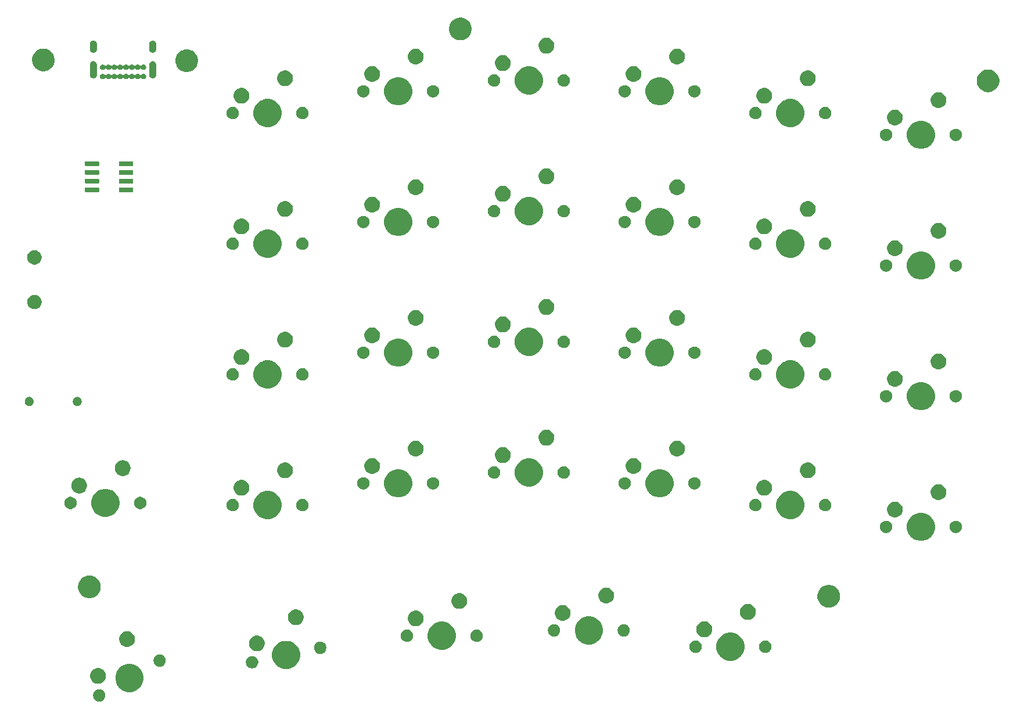
<source format=gbr>
G04 #@! TF.GenerationSoftware,KiCad,Pcbnew,5.1.5+dfsg1-2build2*
G04 #@! TF.CreationDate,2021-01-09T21:52:19+00:00*
G04 #@! TF.ProjectId,cynaroides,63796e61-726f-4696-9465-732e6b696361,rev?*
G04 #@! TF.SameCoordinates,Original*
G04 #@! TF.FileFunction,Soldermask,Top*
G04 #@! TF.FilePolarity,Negative*
%FSLAX46Y46*%
G04 Gerber Fmt 4.6, Leading zero omitted, Abs format (unit mm)*
G04 Created by KiCad (PCBNEW 5.1.5+dfsg1-2build2) date 2021-01-09 21:52:19*
%MOMM*%
%LPD*%
G04 APERTURE LIST*
%ADD10C,0.100000*%
G04 APERTURE END LIST*
D10*
G36*
X57173148Y-120819586D02*
G01*
X57322448Y-120849283D01*
X57486420Y-120917203D01*
X57633990Y-121015806D01*
X57759489Y-121141305D01*
X57858092Y-121288875D01*
X57926012Y-121452847D01*
X57960636Y-121626918D01*
X57960636Y-121804400D01*
X57926012Y-121978471D01*
X57858092Y-122142443D01*
X57759489Y-122290013D01*
X57633990Y-122415512D01*
X57486420Y-122514115D01*
X57322448Y-122582035D01*
X57173148Y-122611732D01*
X57148378Y-122616659D01*
X56970894Y-122616659D01*
X56946124Y-122611732D01*
X56796824Y-122582035D01*
X56632852Y-122514115D01*
X56485282Y-122415512D01*
X56359783Y-122290013D01*
X56261180Y-122142443D01*
X56193260Y-121978471D01*
X56158636Y-121804400D01*
X56158636Y-121626918D01*
X56193260Y-121452847D01*
X56261180Y-121288875D01*
X56359783Y-121141305D01*
X56485282Y-121015806D01*
X56632852Y-120917203D01*
X56796824Y-120849283D01*
X56946124Y-120819586D01*
X56970894Y-120814659D01*
X57148378Y-120814659D01*
X57173148Y-120819586D01*
G37*
G36*
X62057299Y-117203477D02*
G01*
X62430556Y-117358085D01*
X62430558Y-117358086D01*
X62766481Y-117582543D01*
X63052161Y-117868223D01*
X63131469Y-117986915D01*
X63276619Y-118204148D01*
X63431227Y-118577405D01*
X63510045Y-118973652D01*
X63510045Y-119377666D01*
X63431227Y-119773913D01*
X63276619Y-120147170D01*
X63276618Y-120147172D01*
X63052161Y-120483095D01*
X62766481Y-120768775D01*
X62430558Y-120993232D01*
X62430557Y-120993233D01*
X62430556Y-120993233D01*
X62057299Y-121147841D01*
X61661052Y-121226659D01*
X61257038Y-121226659D01*
X60860791Y-121147841D01*
X60487534Y-120993233D01*
X60487533Y-120993233D01*
X60487532Y-120993232D01*
X60151609Y-120768775D01*
X59865929Y-120483095D01*
X59641472Y-120147172D01*
X59641471Y-120147170D01*
X59486863Y-119773913D01*
X59408045Y-119377666D01*
X59408045Y-118973652D01*
X59486863Y-118577405D01*
X59641471Y-118204148D01*
X59786622Y-117986915D01*
X59865929Y-117868223D01*
X60151609Y-117582543D01*
X60487532Y-117358086D01*
X60487534Y-117358085D01*
X60860791Y-117203477D01*
X61257038Y-117124659D01*
X61661052Y-117124659D01*
X62057299Y-117203477D01*
G37*
G36*
X57108161Y-117750902D02*
G01*
X57225223Y-117774187D01*
X57434692Y-117860952D01*
X57623209Y-117986915D01*
X57783529Y-118147235D01*
X57909492Y-118335752D01*
X57996257Y-118545221D01*
X58002659Y-118577405D01*
X58040489Y-118767590D01*
X58040489Y-118994320D01*
X57996257Y-119216688D01*
X57929579Y-119377665D01*
X57909492Y-119426158D01*
X57783529Y-119614675D01*
X57623209Y-119774995D01*
X57434692Y-119900958D01*
X57225223Y-119987723D01*
X57114038Y-120009839D01*
X57002854Y-120031955D01*
X56776124Y-120031955D01*
X56664940Y-120009839D01*
X56553755Y-119987723D01*
X56344286Y-119900958D01*
X56155769Y-119774995D01*
X55995449Y-119614675D01*
X55869486Y-119426158D01*
X55849400Y-119377665D01*
X55782721Y-119216688D01*
X55738489Y-118994320D01*
X55738489Y-118767590D01*
X55776319Y-118577405D01*
X55782721Y-118545221D01*
X55869486Y-118335752D01*
X55995449Y-118147235D01*
X56155769Y-117986915D01*
X56344286Y-117860952D01*
X56553755Y-117774187D01*
X56670817Y-117750902D01*
X56776124Y-117729955D01*
X57002854Y-117729955D01*
X57108161Y-117750902D01*
G37*
G36*
X84894950Y-113856154D02*
G01*
X85268207Y-114010762D01*
X85268209Y-114010763D01*
X85604132Y-114235220D01*
X85889812Y-114520900D01*
X86089335Y-114819506D01*
X86114270Y-114856825D01*
X86268878Y-115230082D01*
X86347696Y-115626329D01*
X86347696Y-116030343D01*
X86268878Y-116426590D01*
X86115952Y-116795786D01*
X86114269Y-116799849D01*
X85889812Y-117135772D01*
X85604132Y-117421452D01*
X85268209Y-117645909D01*
X85268208Y-117645910D01*
X85268207Y-117645910D01*
X84894950Y-117800518D01*
X84498703Y-117879336D01*
X84094689Y-117879336D01*
X83698442Y-117800518D01*
X83325185Y-117645910D01*
X83325184Y-117645910D01*
X83325183Y-117645909D01*
X82989260Y-117421452D01*
X82703580Y-117135772D01*
X82479123Y-116799849D01*
X82477440Y-116795786D01*
X82324514Y-116426590D01*
X82245696Y-116030343D01*
X82245696Y-115626329D01*
X82324514Y-115230082D01*
X82479122Y-114856825D01*
X82504058Y-114819506D01*
X82703580Y-114520900D01*
X82989260Y-114235220D01*
X83325183Y-114010763D01*
X83325185Y-114010762D01*
X83698442Y-113856154D01*
X84094689Y-113777336D01*
X84498703Y-113777336D01*
X84894950Y-113856154D01*
G37*
G36*
X79441219Y-115988454D02*
G01*
X79590519Y-116018151D01*
X79754491Y-116086071D01*
X79902061Y-116184674D01*
X80027560Y-116310173D01*
X80126163Y-116457743D01*
X80194083Y-116621715D01*
X80228707Y-116795786D01*
X80228707Y-116973268D01*
X80194083Y-117147339D01*
X80126163Y-117311311D01*
X80027560Y-117458881D01*
X79902061Y-117584380D01*
X79754491Y-117682983D01*
X79590519Y-117750903D01*
X79441219Y-117780600D01*
X79416449Y-117785527D01*
X79238965Y-117785527D01*
X79214195Y-117780600D01*
X79064895Y-117750903D01*
X78900923Y-117682983D01*
X78753353Y-117584380D01*
X78627854Y-117458881D01*
X78529251Y-117311311D01*
X78461331Y-117147339D01*
X78426707Y-116973268D01*
X78426707Y-116795786D01*
X78461331Y-116621715D01*
X78529251Y-116457743D01*
X78627854Y-116310173D01*
X78753353Y-116184674D01*
X78900923Y-116086071D01*
X79064895Y-116018151D01*
X79214195Y-115988454D01*
X79238965Y-115983527D01*
X79416449Y-115983527D01*
X79441219Y-115988454D01*
G37*
G36*
X65971967Y-115739586D02*
G01*
X66121267Y-115769283D01*
X66285239Y-115837203D01*
X66432809Y-115935806D01*
X66558308Y-116061305D01*
X66656911Y-116208875D01*
X66724831Y-116372847D01*
X66759455Y-116546918D01*
X66759455Y-116724400D01*
X66724831Y-116898471D01*
X66656911Y-117062443D01*
X66558308Y-117210013D01*
X66432809Y-117335512D01*
X66285239Y-117434115D01*
X66121267Y-117502035D01*
X65971967Y-117531732D01*
X65947197Y-117536659D01*
X65769713Y-117536659D01*
X65744943Y-117531732D01*
X65595643Y-117502035D01*
X65431671Y-117434115D01*
X65284101Y-117335512D01*
X65158602Y-117210013D01*
X65059999Y-117062443D01*
X64992079Y-116898471D01*
X64957455Y-116724400D01*
X64957455Y-116546918D01*
X64992079Y-116372847D01*
X65059999Y-116208875D01*
X65158602Y-116061305D01*
X65284101Y-115935806D01*
X65431671Y-115837203D01*
X65595643Y-115769283D01*
X65744943Y-115739586D01*
X65769713Y-115734659D01*
X65947197Y-115734659D01*
X65971967Y-115739586D01*
G37*
G36*
X149664504Y-112645318D02*
G01*
X150037761Y-112799926D01*
X150037763Y-112799927D01*
X150373686Y-113024384D01*
X150659366Y-113310064D01*
X150866202Y-113619615D01*
X150883824Y-113645989D01*
X151038432Y-114019246D01*
X151117250Y-114415493D01*
X151117250Y-114819507D01*
X151038432Y-115215754D01*
X150891450Y-115570600D01*
X150883823Y-115589013D01*
X150659366Y-115924936D01*
X150373686Y-116210616D01*
X150037763Y-116435073D01*
X150037762Y-116435074D01*
X150037761Y-116435074D01*
X149664504Y-116589682D01*
X149268257Y-116668500D01*
X148864243Y-116668500D01*
X148467996Y-116589682D01*
X148094739Y-116435074D01*
X148094738Y-116435074D01*
X148094737Y-116435073D01*
X147758814Y-116210616D01*
X147473134Y-115924936D01*
X147248677Y-115589013D01*
X147241050Y-115570600D01*
X147094068Y-115215754D01*
X147015250Y-114819507D01*
X147015250Y-114415493D01*
X147094068Y-114019246D01*
X147248676Y-113645989D01*
X147266299Y-113619615D01*
X147473134Y-113310064D01*
X147758814Y-113024384D01*
X148094737Y-112799927D01*
X148094739Y-112799926D01*
X148467996Y-112645318D01*
X148864243Y-112566500D01*
X149268257Y-112566500D01*
X149664504Y-112645318D01*
G37*
G36*
X89379198Y-113876071D02*
G01*
X89528498Y-113905768D01*
X89692470Y-113973688D01*
X89840040Y-114072291D01*
X89965539Y-114197790D01*
X90064142Y-114345360D01*
X90132062Y-114509332D01*
X90166686Y-114683403D01*
X90166686Y-114860885D01*
X90132062Y-115034956D01*
X90064142Y-115198928D01*
X89965539Y-115346498D01*
X89840040Y-115471997D01*
X89692470Y-115570600D01*
X89528498Y-115638520D01*
X89379198Y-115668217D01*
X89354428Y-115673144D01*
X89176944Y-115673144D01*
X89152174Y-115668217D01*
X89002874Y-115638520D01*
X88838902Y-115570600D01*
X88691332Y-115471997D01*
X88565833Y-115346498D01*
X88467230Y-115198928D01*
X88399310Y-115034956D01*
X88364686Y-114860885D01*
X88364686Y-114683403D01*
X88399310Y-114509332D01*
X88467230Y-114345360D01*
X88565833Y-114197790D01*
X88691332Y-114072291D01*
X88838902Y-113973688D01*
X89002874Y-113905768D01*
X89152174Y-113876071D01*
X89176944Y-113871144D01*
X89354428Y-113871144D01*
X89379198Y-113876071D01*
G37*
G36*
X144099762Y-113721427D02*
G01*
X144249062Y-113751124D01*
X144413034Y-113819044D01*
X144560604Y-113917647D01*
X144686103Y-114043146D01*
X144784706Y-114190716D01*
X144852626Y-114354688D01*
X144887250Y-114528759D01*
X144887250Y-114706241D01*
X144852626Y-114880312D01*
X144784706Y-115044284D01*
X144686103Y-115191854D01*
X144560604Y-115317353D01*
X144413034Y-115415956D01*
X144249062Y-115483876D01*
X144099762Y-115513573D01*
X144074992Y-115518500D01*
X143897508Y-115518500D01*
X143872738Y-115513573D01*
X143723438Y-115483876D01*
X143559466Y-115415956D01*
X143411896Y-115317353D01*
X143286397Y-115191854D01*
X143187794Y-115044284D01*
X143119874Y-114880312D01*
X143085250Y-114706241D01*
X143085250Y-114528759D01*
X143119874Y-114354688D01*
X143187794Y-114190716D01*
X143286397Y-114043146D01*
X143411896Y-113917647D01*
X143559466Y-113819044D01*
X143723438Y-113751124D01*
X143872738Y-113721427D01*
X143897508Y-113716500D01*
X144074992Y-113716500D01*
X144099762Y-113721427D01*
G37*
G36*
X154259762Y-113721427D02*
G01*
X154409062Y-113751124D01*
X154573034Y-113819044D01*
X154720604Y-113917647D01*
X154846103Y-114043146D01*
X154944706Y-114190716D01*
X155012626Y-114354688D01*
X155047250Y-114528759D01*
X155047250Y-114706241D01*
X155012626Y-114880312D01*
X154944706Y-115044284D01*
X154846103Y-115191854D01*
X154720604Y-115317353D01*
X154573034Y-115415956D01*
X154409062Y-115483876D01*
X154259762Y-115513573D01*
X154234992Y-115518500D01*
X154057508Y-115518500D01*
X154032738Y-115513573D01*
X153883438Y-115483876D01*
X153719466Y-115415956D01*
X153571896Y-115317353D01*
X153446397Y-115191854D01*
X153347794Y-115044284D01*
X153279874Y-114880312D01*
X153245250Y-114706241D01*
X153245250Y-114528759D01*
X153279874Y-114354688D01*
X153347794Y-114190716D01*
X153446397Y-114043146D01*
X153571896Y-113917647D01*
X153719466Y-113819044D01*
X153883438Y-113751124D01*
X154032738Y-113721427D01*
X154057508Y-113716500D01*
X154234992Y-113716500D01*
X154259762Y-113721427D01*
G37*
G36*
X80266407Y-113007100D02*
G01*
X80377592Y-113029216D01*
X80587061Y-113115981D01*
X80775578Y-113241944D01*
X80935898Y-113402264D01*
X80972327Y-113456784D01*
X81061862Y-113590783D01*
X81077383Y-113628254D01*
X81148626Y-113800250D01*
X81192858Y-114022620D01*
X81192858Y-114249348D01*
X81148626Y-114471718D01*
X81061861Y-114681187D01*
X80935898Y-114869704D01*
X80775578Y-115030024D01*
X80587061Y-115155987D01*
X80377592Y-115242752D01*
X80266407Y-115264868D01*
X80155223Y-115286984D01*
X79928493Y-115286984D01*
X79817309Y-115264868D01*
X79706124Y-115242752D01*
X79496655Y-115155987D01*
X79308138Y-115030024D01*
X79147818Y-114869704D01*
X79021855Y-114681187D01*
X78935090Y-114471718D01*
X78890858Y-114249348D01*
X78890858Y-114022620D01*
X78935090Y-113800250D01*
X79006333Y-113628254D01*
X79021854Y-113590783D01*
X79111389Y-113456784D01*
X79147818Y-113402264D01*
X79308138Y-113241944D01*
X79496655Y-113115981D01*
X79706124Y-113029216D01*
X79817309Y-113007100D01*
X79928493Y-112984984D01*
X80155223Y-112984984D01*
X80266407Y-113007100D01*
G37*
G36*
X107595754Y-111057818D02*
G01*
X107969011Y-111212426D01*
X107969013Y-111212427D01*
X108304936Y-111436884D01*
X108590616Y-111722564D01*
X108798874Y-112034243D01*
X108815074Y-112058489D01*
X108969682Y-112431746D01*
X109048500Y-112827993D01*
X109048500Y-113232007D01*
X108969682Y-113628254D01*
X108815074Y-114001511D01*
X108815073Y-114001513D01*
X108590616Y-114337436D01*
X108304936Y-114623116D01*
X107969013Y-114847573D01*
X107969012Y-114847574D01*
X107969011Y-114847574D01*
X107595754Y-115002182D01*
X107199507Y-115081000D01*
X106795493Y-115081000D01*
X106399246Y-115002182D01*
X106025989Y-114847574D01*
X106025988Y-114847574D01*
X106025987Y-114847573D01*
X105690064Y-114623116D01*
X105404384Y-114337436D01*
X105179927Y-114001513D01*
X105179926Y-114001511D01*
X105025318Y-113628254D01*
X104946500Y-113232007D01*
X104946500Y-112827993D01*
X105025318Y-112431746D01*
X105179926Y-112058489D01*
X105196127Y-112034243D01*
X105404384Y-111722564D01*
X105690064Y-111436884D01*
X106025987Y-111212427D01*
X106025989Y-111212426D01*
X106399246Y-111057818D01*
X106795493Y-110979000D01*
X107199507Y-110979000D01*
X107595754Y-111057818D01*
G37*
G36*
X61343299Y-112377366D02*
G01*
X61454484Y-112399482D01*
X61663953Y-112486247D01*
X61852470Y-112612210D01*
X62012790Y-112772530D01*
X62138753Y-112961047D01*
X62211739Y-113137250D01*
X62225518Y-113170517D01*
X62269750Y-113392885D01*
X62269750Y-113619615D01*
X62268031Y-113628255D01*
X62225518Y-113841984D01*
X62202988Y-113896375D01*
X62142194Y-114043147D01*
X62138753Y-114051453D01*
X62012790Y-114239970D01*
X61852470Y-114400290D01*
X61663953Y-114526253D01*
X61663952Y-114526254D01*
X61663951Y-114526254D01*
X61657903Y-114528759D01*
X61454484Y-114613018D01*
X61343299Y-114635134D01*
X61232115Y-114657250D01*
X61005385Y-114657250D01*
X60894201Y-114635134D01*
X60783016Y-114613018D01*
X60579597Y-114528759D01*
X60573549Y-114526254D01*
X60573548Y-114526254D01*
X60573547Y-114526253D01*
X60385030Y-114400290D01*
X60224710Y-114239970D01*
X60098747Y-114051453D01*
X60095307Y-114043147D01*
X60034512Y-113896375D01*
X60011982Y-113841984D01*
X59969469Y-113628255D01*
X59967750Y-113619615D01*
X59967750Y-113392885D01*
X60011982Y-113170517D01*
X60025762Y-113137250D01*
X60098747Y-112961047D01*
X60224710Y-112772530D01*
X60385030Y-112612210D01*
X60573547Y-112486247D01*
X60783016Y-112399482D01*
X60894201Y-112377366D01*
X61005385Y-112355250D01*
X61232115Y-112355250D01*
X61343299Y-112377366D01*
G37*
G36*
X129027004Y-110264068D02*
G01*
X129298767Y-110376636D01*
X129400263Y-110418677D01*
X129736186Y-110643134D01*
X130021866Y-110928814D01*
X130218916Y-111223719D01*
X130246324Y-111264739D01*
X130400932Y-111637996D01*
X130479750Y-112034243D01*
X130479750Y-112438257D01*
X130400932Y-112834504D01*
X130261751Y-113170516D01*
X130246323Y-113207763D01*
X130021866Y-113543686D01*
X129736186Y-113829366D01*
X129400263Y-114053823D01*
X129400262Y-114053824D01*
X129400261Y-114053824D01*
X129027004Y-114208432D01*
X128630757Y-114287250D01*
X128226743Y-114287250D01*
X127830496Y-114208432D01*
X127457239Y-114053824D01*
X127457238Y-114053824D01*
X127457237Y-114053823D01*
X127121314Y-113829366D01*
X126835634Y-113543686D01*
X126611177Y-113207763D01*
X126595749Y-113170516D01*
X126456568Y-112834504D01*
X126377750Y-112438257D01*
X126377750Y-112034243D01*
X126456568Y-111637996D01*
X126611176Y-111264739D01*
X126638585Y-111223719D01*
X126835634Y-110928814D01*
X127121314Y-110643134D01*
X127457237Y-110418677D01*
X127558733Y-110376636D01*
X127830496Y-110264068D01*
X128226743Y-110185250D01*
X128630757Y-110185250D01*
X129027004Y-110264068D01*
G37*
G36*
X112191012Y-112133927D02*
G01*
X112340312Y-112163624D01*
X112504284Y-112231544D01*
X112651854Y-112330147D01*
X112777353Y-112455646D01*
X112875956Y-112603216D01*
X112943876Y-112767188D01*
X112973573Y-112916488D01*
X112977475Y-112936103D01*
X112978500Y-112941259D01*
X112978500Y-113118741D01*
X112943876Y-113292812D01*
X112875956Y-113456784D01*
X112777353Y-113604354D01*
X112651854Y-113729853D01*
X112504284Y-113828456D01*
X112340312Y-113896376D01*
X112191012Y-113926073D01*
X112166242Y-113931000D01*
X111988758Y-113931000D01*
X111963988Y-113926073D01*
X111814688Y-113896376D01*
X111650716Y-113828456D01*
X111503146Y-113729853D01*
X111377647Y-113604354D01*
X111279044Y-113456784D01*
X111211124Y-113292812D01*
X111176500Y-113118741D01*
X111176500Y-112941259D01*
X111177526Y-112936103D01*
X111181427Y-112916488D01*
X111211124Y-112767188D01*
X111279044Y-112603216D01*
X111377647Y-112455646D01*
X111503146Y-112330147D01*
X111650716Y-112231544D01*
X111814688Y-112163624D01*
X111963988Y-112133927D01*
X111988758Y-112129000D01*
X112166242Y-112129000D01*
X112191012Y-112133927D01*
G37*
G36*
X102031012Y-112133927D02*
G01*
X102180312Y-112163624D01*
X102344284Y-112231544D01*
X102491854Y-112330147D01*
X102617353Y-112455646D01*
X102715956Y-112603216D01*
X102783876Y-112767188D01*
X102813573Y-112916488D01*
X102817475Y-112936103D01*
X102818500Y-112941259D01*
X102818500Y-113118741D01*
X102783876Y-113292812D01*
X102715956Y-113456784D01*
X102617353Y-113604354D01*
X102491854Y-113729853D01*
X102344284Y-113828456D01*
X102180312Y-113896376D01*
X102031012Y-113926073D01*
X102006242Y-113931000D01*
X101828758Y-113931000D01*
X101803988Y-113926073D01*
X101654688Y-113896376D01*
X101490716Y-113828456D01*
X101343146Y-113729853D01*
X101217647Y-113604354D01*
X101119044Y-113456784D01*
X101051124Y-113292812D01*
X101016500Y-113118741D01*
X101016500Y-112941259D01*
X101017526Y-112936103D01*
X101021427Y-112916488D01*
X101051124Y-112767188D01*
X101119044Y-112603216D01*
X101217647Y-112455646D01*
X101343146Y-112330147D01*
X101490716Y-112231544D01*
X101654688Y-112163624D01*
X101803988Y-112133927D01*
X101828758Y-112129000D01*
X102006242Y-112129000D01*
X102031012Y-112133927D01*
G37*
G36*
X145480799Y-110948616D02*
G01*
X145591984Y-110970732D01*
X145801453Y-111057497D01*
X145989970Y-111183460D01*
X146150290Y-111343780D01*
X146276253Y-111532297D01*
X146363018Y-111741766D01*
X146407250Y-111964136D01*
X146407250Y-112190864D01*
X146363018Y-112413234D01*
X146276253Y-112622703D01*
X146150290Y-112811220D01*
X145989970Y-112971540D01*
X145801453Y-113097503D01*
X145801452Y-113097504D01*
X145801451Y-113097504D01*
X145789085Y-113102626D01*
X145591984Y-113184268D01*
X145480799Y-113206384D01*
X145369615Y-113228500D01*
X145142885Y-113228500D01*
X145031701Y-113206384D01*
X144920516Y-113184268D01*
X144723415Y-113102626D01*
X144711049Y-113097504D01*
X144711048Y-113097504D01*
X144711047Y-113097503D01*
X144522530Y-112971540D01*
X144362210Y-112811220D01*
X144236247Y-112622703D01*
X144149482Y-112413234D01*
X144105250Y-112190864D01*
X144105250Y-111964136D01*
X144149482Y-111741766D01*
X144236247Y-111532297D01*
X144362210Y-111343780D01*
X144522530Y-111183460D01*
X144711047Y-111057497D01*
X144920516Y-110970732D01*
X145031701Y-110948616D01*
X145142885Y-110926500D01*
X145369615Y-110926500D01*
X145480799Y-110948616D01*
G37*
G36*
X133622262Y-111340177D02*
G01*
X133771562Y-111369874D01*
X133935534Y-111437794D01*
X134083104Y-111536397D01*
X134208603Y-111661896D01*
X134307206Y-111809466D01*
X134375126Y-111973438D01*
X134392043Y-112058489D01*
X134409750Y-112147508D01*
X134409750Y-112324992D01*
X134408724Y-112330148D01*
X134375126Y-112499062D01*
X134307206Y-112663034D01*
X134208603Y-112810604D01*
X134083104Y-112936103D01*
X133935534Y-113034706D01*
X133771562Y-113102626D01*
X133622262Y-113132323D01*
X133597492Y-113137250D01*
X133420008Y-113137250D01*
X133395238Y-113132323D01*
X133245938Y-113102626D01*
X133081966Y-113034706D01*
X132934396Y-112936103D01*
X132808897Y-112810604D01*
X132710294Y-112663034D01*
X132642374Y-112499062D01*
X132608776Y-112330148D01*
X132607750Y-112324992D01*
X132607750Y-112147508D01*
X132625457Y-112058489D01*
X132642374Y-111973438D01*
X132710294Y-111809466D01*
X132808897Y-111661896D01*
X132934396Y-111536397D01*
X133081966Y-111437794D01*
X133245938Y-111369874D01*
X133395238Y-111340177D01*
X133420008Y-111335250D01*
X133597492Y-111335250D01*
X133622262Y-111340177D01*
G37*
G36*
X123462262Y-111340177D02*
G01*
X123611562Y-111369874D01*
X123775534Y-111437794D01*
X123923104Y-111536397D01*
X124048603Y-111661896D01*
X124147206Y-111809466D01*
X124215126Y-111973438D01*
X124232043Y-112058489D01*
X124249750Y-112147508D01*
X124249750Y-112324992D01*
X124248724Y-112330148D01*
X124215126Y-112499062D01*
X124147206Y-112663034D01*
X124048603Y-112810604D01*
X123923104Y-112936103D01*
X123775534Y-113034706D01*
X123611562Y-113102626D01*
X123462262Y-113132323D01*
X123437492Y-113137250D01*
X123260008Y-113137250D01*
X123235238Y-113132323D01*
X123085938Y-113102626D01*
X122921966Y-113034706D01*
X122774396Y-112936103D01*
X122648897Y-112810604D01*
X122550294Y-112663034D01*
X122482374Y-112499062D01*
X122448776Y-112330148D01*
X122447750Y-112324992D01*
X122447750Y-112147508D01*
X122465457Y-112058489D01*
X122482374Y-111973438D01*
X122550294Y-111809466D01*
X122648897Y-111661896D01*
X122774396Y-111536397D01*
X122921966Y-111437794D01*
X123085938Y-111369874D01*
X123235238Y-111340177D01*
X123260008Y-111335250D01*
X123437492Y-111335250D01*
X123462262Y-111340177D01*
G37*
G36*
X103409033Y-109360516D02*
G01*
X103523234Y-109383232D01*
X103732703Y-109469997D01*
X103921220Y-109595960D01*
X104081540Y-109756280D01*
X104207503Y-109944797D01*
X104294268Y-110154266D01*
X104316109Y-110264068D01*
X104338500Y-110376635D01*
X104338500Y-110603365D01*
X104325845Y-110666984D01*
X104294268Y-110825734D01*
X104207503Y-111035203D01*
X104081540Y-111223720D01*
X103921220Y-111384040D01*
X103732703Y-111510003D01*
X103523234Y-111596768D01*
X103412049Y-111618884D01*
X103300865Y-111641000D01*
X103074135Y-111641000D01*
X102962951Y-111618884D01*
X102851766Y-111596768D01*
X102642297Y-111510003D01*
X102453780Y-111384040D01*
X102293460Y-111223720D01*
X102167497Y-111035203D01*
X102080732Y-110825734D01*
X102049155Y-110666984D01*
X102036500Y-110603365D01*
X102036500Y-110376635D01*
X102058891Y-110264068D01*
X102080732Y-110154266D01*
X102167497Y-109944797D01*
X102293460Y-109756280D01*
X102453780Y-109595960D01*
X102642297Y-109469997D01*
X102851766Y-109383232D01*
X102965967Y-109360516D01*
X103074135Y-109339000D01*
X103300865Y-109339000D01*
X103409033Y-109360516D01*
G37*
G36*
X85946533Y-109201766D02*
G01*
X86060734Y-109224482D01*
X86270203Y-109311247D01*
X86458720Y-109437210D01*
X86619040Y-109597530D01*
X86745003Y-109786047D01*
X86831768Y-109995516D01*
X86853884Y-110106701D01*
X86863346Y-110154267D01*
X86876000Y-110217886D01*
X86876000Y-110444614D01*
X86831768Y-110666984D01*
X86745003Y-110876453D01*
X86619040Y-111064970D01*
X86458720Y-111225290D01*
X86270203Y-111351253D01*
X86060734Y-111438018D01*
X85949549Y-111460134D01*
X85838365Y-111482250D01*
X85611635Y-111482250D01*
X85500451Y-111460134D01*
X85389266Y-111438018D01*
X85179797Y-111351253D01*
X84991280Y-111225290D01*
X84830960Y-111064970D01*
X84704997Y-110876453D01*
X84618232Y-110666984D01*
X84574000Y-110444614D01*
X84574000Y-110217886D01*
X84586655Y-110154267D01*
X84596116Y-110106701D01*
X84618232Y-109995516D01*
X84704997Y-109786047D01*
X84830960Y-109597530D01*
X84991280Y-109437210D01*
X85179797Y-109311247D01*
X85389266Y-109224482D01*
X85503467Y-109201766D01*
X85611635Y-109180250D01*
X85838365Y-109180250D01*
X85946533Y-109201766D01*
G37*
G36*
X124843299Y-108567366D02*
G01*
X124954484Y-108589482D01*
X125163953Y-108676247D01*
X125352470Y-108802210D01*
X125512790Y-108962530D01*
X125638753Y-109151047D01*
X125725518Y-109360516D01*
X125738173Y-109424136D01*
X125769750Y-109582885D01*
X125769750Y-109809615D01*
X125757095Y-109873234D01*
X125725518Y-110031984D01*
X125638753Y-110241453D01*
X125512790Y-110429970D01*
X125352470Y-110590290D01*
X125163953Y-110716253D01*
X124954484Y-110803018D01*
X124843299Y-110825134D01*
X124732115Y-110847250D01*
X124505385Y-110847250D01*
X124394201Y-110825134D01*
X124283016Y-110803018D01*
X124073547Y-110716253D01*
X123885030Y-110590290D01*
X123724710Y-110429970D01*
X123598747Y-110241453D01*
X123511982Y-110031984D01*
X123480405Y-109873234D01*
X123467750Y-109809615D01*
X123467750Y-109582885D01*
X123499327Y-109424136D01*
X123511982Y-109360516D01*
X123598747Y-109151047D01*
X123724710Y-108962530D01*
X123885030Y-108802210D01*
X124073547Y-108676247D01*
X124283016Y-108589482D01*
X124394201Y-108567366D01*
X124505385Y-108545250D01*
X124732115Y-108545250D01*
X124843299Y-108567366D01*
G37*
G36*
X151830799Y-108408616D02*
G01*
X151941984Y-108430732D01*
X152151453Y-108517497D01*
X152339970Y-108643460D01*
X152500290Y-108803780D01*
X152626253Y-108992297D01*
X152704106Y-109180250D01*
X152713018Y-109201767D01*
X152744596Y-109360517D01*
X152757250Y-109424136D01*
X152757250Y-109650864D01*
X152713018Y-109873234D01*
X152626253Y-110082703D01*
X152500290Y-110271220D01*
X152339970Y-110431540D01*
X152151453Y-110557503D01*
X151941984Y-110644268D01*
X151830799Y-110666384D01*
X151719615Y-110688500D01*
X151492885Y-110688500D01*
X151381701Y-110666384D01*
X151270516Y-110644268D01*
X151061047Y-110557503D01*
X150872530Y-110431540D01*
X150712210Y-110271220D01*
X150586247Y-110082703D01*
X150499482Y-109873234D01*
X150455250Y-109650864D01*
X150455250Y-109424136D01*
X150467905Y-109360517D01*
X150499482Y-109201767D01*
X150508395Y-109180250D01*
X150586247Y-108992297D01*
X150712210Y-108803780D01*
X150872530Y-108643460D01*
X151061047Y-108517497D01*
X151270516Y-108430732D01*
X151381701Y-108408616D01*
X151492885Y-108386500D01*
X151719615Y-108386500D01*
X151830799Y-108408616D01*
G37*
G36*
X109759033Y-106820516D02*
G01*
X109873234Y-106843232D01*
X110082703Y-106929997D01*
X110271220Y-107055960D01*
X110431540Y-107216280D01*
X110557503Y-107404797D01*
X110644268Y-107614266D01*
X110666384Y-107725451D01*
X110670428Y-107745779D01*
X110688500Y-107836636D01*
X110688500Y-108063364D01*
X110644268Y-108285734D01*
X110557503Y-108495203D01*
X110431540Y-108683720D01*
X110271220Y-108844040D01*
X110082703Y-108970003D01*
X109873234Y-109056768D01*
X109762049Y-109078884D01*
X109650865Y-109101000D01*
X109424135Y-109101000D01*
X109312951Y-109078884D01*
X109201766Y-109056768D01*
X108992297Y-108970003D01*
X108803780Y-108844040D01*
X108643460Y-108683720D01*
X108517497Y-108495203D01*
X108430732Y-108285734D01*
X108386500Y-108063364D01*
X108386500Y-107836636D01*
X108404573Y-107745779D01*
X108408616Y-107725451D01*
X108430732Y-107614266D01*
X108517497Y-107404797D01*
X108643460Y-107216280D01*
X108803780Y-107055960D01*
X108992297Y-106929997D01*
X109201766Y-106843232D01*
X109315967Y-106820516D01*
X109424135Y-106799000D01*
X109650865Y-106799000D01*
X109759033Y-106820516D01*
G37*
G36*
X163773456Y-105655498D02*
G01*
X163879779Y-105676647D01*
X164180242Y-105801103D01*
X164450651Y-105981785D01*
X164680615Y-106211749D01*
X164861297Y-106482158D01*
X164941027Y-106674642D01*
X164985753Y-106782622D01*
X165049200Y-107101589D01*
X165049200Y-107426811D01*
X165036236Y-107491983D01*
X164985753Y-107745779D01*
X164861297Y-108046242D01*
X164680615Y-108316651D01*
X164450651Y-108546615D01*
X164180242Y-108727297D01*
X163879779Y-108851753D01*
X163773456Y-108872902D01*
X163560811Y-108915200D01*
X163235589Y-108915200D01*
X163022944Y-108872902D01*
X162916621Y-108851753D01*
X162616158Y-108727297D01*
X162345749Y-108546615D01*
X162115785Y-108316651D01*
X161935103Y-108046242D01*
X161810647Y-107745779D01*
X161760164Y-107491983D01*
X161747200Y-107426811D01*
X161747200Y-107101589D01*
X161810647Y-106782622D01*
X161855374Y-106674642D01*
X161935103Y-106482158D01*
X162115785Y-106211749D01*
X162345749Y-105981785D01*
X162616158Y-105801103D01*
X162916621Y-105676647D01*
X163022944Y-105655498D01*
X163235589Y-105613200D01*
X163560811Y-105613200D01*
X163773456Y-105655498D01*
G37*
G36*
X131193299Y-106027366D02*
G01*
X131304484Y-106049482D01*
X131513953Y-106136247D01*
X131702470Y-106262210D01*
X131862790Y-106422530D01*
X131988753Y-106611047D01*
X132075518Y-106820516D01*
X132119750Y-107042886D01*
X132119750Y-107269614D01*
X132075518Y-107491984D01*
X131988753Y-107701453D01*
X131862790Y-107889970D01*
X131702470Y-108050290D01*
X131513953Y-108176253D01*
X131304484Y-108263018D01*
X131193299Y-108285134D01*
X131082115Y-108307250D01*
X130855385Y-108307250D01*
X130744201Y-108285134D01*
X130633016Y-108263018D01*
X130423547Y-108176253D01*
X130235030Y-108050290D01*
X130074710Y-107889970D01*
X129948747Y-107701453D01*
X129861982Y-107491984D01*
X129817750Y-107269614D01*
X129817750Y-107042886D01*
X129861982Y-106820516D01*
X129948747Y-106611047D01*
X130074710Y-106422530D01*
X130235030Y-106262210D01*
X130423547Y-106136247D01*
X130633016Y-106049482D01*
X130744201Y-106027366D01*
X130855385Y-106005250D01*
X131082115Y-106005250D01*
X131193299Y-106027366D01*
G37*
G36*
X56001256Y-104283898D02*
G01*
X56107579Y-104305047D01*
X56408042Y-104429503D01*
X56678451Y-104610185D01*
X56908415Y-104840149D01*
X56908416Y-104840151D01*
X57089098Y-105110560D01*
X57213553Y-105411022D01*
X57266390Y-105676647D01*
X57277000Y-105729991D01*
X57277000Y-106055209D01*
X57213553Y-106374179D01*
X57089097Y-106674642D01*
X56908415Y-106945051D01*
X56678451Y-107175015D01*
X56408042Y-107355697D01*
X56107579Y-107480153D01*
X56048100Y-107491984D01*
X55788611Y-107543600D01*
X55463389Y-107543600D01*
X55203900Y-107491984D01*
X55144421Y-107480153D01*
X54843958Y-107355697D01*
X54573549Y-107175015D01*
X54343585Y-106945051D01*
X54162903Y-106674642D01*
X54038447Y-106374179D01*
X53975000Y-106055209D01*
X53975000Y-105729991D01*
X53985611Y-105676647D01*
X54038447Y-105411022D01*
X54162902Y-105110560D01*
X54343584Y-104840151D01*
X54343585Y-104840149D01*
X54573549Y-104610185D01*
X54843958Y-104429503D01*
X55144421Y-104305047D01*
X55250744Y-104283898D01*
X55463389Y-104241600D01*
X55788611Y-104241600D01*
X56001256Y-104283898D01*
G37*
G36*
X177445754Y-95182818D02*
G01*
X177698324Y-95287436D01*
X177819013Y-95337427D01*
X178154936Y-95561884D01*
X178440616Y-95847564D01*
X178665074Y-96183489D01*
X178819682Y-96556746D01*
X178898500Y-96952993D01*
X178898500Y-97357007D01*
X178819682Y-97753254D01*
X178665074Y-98126511D01*
X178665073Y-98126513D01*
X178440616Y-98462436D01*
X178154936Y-98748116D01*
X177819013Y-98972573D01*
X177819012Y-98972574D01*
X177819011Y-98972574D01*
X177445754Y-99127182D01*
X177049507Y-99206000D01*
X176645493Y-99206000D01*
X176249246Y-99127182D01*
X175875989Y-98972574D01*
X175875988Y-98972574D01*
X175875987Y-98972573D01*
X175540064Y-98748116D01*
X175254384Y-98462436D01*
X175029927Y-98126513D01*
X175029926Y-98126511D01*
X174875318Y-97753254D01*
X174796500Y-97357007D01*
X174796500Y-96952993D01*
X174875318Y-96556746D01*
X175029926Y-96183489D01*
X175254384Y-95847564D01*
X175540064Y-95561884D01*
X175875987Y-95337427D01*
X175996676Y-95287436D01*
X176249246Y-95182818D01*
X176645493Y-95104000D01*
X177049507Y-95104000D01*
X177445754Y-95182818D01*
G37*
G36*
X182041012Y-96258927D02*
G01*
X182190312Y-96288624D01*
X182354284Y-96356544D01*
X182501854Y-96455147D01*
X182627353Y-96580646D01*
X182725956Y-96728216D01*
X182793876Y-96892188D01*
X182828500Y-97066259D01*
X182828500Y-97243741D01*
X182793876Y-97417812D01*
X182725956Y-97581784D01*
X182627353Y-97729354D01*
X182501854Y-97854853D01*
X182354284Y-97953456D01*
X182190312Y-98021376D01*
X182041012Y-98051073D01*
X182016242Y-98056000D01*
X181838758Y-98056000D01*
X181813988Y-98051073D01*
X181664688Y-98021376D01*
X181500716Y-97953456D01*
X181353146Y-97854853D01*
X181227647Y-97729354D01*
X181129044Y-97581784D01*
X181061124Y-97417812D01*
X181026500Y-97243741D01*
X181026500Y-97066259D01*
X181061124Y-96892188D01*
X181129044Y-96728216D01*
X181227647Y-96580646D01*
X181353146Y-96455147D01*
X181500716Y-96356544D01*
X181664688Y-96288624D01*
X181813988Y-96258927D01*
X181838758Y-96254000D01*
X182016242Y-96254000D01*
X182041012Y-96258927D01*
G37*
G36*
X171881012Y-96258927D02*
G01*
X172030312Y-96288624D01*
X172194284Y-96356544D01*
X172341854Y-96455147D01*
X172467353Y-96580646D01*
X172565956Y-96728216D01*
X172633876Y-96892188D01*
X172668500Y-97066259D01*
X172668500Y-97243741D01*
X172633876Y-97417812D01*
X172565956Y-97581784D01*
X172467353Y-97729354D01*
X172341854Y-97854853D01*
X172194284Y-97953456D01*
X172030312Y-98021376D01*
X171881012Y-98051073D01*
X171856242Y-98056000D01*
X171678758Y-98056000D01*
X171653988Y-98051073D01*
X171504688Y-98021376D01*
X171340716Y-97953456D01*
X171193146Y-97854853D01*
X171067647Y-97729354D01*
X170969044Y-97581784D01*
X170901124Y-97417812D01*
X170866500Y-97243741D01*
X170866500Y-97066259D01*
X170901124Y-96892188D01*
X170969044Y-96728216D01*
X171067647Y-96580646D01*
X171193146Y-96455147D01*
X171340716Y-96356544D01*
X171504688Y-96288624D01*
X171653988Y-96258927D01*
X171678758Y-96254000D01*
X171856242Y-96254000D01*
X171881012Y-96258927D01*
G37*
G36*
X158395754Y-92007818D02*
G01*
X158769011Y-92162426D01*
X158769013Y-92162427D01*
X159104936Y-92386884D01*
X159390616Y-92672564D01*
X159584444Y-92962647D01*
X159615074Y-93008489D01*
X159769682Y-93381746D01*
X159848500Y-93777993D01*
X159848500Y-94182007D01*
X159769682Y-94578254D01*
X159615396Y-94950733D01*
X159615073Y-94951513D01*
X159390616Y-95287436D01*
X159104936Y-95573116D01*
X158769013Y-95797573D01*
X158769012Y-95797574D01*
X158769011Y-95797574D01*
X158395754Y-95952182D01*
X157999507Y-96031000D01*
X157595493Y-96031000D01*
X157199246Y-95952182D01*
X156825989Y-95797574D01*
X156825988Y-95797574D01*
X156825987Y-95797573D01*
X156490064Y-95573116D01*
X156204384Y-95287436D01*
X155979927Y-94951513D01*
X155979604Y-94950733D01*
X155825318Y-94578254D01*
X155746500Y-94182007D01*
X155746500Y-93777993D01*
X155825318Y-93381746D01*
X155979926Y-93008489D01*
X156010557Y-92962647D01*
X156204384Y-92672564D01*
X156490064Y-92386884D01*
X156825987Y-92162427D01*
X156825989Y-92162426D01*
X157199246Y-92007818D01*
X157595493Y-91929000D01*
X157999507Y-91929000D01*
X158395754Y-92007818D01*
G37*
G36*
X82195754Y-92007818D02*
G01*
X82569011Y-92162426D01*
X82569013Y-92162427D01*
X82904936Y-92386884D01*
X83190616Y-92672564D01*
X83384444Y-92962647D01*
X83415074Y-93008489D01*
X83569682Y-93381746D01*
X83648500Y-93777993D01*
X83648500Y-94182007D01*
X83569682Y-94578254D01*
X83415396Y-94950733D01*
X83415073Y-94951513D01*
X83190616Y-95287436D01*
X82904936Y-95573116D01*
X82569013Y-95797573D01*
X82569012Y-95797574D01*
X82569011Y-95797574D01*
X82195754Y-95952182D01*
X81799507Y-96031000D01*
X81395493Y-96031000D01*
X80999246Y-95952182D01*
X80625989Y-95797574D01*
X80625988Y-95797574D01*
X80625987Y-95797573D01*
X80290064Y-95573116D01*
X80004384Y-95287436D01*
X79779927Y-94951513D01*
X79779604Y-94950733D01*
X79625318Y-94578254D01*
X79546500Y-94182007D01*
X79546500Y-93777993D01*
X79625318Y-93381746D01*
X79779926Y-93008489D01*
X79810557Y-92962647D01*
X80004384Y-92672564D01*
X80290064Y-92386884D01*
X80625987Y-92162427D01*
X80625989Y-92162426D01*
X80999246Y-92007818D01*
X81395493Y-91929000D01*
X81799507Y-91929000D01*
X82195754Y-92007818D01*
G37*
G36*
X173262049Y-93486116D02*
G01*
X173373234Y-93508232D01*
X173582703Y-93594997D01*
X173771220Y-93720960D01*
X173931540Y-93881280D01*
X174057503Y-94069797D01*
X174144268Y-94279266D01*
X174188500Y-94501636D01*
X174188500Y-94728364D01*
X174144268Y-94950734D01*
X174057503Y-95160203D01*
X173931540Y-95348720D01*
X173771220Y-95509040D01*
X173582703Y-95635003D01*
X173373234Y-95721768D01*
X173262049Y-95743884D01*
X173150865Y-95766000D01*
X172924135Y-95766000D01*
X172812951Y-95743884D01*
X172701766Y-95721768D01*
X172492297Y-95635003D01*
X172303780Y-95509040D01*
X172143460Y-95348720D01*
X172017497Y-95160203D01*
X171930732Y-94950734D01*
X171886500Y-94728364D01*
X171886500Y-94501636D01*
X171930732Y-94279266D01*
X172017497Y-94069797D01*
X172143460Y-93881280D01*
X172303780Y-93720960D01*
X172492297Y-93594997D01*
X172701766Y-93508232D01*
X172812951Y-93486116D01*
X172924135Y-93464000D01*
X173150865Y-93464000D01*
X173262049Y-93486116D01*
G37*
G36*
X58542004Y-91690318D02*
G01*
X58915261Y-91844926D01*
X58915263Y-91844927D01*
X59251186Y-92069384D01*
X59536866Y-92355064D01*
X59714027Y-92620203D01*
X59761324Y-92690989D01*
X59915932Y-93064246D01*
X59994750Y-93460493D01*
X59994750Y-93864507D01*
X59915932Y-94260754D01*
X59784419Y-94578254D01*
X59761323Y-94634013D01*
X59536866Y-94969936D01*
X59251186Y-95255616D01*
X58915263Y-95480073D01*
X58915262Y-95480074D01*
X58915261Y-95480074D01*
X58542004Y-95634682D01*
X58145757Y-95713500D01*
X57741743Y-95713500D01*
X57345496Y-95634682D01*
X56972239Y-95480074D01*
X56972238Y-95480074D01*
X56972237Y-95480073D01*
X56636314Y-95255616D01*
X56350634Y-94969936D01*
X56126177Y-94634013D01*
X56103081Y-94578254D01*
X55971568Y-94260754D01*
X55892750Y-93864507D01*
X55892750Y-93460493D01*
X55971568Y-93064246D01*
X56126176Y-92690989D01*
X56173474Y-92620203D01*
X56350634Y-92355064D01*
X56636314Y-92069384D01*
X56972237Y-91844927D01*
X56972239Y-91844926D01*
X57345496Y-91690318D01*
X57741743Y-91611500D01*
X58145757Y-91611500D01*
X58542004Y-91690318D01*
G37*
G36*
X86791012Y-93083927D02*
G01*
X86940312Y-93113624D01*
X87104284Y-93181544D01*
X87251854Y-93280147D01*
X87377353Y-93405646D01*
X87475956Y-93553216D01*
X87543876Y-93717188D01*
X87578500Y-93891259D01*
X87578500Y-94068741D01*
X87543876Y-94242812D01*
X87475956Y-94406784D01*
X87377353Y-94554354D01*
X87251854Y-94679853D01*
X87104284Y-94778456D01*
X86940312Y-94846376D01*
X86791012Y-94876073D01*
X86766242Y-94881000D01*
X86588758Y-94881000D01*
X86563988Y-94876073D01*
X86414688Y-94846376D01*
X86250716Y-94778456D01*
X86103146Y-94679853D01*
X85977647Y-94554354D01*
X85879044Y-94406784D01*
X85811124Y-94242812D01*
X85776500Y-94068741D01*
X85776500Y-93891259D01*
X85811124Y-93717188D01*
X85879044Y-93553216D01*
X85977647Y-93405646D01*
X86103146Y-93280147D01*
X86250716Y-93181544D01*
X86414688Y-93113624D01*
X86563988Y-93083927D01*
X86588758Y-93079000D01*
X86766242Y-93079000D01*
X86791012Y-93083927D01*
G37*
G36*
X76631012Y-93083927D02*
G01*
X76780312Y-93113624D01*
X76944284Y-93181544D01*
X77091854Y-93280147D01*
X77217353Y-93405646D01*
X77315956Y-93553216D01*
X77383876Y-93717188D01*
X77418500Y-93891259D01*
X77418500Y-94068741D01*
X77383876Y-94242812D01*
X77315956Y-94406784D01*
X77217353Y-94554354D01*
X77091854Y-94679853D01*
X76944284Y-94778456D01*
X76780312Y-94846376D01*
X76631012Y-94876073D01*
X76606242Y-94881000D01*
X76428758Y-94881000D01*
X76403988Y-94876073D01*
X76254688Y-94846376D01*
X76090716Y-94778456D01*
X75943146Y-94679853D01*
X75817647Y-94554354D01*
X75719044Y-94406784D01*
X75651124Y-94242812D01*
X75616500Y-94068741D01*
X75616500Y-93891259D01*
X75651124Y-93717188D01*
X75719044Y-93553216D01*
X75817647Y-93405646D01*
X75943146Y-93280147D01*
X76090716Y-93181544D01*
X76254688Y-93113624D01*
X76403988Y-93083927D01*
X76428758Y-93079000D01*
X76606242Y-93079000D01*
X76631012Y-93083927D01*
G37*
G36*
X162991012Y-93083927D02*
G01*
X163140312Y-93113624D01*
X163304284Y-93181544D01*
X163451854Y-93280147D01*
X163577353Y-93405646D01*
X163675956Y-93553216D01*
X163743876Y-93717188D01*
X163778500Y-93891259D01*
X163778500Y-94068741D01*
X163743876Y-94242812D01*
X163675956Y-94406784D01*
X163577353Y-94554354D01*
X163451854Y-94679853D01*
X163304284Y-94778456D01*
X163140312Y-94846376D01*
X162991012Y-94876073D01*
X162966242Y-94881000D01*
X162788758Y-94881000D01*
X162763988Y-94876073D01*
X162614688Y-94846376D01*
X162450716Y-94778456D01*
X162303146Y-94679853D01*
X162177647Y-94554354D01*
X162079044Y-94406784D01*
X162011124Y-94242812D01*
X161976500Y-94068741D01*
X161976500Y-93891259D01*
X162011124Y-93717188D01*
X162079044Y-93553216D01*
X162177647Y-93405646D01*
X162303146Y-93280147D01*
X162450716Y-93181544D01*
X162614688Y-93113624D01*
X162763988Y-93083927D01*
X162788758Y-93079000D01*
X162966242Y-93079000D01*
X162991012Y-93083927D01*
G37*
G36*
X152831012Y-93083927D02*
G01*
X152980312Y-93113624D01*
X153144284Y-93181544D01*
X153291854Y-93280147D01*
X153417353Y-93405646D01*
X153515956Y-93553216D01*
X153583876Y-93717188D01*
X153618500Y-93891259D01*
X153618500Y-94068741D01*
X153583876Y-94242812D01*
X153515956Y-94406784D01*
X153417353Y-94554354D01*
X153291854Y-94679853D01*
X153144284Y-94778456D01*
X152980312Y-94846376D01*
X152831012Y-94876073D01*
X152806242Y-94881000D01*
X152628758Y-94881000D01*
X152603988Y-94876073D01*
X152454688Y-94846376D01*
X152290716Y-94778456D01*
X152143146Y-94679853D01*
X152017647Y-94554354D01*
X151919044Y-94406784D01*
X151851124Y-94242812D01*
X151816500Y-94068741D01*
X151816500Y-93891259D01*
X151851124Y-93717188D01*
X151919044Y-93553216D01*
X152017647Y-93405646D01*
X152143146Y-93280147D01*
X152290716Y-93181544D01*
X152454688Y-93113624D01*
X152603988Y-93083927D01*
X152628758Y-93079000D01*
X152806242Y-93079000D01*
X152831012Y-93083927D01*
G37*
G36*
X52977262Y-92766427D02*
G01*
X53126562Y-92796124D01*
X53290534Y-92864044D01*
X53438104Y-92962647D01*
X53563603Y-93088146D01*
X53662206Y-93235716D01*
X53730126Y-93399688D01*
X53764750Y-93573759D01*
X53764750Y-93751241D01*
X53730126Y-93925312D01*
X53662206Y-94089284D01*
X53563603Y-94236854D01*
X53438104Y-94362353D01*
X53290534Y-94460956D01*
X53126562Y-94528876D01*
X52977262Y-94558573D01*
X52952492Y-94563500D01*
X52775008Y-94563500D01*
X52750238Y-94558573D01*
X52600938Y-94528876D01*
X52436966Y-94460956D01*
X52289396Y-94362353D01*
X52163897Y-94236854D01*
X52065294Y-94089284D01*
X51997374Y-93925312D01*
X51962750Y-93751241D01*
X51962750Y-93573759D01*
X51997374Y-93399688D01*
X52065294Y-93235716D01*
X52163897Y-93088146D01*
X52289396Y-92962647D01*
X52436966Y-92864044D01*
X52600938Y-92796124D01*
X52750238Y-92766427D01*
X52775008Y-92761500D01*
X52952492Y-92761500D01*
X52977262Y-92766427D01*
G37*
G36*
X63137262Y-92766427D02*
G01*
X63286562Y-92796124D01*
X63450534Y-92864044D01*
X63598104Y-92962647D01*
X63723603Y-93088146D01*
X63822206Y-93235716D01*
X63890126Y-93399688D01*
X63924750Y-93573759D01*
X63924750Y-93751241D01*
X63890126Y-93925312D01*
X63822206Y-94089284D01*
X63723603Y-94236854D01*
X63598104Y-94362353D01*
X63450534Y-94460956D01*
X63286562Y-94528876D01*
X63137262Y-94558573D01*
X63112492Y-94563500D01*
X62935008Y-94563500D01*
X62910238Y-94558573D01*
X62760938Y-94528876D01*
X62596966Y-94460956D01*
X62449396Y-94362353D01*
X62323897Y-94236854D01*
X62225294Y-94089284D01*
X62157374Y-93925312D01*
X62122750Y-93751241D01*
X62122750Y-93573759D01*
X62157374Y-93399688D01*
X62225294Y-93235716D01*
X62323897Y-93088146D01*
X62449396Y-92962647D01*
X62596966Y-92864044D01*
X62760938Y-92796124D01*
X62910238Y-92766427D01*
X62935008Y-92761500D01*
X63112492Y-92761500D01*
X63137262Y-92766427D01*
G37*
G36*
X179612049Y-90946116D02*
G01*
X179723234Y-90968232D01*
X179932703Y-91054997D01*
X180121220Y-91180960D01*
X180281540Y-91341280D01*
X180407503Y-91529797D01*
X180494268Y-91739266D01*
X180538500Y-91961636D01*
X180538500Y-92188364D01*
X180494268Y-92410734D01*
X180407503Y-92620203D01*
X180281540Y-92808720D01*
X180121220Y-92969040D01*
X179932703Y-93095003D01*
X179723234Y-93181768D01*
X179612049Y-93203884D01*
X179500865Y-93226000D01*
X179274135Y-93226000D01*
X179162951Y-93203884D01*
X179051766Y-93181768D01*
X178842297Y-93095003D01*
X178653780Y-92969040D01*
X178493460Y-92808720D01*
X178367497Y-92620203D01*
X178280732Y-92410734D01*
X178236500Y-92188364D01*
X178236500Y-91961636D01*
X178280732Y-91739266D01*
X178367497Y-91529797D01*
X178493460Y-91341280D01*
X178653780Y-91180960D01*
X178842297Y-91054997D01*
X179051766Y-90968232D01*
X179162951Y-90946116D01*
X179274135Y-90924000D01*
X179500865Y-90924000D01*
X179612049Y-90946116D01*
G37*
G36*
X101245754Y-88832818D02*
G01*
X101619011Y-88987426D01*
X101619013Y-88987427D01*
X101954936Y-89211884D01*
X102240616Y-89497564D01*
X102437255Y-89791854D01*
X102465074Y-89833489D01*
X102619682Y-90206746D01*
X102698500Y-90602993D01*
X102698500Y-91007007D01*
X102619682Y-91403254D01*
X102480501Y-91739266D01*
X102465073Y-91776513D01*
X102240616Y-92112436D01*
X101954936Y-92398116D01*
X101619013Y-92622573D01*
X101619012Y-92622574D01*
X101619011Y-92622574D01*
X101245754Y-92777182D01*
X100849507Y-92856000D01*
X100445493Y-92856000D01*
X100049246Y-92777182D01*
X99675989Y-92622574D01*
X99675988Y-92622574D01*
X99675987Y-92622573D01*
X99340064Y-92398116D01*
X99054384Y-92112436D01*
X98829927Y-91776513D01*
X98814499Y-91739266D01*
X98675318Y-91403254D01*
X98596500Y-91007007D01*
X98596500Y-90602993D01*
X98675318Y-90206746D01*
X98829926Y-89833489D01*
X98857746Y-89791854D01*
X99054384Y-89497564D01*
X99340064Y-89211884D01*
X99675987Y-88987427D01*
X99675989Y-88987426D01*
X100049246Y-88832818D01*
X100445493Y-88754000D01*
X100849507Y-88754000D01*
X101245754Y-88832818D01*
G37*
G36*
X139345754Y-88832818D02*
G01*
X139719011Y-88987426D01*
X139719013Y-88987427D01*
X140054936Y-89211884D01*
X140340616Y-89497564D01*
X140537255Y-89791854D01*
X140565074Y-89833489D01*
X140719682Y-90206746D01*
X140798500Y-90602993D01*
X140798500Y-91007007D01*
X140719682Y-91403254D01*
X140580501Y-91739266D01*
X140565073Y-91776513D01*
X140340616Y-92112436D01*
X140054936Y-92398116D01*
X139719013Y-92622573D01*
X139719012Y-92622574D01*
X139719011Y-92622574D01*
X139345754Y-92777182D01*
X138949507Y-92856000D01*
X138545493Y-92856000D01*
X138149246Y-92777182D01*
X137775989Y-92622574D01*
X137775988Y-92622574D01*
X137775987Y-92622573D01*
X137440064Y-92398116D01*
X137154384Y-92112436D01*
X136929927Y-91776513D01*
X136914499Y-91739266D01*
X136775318Y-91403254D01*
X136696500Y-91007007D01*
X136696500Y-90602993D01*
X136775318Y-90206746D01*
X136929926Y-89833489D01*
X136957746Y-89791854D01*
X137154384Y-89497564D01*
X137440064Y-89211884D01*
X137775987Y-88987427D01*
X137775989Y-88987426D01*
X138149246Y-88832818D01*
X138545493Y-88754000D01*
X138949507Y-88754000D01*
X139345754Y-88832818D01*
G37*
G36*
X154212049Y-90311116D02*
G01*
X154323234Y-90333232D01*
X154532703Y-90419997D01*
X154721220Y-90545960D01*
X154881540Y-90706280D01*
X155007503Y-90894797D01*
X155094268Y-91104266D01*
X155138500Y-91326636D01*
X155138500Y-91553364D01*
X155094268Y-91775734D01*
X155007503Y-91985203D01*
X154881540Y-92173720D01*
X154721220Y-92334040D01*
X154532703Y-92460003D01*
X154323234Y-92546768D01*
X154212049Y-92568884D01*
X154100865Y-92591000D01*
X153874135Y-92591000D01*
X153762951Y-92568884D01*
X153651766Y-92546768D01*
X153442297Y-92460003D01*
X153253780Y-92334040D01*
X153093460Y-92173720D01*
X152967497Y-91985203D01*
X152880732Y-91775734D01*
X152836500Y-91553364D01*
X152836500Y-91326636D01*
X152880732Y-91104266D01*
X152967497Y-90894797D01*
X153093460Y-90706280D01*
X153253780Y-90545960D01*
X153442297Y-90419997D01*
X153651766Y-90333232D01*
X153762951Y-90311116D01*
X153874135Y-90289000D01*
X154100865Y-90289000D01*
X154212049Y-90311116D01*
G37*
G36*
X78012049Y-90311116D02*
G01*
X78123234Y-90333232D01*
X78332703Y-90419997D01*
X78521220Y-90545960D01*
X78681540Y-90706280D01*
X78807503Y-90894797D01*
X78894268Y-91104266D01*
X78938500Y-91326636D01*
X78938500Y-91553364D01*
X78894268Y-91775734D01*
X78807503Y-91985203D01*
X78681540Y-92173720D01*
X78521220Y-92334040D01*
X78332703Y-92460003D01*
X78123234Y-92546768D01*
X78012049Y-92568884D01*
X77900865Y-92591000D01*
X77674135Y-92591000D01*
X77562951Y-92568884D01*
X77451766Y-92546768D01*
X77242297Y-92460003D01*
X77053780Y-92334040D01*
X76893460Y-92173720D01*
X76767497Y-91985203D01*
X76680732Y-91775734D01*
X76636500Y-91553364D01*
X76636500Y-91326636D01*
X76680732Y-91104266D01*
X76767497Y-90894797D01*
X76893460Y-90706280D01*
X77053780Y-90545960D01*
X77242297Y-90419997D01*
X77451766Y-90333232D01*
X77562951Y-90311116D01*
X77674135Y-90289000D01*
X77900865Y-90289000D01*
X78012049Y-90311116D01*
G37*
G36*
X54358299Y-89993616D02*
G01*
X54469484Y-90015732D01*
X54678953Y-90102497D01*
X54867470Y-90228460D01*
X55027790Y-90388780D01*
X55153753Y-90577297D01*
X55211313Y-90716258D01*
X55240518Y-90786767D01*
X55284327Y-91007006D01*
X55284750Y-91009136D01*
X55284750Y-91235864D01*
X55240518Y-91458234D01*
X55153753Y-91667703D01*
X55027790Y-91856220D01*
X54867470Y-92016540D01*
X54678953Y-92142503D01*
X54469484Y-92229268D01*
X54358299Y-92251384D01*
X54247115Y-92273500D01*
X54020385Y-92273500D01*
X53909201Y-92251384D01*
X53798016Y-92229268D01*
X53588547Y-92142503D01*
X53400030Y-92016540D01*
X53239710Y-91856220D01*
X53113747Y-91667703D01*
X53026982Y-91458234D01*
X52982750Y-91235864D01*
X52982750Y-91009136D01*
X52983174Y-91007006D01*
X53026982Y-90786767D01*
X53056188Y-90716258D01*
X53113747Y-90577297D01*
X53239710Y-90388780D01*
X53400030Y-90228460D01*
X53588547Y-90102497D01*
X53798016Y-90015732D01*
X53909201Y-89993616D01*
X54020385Y-89971500D01*
X54247115Y-89971500D01*
X54358299Y-89993616D01*
G37*
G36*
X133781012Y-89908927D02*
G01*
X133930312Y-89938624D01*
X134094284Y-90006544D01*
X134241854Y-90105147D01*
X134367353Y-90230646D01*
X134465956Y-90378216D01*
X134533876Y-90542188D01*
X134568500Y-90716259D01*
X134568500Y-90893741D01*
X134533876Y-91067812D01*
X134465956Y-91231784D01*
X134367353Y-91379354D01*
X134241854Y-91504853D01*
X134094284Y-91603456D01*
X133930312Y-91671376D01*
X133781012Y-91701073D01*
X133756242Y-91706000D01*
X133578758Y-91706000D01*
X133553988Y-91701073D01*
X133404688Y-91671376D01*
X133240716Y-91603456D01*
X133093146Y-91504853D01*
X132967647Y-91379354D01*
X132869044Y-91231784D01*
X132801124Y-91067812D01*
X132766500Y-90893741D01*
X132766500Y-90716259D01*
X132801124Y-90542188D01*
X132869044Y-90378216D01*
X132967647Y-90230646D01*
X133093146Y-90105147D01*
X133240716Y-90006544D01*
X133404688Y-89938624D01*
X133553988Y-89908927D01*
X133578758Y-89904000D01*
X133756242Y-89904000D01*
X133781012Y-89908927D01*
G37*
G36*
X143941012Y-89908927D02*
G01*
X144090312Y-89938624D01*
X144254284Y-90006544D01*
X144401854Y-90105147D01*
X144527353Y-90230646D01*
X144625956Y-90378216D01*
X144693876Y-90542188D01*
X144728500Y-90716259D01*
X144728500Y-90893741D01*
X144693876Y-91067812D01*
X144625956Y-91231784D01*
X144527353Y-91379354D01*
X144401854Y-91504853D01*
X144254284Y-91603456D01*
X144090312Y-91671376D01*
X143941012Y-91701073D01*
X143916242Y-91706000D01*
X143738758Y-91706000D01*
X143713988Y-91701073D01*
X143564688Y-91671376D01*
X143400716Y-91603456D01*
X143253146Y-91504853D01*
X143127647Y-91379354D01*
X143029044Y-91231784D01*
X142961124Y-91067812D01*
X142926500Y-90893741D01*
X142926500Y-90716259D01*
X142961124Y-90542188D01*
X143029044Y-90378216D01*
X143127647Y-90230646D01*
X143253146Y-90105147D01*
X143400716Y-90006544D01*
X143564688Y-89938624D01*
X143713988Y-89908927D01*
X143738758Y-89904000D01*
X143916242Y-89904000D01*
X143941012Y-89908927D01*
G37*
G36*
X105841012Y-89908927D02*
G01*
X105990312Y-89938624D01*
X106154284Y-90006544D01*
X106301854Y-90105147D01*
X106427353Y-90230646D01*
X106525956Y-90378216D01*
X106593876Y-90542188D01*
X106628500Y-90716259D01*
X106628500Y-90893741D01*
X106593876Y-91067812D01*
X106525956Y-91231784D01*
X106427353Y-91379354D01*
X106301854Y-91504853D01*
X106154284Y-91603456D01*
X105990312Y-91671376D01*
X105841012Y-91701073D01*
X105816242Y-91706000D01*
X105638758Y-91706000D01*
X105613988Y-91701073D01*
X105464688Y-91671376D01*
X105300716Y-91603456D01*
X105153146Y-91504853D01*
X105027647Y-91379354D01*
X104929044Y-91231784D01*
X104861124Y-91067812D01*
X104826500Y-90893741D01*
X104826500Y-90716259D01*
X104861124Y-90542188D01*
X104929044Y-90378216D01*
X105027647Y-90230646D01*
X105153146Y-90105147D01*
X105300716Y-90006544D01*
X105464688Y-89938624D01*
X105613988Y-89908927D01*
X105638758Y-89904000D01*
X105816242Y-89904000D01*
X105841012Y-89908927D01*
G37*
G36*
X95681012Y-89908927D02*
G01*
X95830312Y-89938624D01*
X95994284Y-90006544D01*
X96141854Y-90105147D01*
X96267353Y-90230646D01*
X96365956Y-90378216D01*
X96433876Y-90542188D01*
X96468500Y-90716259D01*
X96468500Y-90893741D01*
X96433876Y-91067812D01*
X96365956Y-91231784D01*
X96267353Y-91379354D01*
X96141854Y-91504853D01*
X95994284Y-91603456D01*
X95830312Y-91671376D01*
X95681012Y-91701073D01*
X95656242Y-91706000D01*
X95478758Y-91706000D01*
X95453988Y-91701073D01*
X95304688Y-91671376D01*
X95140716Y-91603456D01*
X94993146Y-91504853D01*
X94867647Y-91379354D01*
X94769044Y-91231784D01*
X94701124Y-91067812D01*
X94666500Y-90893741D01*
X94666500Y-90716259D01*
X94701124Y-90542188D01*
X94769044Y-90378216D01*
X94867647Y-90230646D01*
X94993146Y-90105147D01*
X95140716Y-90006544D01*
X95304688Y-89938624D01*
X95453988Y-89908927D01*
X95478758Y-89904000D01*
X95656242Y-89904000D01*
X95681012Y-89908927D01*
G37*
G36*
X120295754Y-87245318D02*
G01*
X120669011Y-87399926D01*
X120669013Y-87399927D01*
X121004936Y-87624384D01*
X121290616Y-87910064D01*
X121452030Y-88151636D01*
X121515074Y-88245989D01*
X121669682Y-88619246D01*
X121748500Y-89015493D01*
X121748500Y-89419507D01*
X121669682Y-89815754D01*
X121515074Y-90189011D01*
X121515073Y-90189013D01*
X121290616Y-90524936D01*
X121004936Y-90810616D01*
X120669013Y-91035073D01*
X120669012Y-91035074D01*
X120669011Y-91035074D01*
X120295754Y-91189682D01*
X119899507Y-91268500D01*
X119495493Y-91268500D01*
X119099246Y-91189682D01*
X118725989Y-91035074D01*
X118725988Y-91035074D01*
X118725987Y-91035073D01*
X118390064Y-90810616D01*
X118104384Y-90524936D01*
X117879927Y-90189013D01*
X117879926Y-90189011D01*
X117725318Y-89815754D01*
X117646500Y-89419507D01*
X117646500Y-89015493D01*
X117725318Y-88619246D01*
X117879926Y-88245989D01*
X117942971Y-88151636D01*
X118104384Y-87910064D01*
X118390064Y-87624384D01*
X118725987Y-87399927D01*
X118725989Y-87399926D01*
X119099246Y-87245318D01*
X119495493Y-87166500D01*
X119899507Y-87166500D01*
X120295754Y-87245318D01*
G37*
G36*
X124891012Y-88321427D02*
G01*
X125040312Y-88351124D01*
X125204284Y-88419044D01*
X125351854Y-88517647D01*
X125477353Y-88643146D01*
X125575956Y-88790716D01*
X125643876Y-88954688D01*
X125678500Y-89128759D01*
X125678500Y-89306241D01*
X125643876Y-89480312D01*
X125575956Y-89644284D01*
X125477353Y-89791854D01*
X125351854Y-89917353D01*
X125204284Y-90015956D01*
X125040312Y-90083876D01*
X124891012Y-90113573D01*
X124866242Y-90118500D01*
X124688758Y-90118500D01*
X124663988Y-90113573D01*
X124514688Y-90083876D01*
X124350716Y-90015956D01*
X124203146Y-89917353D01*
X124077647Y-89791854D01*
X123979044Y-89644284D01*
X123911124Y-89480312D01*
X123876500Y-89306241D01*
X123876500Y-89128759D01*
X123911124Y-88954688D01*
X123979044Y-88790716D01*
X124077647Y-88643146D01*
X124203146Y-88517647D01*
X124350716Y-88419044D01*
X124514688Y-88351124D01*
X124663988Y-88321427D01*
X124688758Y-88316500D01*
X124866242Y-88316500D01*
X124891012Y-88321427D01*
G37*
G36*
X114731012Y-88321427D02*
G01*
X114880312Y-88351124D01*
X115044284Y-88419044D01*
X115191854Y-88517647D01*
X115317353Y-88643146D01*
X115415956Y-88790716D01*
X115483876Y-88954688D01*
X115518500Y-89128759D01*
X115518500Y-89306241D01*
X115483876Y-89480312D01*
X115415956Y-89644284D01*
X115317353Y-89791854D01*
X115191854Y-89917353D01*
X115044284Y-90015956D01*
X114880312Y-90083876D01*
X114731012Y-90113573D01*
X114706242Y-90118500D01*
X114528758Y-90118500D01*
X114503988Y-90113573D01*
X114354688Y-90083876D01*
X114190716Y-90015956D01*
X114043146Y-89917353D01*
X113917647Y-89791854D01*
X113819044Y-89644284D01*
X113751124Y-89480312D01*
X113716500Y-89306241D01*
X113716500Y-89128759D01*
X113751124Y-88954688D01*
X113819044Y-88790716D01*
X113917647Y-88643146D01*
X114043146Y-88517647D01*
X114190716Y-88419044D01*
X114354688Y-88351124D01*
X114503988Y-88321427D01*
X114528758Y-88316500D01*
X114706242Y-88316500D01*
X114731012Y-88321427D01*
G37*
G36*
X84362049Y-87771116D02*
G01*
X84473234Y-87793232D01*
X84682703Y-87879997D01*
X84871220Y-88005960D01*
X85031540Y-88166280D01*
X85157503Y-88354797D01*
X85224958Y-88517647D01*
X85244268Y-88564267D01*
X85288500Y-88786635D01*
X85288500Y-89013365D01*
X85266384Y-89124549D01*
X85244268Y-89235734D01*
X85157503Y-89445203D01*
X85031540Y-89633720D01*
X84871220Y-89794040D01*
X84682703Y-89920003D01*
X84473234Y-90006768D01*
X84362049Y-90028884D01*
X84250865Y-90051000D01*
X84024135Y-90051000D01*
X83912951Y-90028884D01*
X83801766Y-90006768D01*
X83592297Y-89920003D01*
X83403780Y-89794040D01*
X83243460Y-89633720D01*
X83117497Y-89445203D01*
X83030732Y-89235734D01*
X83008616Y-89124549D01*
X82986500Y-89013365D01*
X82986500Y-88786635D01*
X83030732Y-88564267D01*
X83050043Y-88517647D01*
X83117497Y-88354797D01*
X83243460Y-88166280D01*
X83403780Y-88005960D01*
X83592297Y-87879997D01*
X83801766Y-87793232D01*
X83912951Y-87771116D01*
X84024135Y-87749000D01*
X84250865Y-87749000D01*
X84362049Y-87771116D01*
G37*
G36*
X160562049Y-87771116D02*
G01*
X160673234Y-87793232D01*
X160882703Y-87879997D01*
X161071220Y-88005960D01*
X161231540Y-88166280D01*
X161357503Y-88354797D01*
X161424958Y-88517647D01*
X161444268Y-88564267D01*
X161488500Y-88786635D01*
X161488500Y-89013365D01*
X161466384Y-89124549D01*
X161444268Y-89235734D01*
X161357503Y-89445203D01*
X161231540Y-89633720D01*
X161071220Y-89794040D01*
X160882703Y-89920003D01*
X160673234Y-90006768D01*
X160562049Y-90028884D01*
X160450865Y-90051000D01*
X160224135Y-90051000D01*
X160112951Y-90028884D01*
X160001766Y-90006768D01*
X159792297Y-89920003D01*
X159603780Y-89794040D01*
X159443460Y-89633720D01*
X159317497Y-89445203D01*
X159230732Y-89235734D01*
X159208616Y-89124549D01*
X159186500Y-89013365D01*
X159186500Y-88786635D01*
X159230732Y-88564267D01*
X159250043Y-88517647D01*
X159317497Y-88354797D01*
X159443460Y-88166280D01*
X159603780Y-88005960D01*
X159792297Y-87879997D01*
X160001766Y-87793232D01*
X160112951Y-87771116D01*
X160224135Y-87749000D01*
X160450865Y-87749000D01*
X160562049Y-87771116D01*
G37*
G36*
X60708299Y-87453616D02*
G01*
X60819484Y-87475732D01*
X61028953Y-87562497D01*
X61217470Y-87688460D01*
X61377790Y-87848780D01*
X61503753Y-88037297D01*
X61590518Y-88246766D01*
X61634750Y-88469136D01*
X61634750Y-88695864D01*
X61590518Y-88918234D01*
X61503753Y-89127703D01*
X61377790Y-89316220D01*
X61217470Y-89476540D01*
X61028953Y-89602503D01*
X60819484Y-89689268D01*
X60708299Y-89711384D01*
X60597115Y-89733500D01*
X60370385Y-89733500D01*
X60259201Y-89711384D01*
X60148016Y-89689268D01*
X59938547Y-89602503D01*
X59750030Y-89476540D01*
X59589710Y-89316220D01*
X59463747Y-89127703D01*
X59376982Y-88918234D01*
X59332750Y-88695864D01*
X59332750Y-88469136D01*
X59376982Y-88246766D01*
X59463747Y-88037297D01*
X59589710Y-87848780D01*
X59750030Y-87688460D01*
X59938547Y-87562497D01*
X60148016Y-87475732D01*
X60259201Y-87453616D01*
X60370385Y-87431500D01*
X60597115Y-87431500D01*
X60708299Y-87453616D01*
G37*
G36*
X97062049Y-87136116D02*
G01*
X97173234Y-87158232D01*
X97382703Y-87244997D01*
X97571220Y-87370960D01*
X97731540Y-87531280D01*
X97857503Y-87719797D01*
X97944268Y-87929266D01*
X97988500Y-88151636D01*
X97988500Y-88378364D01*
X97944268Y-88600734D01*
X97857503Y-88810203D01*
X97731540Y-88998720D01*
X97571220Y-89159040D01*
X97382703Y-89285003D01*
X97173234Y-89371768D01*
X97062049Y-89393884D01*
X96950865Y-89416000D01*
X96724135Y-89416000D01*
X96612951Y-89393884D01*
X96501766Y-89371768D01*
X96292297Y-89285003D01*
X96103780Y-89159040D01*
X95943460Y-88998720D01*
X95817497Y-88810203D01*
X95730732Y-88600734D01*
X95686500Y-88378364D01*
X95686500Y-88151636D01*
X95730732Y-87929266D01*
X95817497Y-87719797D01*
X95943460Y-87531280D01*
X96103780Y-87370960D01*
X96292297Y-87244997D01*
X96501766Y-87158232D01*
X96612951Y-87136116D01*
X96724135Y-87114000D01*
X96950865Y-87114000D01*
X97062049Y-87136116D01*
G37*
G36*
X135162049Y-87136116D02*
G01*
X135273234Y-87158232D01*
X135482703Y-87244997D01*
X135671220Y-87370960D01*
X135831540Y-87531280D01*
X135957503Y-87719797D01*
X136044268Y-87929266D01*
X136088500Y-88151636D01*
X136088500Y-88378364D01*
X136044268Y-88600734D01*
X135957503Y-88810203D01*
X135831540Y-88998720D01*
X135671220Y-89159040D01*
X135482703Y-89285003D01*
X135273234Y-89371768D01*
X135162049Y-89393884D01*
X135050865Y-89416000D01*
X134824135Y-89416000D01*
X134712951Y-89393884D01*
X134601766Y-89371768D01*
X134392297Y-89285003D01*
X134203780Y-89159040D01*
X134043460Y-88998720D01*
X133917497Y-88810203D01*
X133830732Y-88600734D01*
X133786500Y-88378364D01*
X133786500Y-88151636D01*
X133830732Y-87929266D01*
X133917497Y-87719797D01*
X134043460Y-87531280D01*
X134203780Y-87370960D01*
X134392297Y-87244997D01*
X134601766Y-87158232D01*
X134712951Y-87136116D01*
X134824135Y-87114000D01*
X135050865Y-87114000D01*
X135162049Y-87136116D01*
G37*
G36*
X116112049Y-85548616D02*
G01*
X116223234Y-85570732D01*
X116432703Y-85657497D01*
X116621220Y-85783460D01*
X116781540Y-85943780D01*
X116907503Y-86132297D01*
X116994268Y-86341766D01*
X117038500Y-86564136D01*
X117038500Y-86790864D01*
X116994268Y-87013234D01*
X116907503Y-87222703D01*
X116781540Y-87411220D01*
X116621220Y-87571540D01*
X116432703Y-87697503D01*
X116223234Y-87784268D01*
X116112049Y-87806384D01*
X116000865Y-87828500D01*
X115774135Y-87828500D01*
X115662951Y-87806384D01*
X115551766Y-87784268D01*
X115342297Y-87697503D01*
X115153780Y-87571540D01*
X114993460Y-87411220D01*
X114867497Y-87222703D01*
X114780732Y-87013234D01*
X114736500Y-86790864D01*
X114736500Y-86564136D01*
X114780732Y-86341766D01*
X114867497Y-86132297D01*
X114993460Y-85943780D01*
X115153780Y-85783460D01*
X115342297Y-85657497D01*
X115551766Y-85570732D01*
X115662951Y-85548616D01*
X115774135Y-85526500D01*
X116000865Y-85526500D01*
X116112049Y-85548616D01*
G37*
G36*
X141512049Y-84596116D02*
G01*
X141623234Y-84618232D01*
X141832703Y-84704997D01*
X142021220Y-84830960D01*
X142181540Y-84991280D01*
X142307503Y-85179797D01*
X142394268Y-85389266D01*
X142438500Y-85611636D01*
X142438500Y-85838364D01*
X142394268Y-86060734D01*
X142307503Y-86270203D01*
X142181540Y-86458720D01*
X142021220Y-86619040D01*
X141832703Y-86745003D01*
X141623234Y-86831768D01*
X141512049Y-86853884D01*
X141400865Y-86876000D01*
X141174135Y-86876000D01*
X141062951Y-86853884D01*
X140951766Y-86831768D01*
X140742297Y-86745003D01*
X140553780Y-86619040D01*
X140393460Y-86458720D01*
X140267497Y-86270203D01*
X140180732Y-86060734D01*
X140136500Y-85838364D01*
X140136500Y-85611636D01*
X140180732Y-85389266D01*
X140267497Y-85179797D01*
X140393460Y-84991280D01*
X140553780Y-84830960D01*
X140742297Y-84704997D01*
X140951766Y-84618232D01*
X141062951Y-84596116D01*
X141174135Y-84574000D01*
X141400865Y-84574000D01*
X141512049Y-84596116D01*
G37*
G36*
X103412049Y-84596116D02*
G01*
X103523234Y-84618232D01*
X103732703Y-84704997D01*
X103921220Y-84830960D01*
X104081540Y-84991280D01*
X104207503Y-85179797D01*
X104294268Y-85389266D01*
X104338500Y-85611636D01*
X104338500Y-85838364D01*
X104294268Y-86060734D01*
X104207503Y-86270203D01*
X104081540Y-86458720D01*
X103921220Y-86619040D01*
X103732703Y-86745003D01*
X103523234Y-86831768D01*
X103412049Y-86853884D01*
X103300865Y-86876000D01*
X103074135Y-86876000D01*
X102962951Y-86853884D01*
X102851766Y-86831768D01*
X102642297Y-86745003D01*
X102453780Y-86619040D01*
X102293460Y-86458720D01*
X102167497Y-86270203D01*
X102080732Y-86060734D01*
X102036500Y-85838364D01*
X102036500Y-85611636D01*
X102080732Y-85389266D01*
X102167497Y-85179797D01*
X102293460Y-84991280D01*
X102453780Y-84830960D01*
X102642297Y-84704997D01*
X102851766Y-84618232D01*
X102962951Y-84596116D01*
X103074135Y-84574000D01*
X103300865Y-84574000D01*
X103412049Y-84596116D01*
G37*
G36*
X122462049Y-83008616D02*
G01*
X122573234Y-83030732D01*
X122782703Y-83117497D01*
X122971220Y-83243460D01*
X123131540Y-83403780D01*
X123257503Y-83592297D01*
X123344268Y-83801766D01*
X123388500Y-84024136D01*
X123388500Y-84250864D01*
X123344268Y-84473234D01*
X123257503Y-84682703D01*
X123131540Y-84871220D01*
X122971220Y-85031540D01*
X122782703Y-85157503D01*
X122573234Y-85244268D01*
X122462049Y-85266384D01*
X122350865Y-85288500D01*
X122124135Y-85288500D01*
X122012951Y-85266384D01*
X121901766Y-85244268D01*
X121692297Y-85157503D01*
X121503780Y-85031540D01*
X121343460Y-84871220D01*
X121217497Y-84682703D01*
X121130732Y-84473234D01*
X121086500Y-84250864D01*
X121086500Y-84024136D01*
X121130732Y-83801766D01*
X121217497Y-83592297D01*
X121343460Y-83403780D01*
X121503780Y-83243460D01*
X121692297Y-83117497D01*
X121901766Y-83030732D01*
X122012951Y-83008616D01*
X122124135Y-82986500D01*
X122350865Y-82986500D01*
X122462049Y-83008616D01*
G37*
G36*
X177445754Y-76132818D02*
G01*
X177698324Y-76237436D01*
X177819013Y-76287427D01*
X178154936Y-76511884D01*
X178440616Y-76797564D01*
X178665074Y-77133489D01*
X178819682Y-77506746D01*
X178898500Y-77902993D01*
X178898500Y-78307007D01*
X178819682Y-78703254D01*
X178675065Y-79052390D01*
X178665073Y-79076513D01*
X178440616Y-79412436D01*
X178154936Y-79698116D01*
X177819013Y-79922573D01*
X177819012Y-79922574D01*
X177819011Y-79922574D01*
X177445754Y-80077182D01*
X177049507Y-80156000D01*
X176645493Y-80156000D01*
X176249246Y-80077182D01*
X175875989Y-79922574D01*
X175875988Y-79922574D01*
X175875987Y-79922573D01*
X175540064Y-79698116D01*
X175254384Y-79412436D01*
X175029927Y-79076513D01*
X175019935Y-79052390D01*
X174875318Y-78703254D01*
X174796500Y-78307007D01*
X174796500Y-77902993D01*
X174875318Y-77506746D01*
X175029926Y-77133489D01*
X175254384Y-76797564D01*
X175540064Y-76511884D01*
X175875987Y-76287427D01*
X175996676Y-76237436D01*
X176249246Y-76132818D01*
X176645493Y-76054000D01*
X177049507Y-76054000D01*
X177445754Y-76132818D01*
G37*
G36*
X47039890Y-78236517D02*
G01*
X47158364Y-78285591D01*
X47264988Y-78356835D01*
X47355665Y-78447512D01*
X47411973Y-78531782D01*
X47426910Y-78554138D01*
X47475983Y-78672610D01*
X47501000Y-78798381D01*
X47501000Y-78926619D01*
X47492097Y-78971376D01*
X47475983Y-79052390D01*
X47426909Y-79170864D01*
X47355665Y-79277488D01*
X47264988Y-79368165D01*
X47158364Y-79439409D01*
X47158363Y-79439410D01*
X47158362Y-79439410D01*
X47039890Y-79488483D01*
X46914119Y-79513500D01*
X46785881Y-79513500D01*
X46660110Y-79488483D01*
X46541638Y-79439410D01*
X46541637Y-79439410D01*
X46541636Y-79439409D01*
X46435012Y-79368165D01*
X46344335Y-79277488D01*
X46273091Y-79170864D01*
X46224017Y-79052390D01*
X46207903Y-78971376D01*
X46199000Y-78926619D01*
X46199000Y-78798381D01*
X46224017Y-78672610D01*
X46273090Y-78554138D01*
X46288028Y-78531782D01*
X46344335Y-78447512D01*
X46435012Y-78356835D01*
X46541636Y-78285591D01*
X46660110Y-78236517D01*
X46785881Y-78211500D01*
X46914119Y-78211500D01*
X47039890Y-78236517D01*
G37*
G36*
X54039890Y-78236517D02*
G01*
X54158364Y-78285591D01*
X54264988Y-78356835D01*
X54355665Y-78447512D01*
X54411973Y-78531782D01*
X54426910Y-78554138D01*
X54475983Y-78672610D01*
X54501000Y-78798381D01*
X54501000Y-78926619D01*
X54492097Y-78971376D01*
X54475983Y-79052390D01*
X54426909Y-79170864D01*
X54355665Y-79277488D01*
X54264988Y-79368165D01*
X54158364Y-79439409D01*
X54158363Y-79439410D01*
X54158362Y-79439410D01*
X54039890Y-79488483D01*
X53914119Y-79513500D01*
X53785881Y-79513500D01*
X53660110Y-79488483D01*
X53541638Y-79439410D01*
X53541637Y-79439410D01*
X53541636Y-79439409D01*
X53435012Y-79368165D01*
X53344335Y-79277488D01*
X53273091Y-79170864D01*
X53224017Y-79052390D01*
X53207903Y-78971376D01*
X53199000Y-78926619D01*
X53199000Y-78798381D01*
X53224017Y-78672610D01*
X53273090Y-78554138D01*
X53288028Y-78531782D01*
X53344335Y-78447512D01*
X53435012Y-78356835D01*
X53541636Y-78285591D01*
X53660110Y-78236517D01*
X53785881Y-78211500D01*
X53914119Y-78211500D01*
X54039890Y-78236517D01*
G37*
G36*
X171881012Y-77208927D02*
G01*
X172030312Y-77238624D01*
X172194284Y-77306544D01*
X172341854Y-77405147D01*
X172467353Y-77530646D01*
X172565956Y-77678216D01*
X172633876Y-77842188D01*
X172668500Y-78016259D01*
X172668500Y-78193741D01*
X172633876Y-78367812D01*
X172565956Y-78531784D01*
X172467353Y-78679354D01*
X172341854Y-78804853D01*
X172194284Y-78903456D01*
X172030312Y-78971376D01*
X171881012Y-79001073D01*
X171856242Y-79006000D01*
X171678758Y-79006000D01*
X171653988Y-79001073D01*
X171504688Y-78971376D01*
X171340716Y-78903456D01*
X171193146Y-78804853D01*
X171067647Y-78679354D01*
X170969044Y-78531784D01*
X170901124Y-78367812D01*
X170866500Y-78193741D01*
X170866500Y-78016259D01*
X170901124Y-77842188D01*
X170969044Y-77678216D01*
X171067647Y-77530646D01*
X171193146Y-77405147D01*
X171340716Y-77306544D01*
X171504688Y-77238624D01*
X171653988Y-77208927D01*
X171678758Y-77204000D01*
X171856242Y-77204000D01*
X171881012Y-77208927D01*
G37*
G36*
X182041012Y-77208927D02*
G01*
X182190312Y-77238624D01*
X182354284Y-77306544D01*
X182501854Y-77405147D01*
X182627353Y-77530646D01*
X182725956Y-77678216D01*
X182793876Y-77842188D01*
X182828500Y-78016259D01*
X182828500Y-78193741D01*
X182793876Y-78367812D01*
X182725956Y-78531784D01*
X182627353Y-78679354D01*
X182501854Y-78804853D01*
X182354284Y-78903456D01*
X182190312Y-78971376D01*
X182041012Y-79001073D01*
X182016242Y-79006000D01*
X181838758Y-79006000D01*
X181813988Y-79001073D01*
X181664688Y-78971376D01*
X181500716Y-78903456D01*
X181353146Y-78804853D01*
X181227647Y-78679354D01*
X181129044Y-78531784D01*
X181061124Y-78367812D01*
X181026500Y-78193741D01*
X181026500Y-78016259D01*
X181061124Y-77842188D01*
X181129044Y-77678216D01*
X181227647Y-77530646D01*
X181353146Y-77405147D01*
X181500716Y-77306544D01*
X181664688Y-77238624D01*
X181813988Y-77208927D01*
X181838758Y-77204000D01*
X182016242Y-77204000D01*
X182041012Y-77208927D01*
G37*
G36*
X158395754Y-72957818D02*
G01*
X158648324Y-73062436D01*
X158769013Y-73112427D01*
X159104936Y-73336884D01*
X159390616Y-73622564D01*
X159615074Y-73958489D01*
X159769682Y-74331746D01*
X159848500Y-74727993D01*
X159848500Y-75132007D01*
X159769682Y-75528254D01*
X159615396Y-75900733D01*
X159615073Y-75901513D01*
X159390616Y-76237436D01*
X159104936Y-76523116D01*
X158769013Y-76747573D01*
X158769012Y-76747574D01*
X158769011Y-76747574D01*
X158395754Y-76902182D01*
X157999507Y-76981000D01*
X157595493Y-76981000D01*
X157199246Y-76902182D01*
X156825989Y-76747574D01*
X156825988Y-76747574D01*
X156825987Y-76747573D01*
X156490064Y-76523116D01*
X156204384Y-76237436D01*
X155979927Y-75901513D01*
X155979604Y-75900733D01*
X155825318Y-75528254D01*
X155746500Y-75132007D01*
X155746500Y-74727993D01*
X155825318Y-74331746D01*
X155979926Y-73958489D01*
X156204384Y-73622564D01*
X156490064Y-73336884D01*
X156825987Y-73112427D01*
X156946676Y-73062436D01*
X157199246Y-72957818D01*
X157595493Y-72879000D01*
X157999507Y-72879000D01*
X158395754Y-72957818D01*
G37*
G36*
X82195754Y-72957818D02*
G01*
X82448324Y-73062436D01*
X82569013Y-73112427D01*
X82904936Y-73336884D01*
X83190616Y-73622564D01*
X83415074Y-73958489D01*
X83569682Y-74331746D01*
X83648500Y-74727993D01*
X83648500Y-75132007D01*
X83569682Y-75528254D01*
X83415396Y-75900733D01*
X83415073Y-75901513D01*
X83190616Y-76237436D01*
X82904936Y-76523116D01*
X82569013Y-76747573D01*
X82569012Y-76747574D01*
X82569011Y-76747574D01*
X82195754Y-76902182D01*
X81799507Y-76981000D01*
X81395493Y-76981000D01*
X80999246Y-76902182D01*
X80625989Y-76747574D01*
X80625988Y-76747574D01*
X80625987Y-76747573D01*
X80290064Y-76523116D01*
X80004384Y-76237436D01*
X79779927Y-75901513D01*
X79779604Y-75900733D01*
X79625318Y-75528254D01*
X79546500Y-75132007D01*
X79546500Y-74727993D01*
X79625318Y-74331746D01*
X79779926Y-73958489D01*
X80004384Y-73622564D01*
X80290064Y-73336884D01*
X80625987Y-73112427D01*
X80746676Y-73062436D01*
X80999246Y-72957818D01*
X81395493Y-72879000D01*
X81799507Y-72879000D01*
X82195754Y-72957818D01*
G37*
G36*
X173262049Y-74436116D02*
G01*
X173373234Y-74458232D01*
X173582703Y-74544997D01*
X173771220Y-74670960D01*
X173931540Y-74831280D01*
X174057503Y-75019797D01*
X174144268Y-75229266D01*
X174188500Y-75451636D01*
X174188500Y-75678364D01*
X174144268Y-75900734D01*
X174057503Y-76110203D01*
X173931540Y-76298720D01*
X173771220Y-76459040D01*
X173582703Y-76585003D01*
X173373234Y-76671768D01*
X173262049Y-76693884D01*
X173150865Y-76716000D01*
X172924135Y-76716000D01*
X172812951Y-76693884D01*
X172701766Y-76671768D01*
X172492297Y-76585003D01*
X172303780Y-76459040D01*
X172143460Y-76298720D01*
X172017497Y-76110203D01*
X171930732Y-75900734D01*
X171886500Y-75678364D01*
X171886500Y-75451636D01*
X171930732Y-75229266D01*
X172017497Y-75019797D01*
X172143460Y-74831280D01*
X172303780Y-74670960D01*
X172492297Y-74544997D01*
X172701766Y-74458232D01*
X172812951Y-74436116D01*
X172924135Y-74414000D01*
X173150865Y-74414000D01*
X173262049Y-74436116D01*
G37*
G36*
X162991012Y-74033927D02*
G01*
X163140312Y-74063624D01*
X163304284Y-74131544D01*
X163451854Y-74230147D01*
X163577353Y-74355646D01*
X163675956Y-74503216D01*
X163743876Y-74667188D01*
X163778500Y-74841259D01*
X163778500Y-75018741D01*
X163743876Y-75192812D01*
X163675956Y-75356784D01*
X163577353Y-75504354D01*
X163451854Y-75629853D01*
X163304284Y-75728456D01*
X163140312Y-75796376D01*
X162991012Y-75826073D01*
X162966242Y-75831000D01*
X162788758Y-75831000D01*
X162763988Y-75826073D01*
X162614688Y-75796376D01*
X162450716Y-75728456D01*
X162303146Y-75629853D01*
X162177647Y-75504354D01*
X162079044Y-75356784D01*
X162011124Y-75192812D01*
X161976500Y-75018741D01*
X161976500Y-74841259D01*
X162011124Y-74667188D01*
X162079044Y-74503216D01*
X162177647Y-74355646D01*
X162303146Y-74230147D01*
X162450716Y-74131544D01*
X162614688Y-74063624D01*
X162763988Y-74033927D01*
X162788758Y-74029000D01*
X162966242Y-74029000D01*
X162991012Y-74033927D01*
G37*
G36*
X152831012Y-74033927D02*
G01*
X152980312Y-74063624D01*
X153144284Y-74131544D01*
X153291854Y-74230147D01*
X153417353Y-74355646D01*
X153515956Y-74503216D01*
X153583876Y-74667188D01*
X153618500Y-74841259D01*
X153618500Y-75018741D01*
X153583876Y-75192812D01*
X153515956Y-75356784D01*
X153417353Y-75504354D01*
X153291854Y-75629853D01*
X153144284Y-75728456D01*
X152980312Y-75796376D01*
X152831012Y-75826073D01*
X152806242Y-75831000D01*
X152628758Y-75831000D01*
X152603988Y-75826073D01*
X152454688Y-75796376D01*
X152290716Y-75728456D01*
X152143146Y-75629853D01*
X152017647Y-75504354D01*
X151919044Y-75356784D01*
X151851124Y-75192812D01*
X151816500Y-75018741D01*
X151816500Y-74841259D01*
X151851124Y-74667188D01*
X151919044Y-74503216D01*
X152017647Y-74355646D01*
X152143146Y-74230147D01*
X152290716Y-74131544D01*
X152454688Y-74063624D01*
X152603988Y-74033927D01*
X152628758Y-74029000D01*
X152806242Y-74029000D01*
X152831012Y-74033927D01*
G37*
G36*
X86791012Y-74033927D02*
G01*
X86940312Y-74063624D01*
X87104284Y-74131544D01*
X87251854Y-74230147D01*
X87377353Y-74355646D01*
X87475956Y-74503216D01*
X87543876Y-74667188D01*
X87578500Y-74841259D01*
X87578500Y-75018741D01*
X87543876Y-75192812D01*
X87475956Y-75356784D01*
X87377353Y-75504354D01*
X87251854Y-75629853D01*
X87104284Y-75728456D01*
X86940312Y-75796376D01*
X86791012Y-75826073D01*
X86766242Y-75831000D01*
X86588758Y-75831000D01*
X86563988Y-75826073D01*
X86414688Y-75796376D01*
X86250716Y-75728456D01*
X86103146Y-75629853D01*
X85977647Y-75504354D01*
X85879044Y-75356784D01*
X85811124Y-75192812D01*
X85776500Y-75018741D01*
X85776500Y-74841259D01*
X85811124Y-74667188D01*
X85879044Y-74503216D01*
X85977647Y-74355646D01*
X86103146Y-74230147D01*
X86250716Y-74131544D01*
X86414688Y-74063624D01*
X86563988Y-74033927D01*
X86588758Y-74029000D01*
X86766242Y-74029000D01*
X86791012Y-74033927D01*
G37*
G36*
X76631012Y-74033927D02*
G01*
X76780312Y-74063624D01*
X76944284Y-74131544D01*
X77091854Y-74230147D01*
X77217353Y-74355646D01*
X77315956Y-74503216D01*
X77383876Y-74667188D01*
X77418500Y-74841259D01*
X77418500Y-75018741D01*
X77383876Y-75192812D01*
X77315956Y-75356784D01*
X77217353Y-75504354D01*
X77091854Y-75629853D01*
X76944284Y-75728456D01*
X76780312Y-75796376D01*
X76631012Y-75826073D01*
X76606242Y-75831000D01*
X76428758Y-75831000D01*
X76403988Y-75826073D01*
X76254688Y-75796376D01*
X76090716Y-75728456D01*
X75943146Y-75629853D01*
X75817647Y-75504354D01*
X75719044Y-75356784D01*
X75651124Y-75192812D01*
X75616500Y-75018741D01*
X75616500Y-74841259D01*
X75651124Y-74667188D01*
X75719044Y-74503216D01*
X75817647Y-74355646D01*
X75943146Y-74230147D01*
X76090716Y-74131544D01*
X76254688Y-74063624D01*
X76403988Y-74033927D01*
X76428758Y-74029000D01*
X76606242Y-74029000D01*
X76631012Y-74033927D01*
G37*
G36*
X179612049Y-71896116D02*
G01*
X179723234Y-71918232D01*
X179932703Y-72004997D01*
X180121220Y-72130960D01*
X180281540Y-72291280D01*
X180407503Y-72479797D01*
X180494268Y-72689266D01*
X180538500Y-72911636D01*
X180538500Y-73138364D01*
X180494268Y-73360734D01*
X180407503Y-73570203D01*
X180281540Y-73758720D01*
X180121220Y-73919040D01*
X179932703Y-74045003D01*
X179723234Y-74131768D01*
X179612049Y-74153884D01*
X179500865Y-74176000D01*
X179274135Y-74176000D01*
X179162951Y-74153884D01*
X179051766Y-74131768D01*
X178842297Y-74045003D01*
X178653780Y-73919040D01*
X178493460Y-73758720D01*
X178367497Y-73570203D01*
X178280732Y-73360734D01*
X178236500Y-73138364D01*
X178236500Y-72911636D01*
X178280732Y-72689266D01*
X178367497Y-72479797D01*
X178493460Y-72291280D01*
X178653780Y-72130960D01*
X178842297Y-72004997D01*
X179051766Y-71918232D01*
X179162951Y-71896116D01*
X179274135Y-71874000D01*
X179500865Y-71874000D01*
X179612049Y-71896116D01*
G37*
G36*
X139345754Y-69782818D02*
G01*
X139719011Y-69937426D01*
X139719013Y-69937427D01*
X140054936Y-70161884D01*
X140340616Y-70447564D01*
X140537255Y-70741854D01*
X140565074Y-70783489D01*
X140719682Y-71156746D01*
X140798500Y-71552993D01*
X140798500Y-71957007D01*
X140719682Y-72353254D01*
X140580501Y-72689266D01*
X140565073Y-72726513D01*
X140340616Y-73062436D01*
X140054936Y-73348116D01*
X139719013Y-73572573D01*
X139719012Y-73572574D01*
X139719011Y-73572574D01*
X139345754Y-73727182D01*
X138949507Y-73806000D01*
X138545493Y-73806000D01*
X138149246Y-73727182D01*
X137775989Y-73572574D01*
X137775988Y-73572574D01*
X137775987Y-73572573D01*
X137440064Y-73348116D01*
X137154384Y-73062436D01*
X136929927Y-72726513D01*
X136914499Y-72689266D01*
X136775318Y-72353254D01*
X136696500Y-71957007D01*
X136696500Y-71552993D01*
X136775318Y-71156746D01*
X136929926Y-70783489D01*
X136957746Y-70741854D01*
X137154384Y-70447564D01*
X137440064Y-70161884D01*
X137775987Y-69937427D01*
X137775989Y-69937426D01*
X138149246Y-69782818D01*
X138545493Y-69704000D01*
X138949507Y-69704000D01*
X139345754Y-69782818D01*
G37*
G36*
X101245754Y-69782818D02*
G01*
X101619011Y-69937426D01*
X101619013Y-69937427D01*
X101954936Y-70161884D01*
X102240616Y-70447564D01*
X102437255Y-70741854D01*
X102465074Y-70783489D01*
X102619682Y-71156746D01*
X102698500Y-71552993D01*
X102698500Y-71957007D01*
X102619682Y-72353254D01*
X102480501Y-72689266D01*
X102465073Y-72726513D01*
X102240616Y-73062436D01*
X101954936Y-73348116D01*
X101619013Y-73572573D01*
X101619012Y-73572574D01*
X101619011Y-73572574D01*
X101245754Y-73727182D01*
X100849507Y-73806000D01*
X100445493Y-73806000D01*
X100049246Y-73727182D01*
X99675989Y-73572574D01*
X99675988Y-73572574D01*
X99675987Y-73572573D01*
X99340064Y-73348116D01*
X99054384Y-73062436D01*
X98829927Y-72726513D01*
X98814499Y-72689266D01*
X98675318Y-72353254D01*
X98596500Y-71957007D01*
X98596500Y-71552993D01*
X98675318Y-71156746D01*
X98829926Y-70783489D01*
X98857746Y-70741854D01*
X99054384Y-70447564D01*
X99340064Y-70161884D01*
X99675987Y-69937427D01*
X99675989Y-69937426D01*
X100049246Y-69782818D01*
X100445493Y-69704000D01*
X100849507Y-69704000D01*
X101245754Y-69782818D01*
G37*
G36*
X78012049Y-71261116D02*
G01*
X78123234Y-71283232D01*
X78332703Y-71369997D01*
X78521220Y-71495960D01*
X78681540Y-71656280D01*
X78807503Y-71844797D01*
X78894268Y-72054266D01*
X78938500Y-72276636D01*
X78938500Y-72503364D01*
X78894268Y-72725734D01*
X78807503Y-72935203D01*
X78681540Y-73123720D01*
X78521220Y-73284040D01*
X78332703Y-73410003D01*
X78123234Y-73496768D01*
X78012049Y-73518884D01*
X77900865Y-73541000D01*
X77674135Y-73541000D01*
X77562951Y-73518884D01*
X77451766Y-73496768D01*
X77242297Y-73410003D01*
X77053780Y-73284040D01*
X76893460Y-73123720D01*
X76767497Y-72935203D01*
X76680732Y-72725734D01*
X76636500Y-72503364D01*
X76636500Y-72276636D01*
X76680732Y-72054266D01*
X76767497Y-71844797D01*
X76893460Y-71656280D01*
X77053780Y-71495960D01*
X77242297Y-71369997D01*
X77451766Y-71283232D01*
X77562951Y-71261116D01*
X77674135Y-71239000D01*
X77900865Y-71239000D01*
X78012049Y-71261116D01*
G37*
G36*
X154212049Y-71261116D02*
G01*
X154323234Y-71283232D01*
X154532703Y-71369997D01*
X154721220Y-71495960D01*
X154881540Y-71656280D01*
X155007503Y-71844797D01*
X155094268Y-72054266D01*
X155138500Y-72276636D01*
X155138500Y-72503364D01*
X155094268Y-72725734D01*
X155007503Y-72935203D01*
X154881540Y-73123720D01*
X154721220Y-73284040D01*
X154532703Y-73410003D01*
X154323234Y-73496768D01*
X154212049Y-73518884D01*
X154100865Y-73541000D01*
X153874135Y-73541000D01*
X153762951Y-73518884D01*
X153651766Y-73496768D01*
X153442297Y-73410003D01*
X153253780Y-73284040D01*
X153093460Y-73123720D01*
X152967497Y-72935203D01*
X152880732Y-72725734D01*
X152836500Y-72503364D01*
X152836500Y-72276636D01*
X152880732Y-72054266D01*
X152967497Y-71844797D01*
X153093460Y-71656280D01*
X153253780Y-71495960D01*
X153442297Y-71369997D01*
X153651766Y-71283232D01*
X153762951Y-71261116D01*
X153874135Y-71239000D01*
X154100865Y-71239000D01*
X154212049Y-71261116D01*
G37*
G36*
X143941012Y-70858927D02*
G01*
X144090312Y-70888624D01*
X144254284Y-70956544D01*
X144401854Y-71055147D01*
X144527353Y-71180646D01*
X144625956Y-71328216D01*
X144693876Y-71492188D01*
X144728500Y-71666259D01*
X144728500Y-71843741D01*
X144693876Y-72017812D01*
X144625956Y-72181784D01*
X144527353Y-72329354D01*
X144401854Y-72454853D01*
X144254284Y-72553456D01*
X144090312Y-72621376D01*
X143941012Y-72651073D01*
X143916242Y-72656000D01*
X143738758Y-72656000D01*
X143713988Y-72651073D01*
X143564688Y-72621376D01*
X143400716Y-72553456D01*
X143253146Y-72454853D01*
X143127647Y-72329354D01*
X143029044Y-72181784D01*
X142961124Y-72017812D01*
X142926500Y-71843741D01*
X142926500Y-71666259D01*
X142961124Y-71492188D01*
X143029044Y-71328216D01*
X143127647Y-71180646D01*
X143253146Y-71055147D01*
X143400716Y-70956544D01*
X143564688Y-70888624D01*
X143713988Y-70858927D01*
X143738758Y-70854000D01*
X143916242Y-70854000D01*
X143941012Y-70858927D01*
G37*
G36*
X95681012Y-70858927D02*
G01*
X95830312Y-70888624D01*
X95994284Y-70956544D01*
X96141854Y-71055147D01*
X96267353Y-71180646D01*
X96365956Y-71328216D01*
X96433876Y-71492188D01*
X96468500Y-71666259D01*
X96468500Y-71843741D01*
X96433876Y-72017812D01*
X96365956Y-72181784D01*
X96267353Y-72329354D01*
X96141854Y-72454853D01*
X95994284Y-72553456D01*
X95830312Y-72621376D01*
X95681012Y-72651073D01*
X95656242Y-72656000D01*
X95478758Y-72656000D01*
X95453988Y-72651073D01*
X95304688Y-72621376D01*
X95140716Y-72553456D01*
X94993146Y-72454853D01*
X94867647Y-72329354D01*
X94769044Y-72181784D01*
X94701124Y-72017812D01*
X94666500Y-71843741D01*
X94666500Y-71666259D01*
X94701124Y-71492188D01*
X94769044Y-71328216D01*
X94867647Y-71180646D01*
X94993146Y-71055147D01*
X95140716Y-70956544D01*
X95304688Y-70888624D01*
X95453988Y-70858927D01*
X95478758Y-70854000D01*
X95656242Y-70854000D01*
X95681012Y-70858927D01*
G37*
G36*
X133781012Y-70858927D02*
G01*
X133930312Y-70888624D01*
X134094284Y-70956544D01*
X134241854Y-71055147D01*
X134367353Y-71180646D01*
X134465956Y-71328216D01*
X134533876Y-71492188D01*
X134568500Y-71666259D01*
X134568500Y-71843741D01*
X134533876Y-72017812D01*
X134465956Y-72181784D01*
X134367353Y-72329354D01*
X134241854Y-72454853D01*
X134094284Y-72553456D01*
X133930312Y-72621376D01*
X133781012Y-72651073D01*
X133756242Y-72656000D01*
X133578758Y-72656000D01*
X133553988Y-72651073D01*
X133404688Y-72621376D01*
X133240716Y-72553456D01*
X133093146Y-72454853D01*
X132967647Y-72329354D01*
X132869044Y-72181784D01*
X132801124Y-72017812D01*
X132766500Y-71843741D01*
X132766500Y-71666259D01*
X132801124Y-71492188D01*
X132869044Y-71328216D01*
X132967647Y-71180646D01*
X133093146Y-71055147D01*
X133240716Y-70956544D01*
X133404688Y-70888624D01*
X133553988Y-70858927D01*
X133578758Y-70854000D01*
X133756242Y-70854000D01*
X133781012Y-70858927D01*
G37*
G36*
X105841012Y-70858927D02*
G01*
X105990312Y-70888624D01*
X106154284Y-70956544D01*
X106301854Y-71055147D01*
X106427353Y-71180646D01*
X106525956Y-71328216D01*
X106593876Y-71492188D01*
X106628500Y-71666259D01*
X106628500Y-71843741D01*
X106593876Y-72017812D01*
X106525956Y-72181784D01*
X106427353Y-72329354D01*
X106301854Y-72454853D01*
X106154284Y-72553456D01*
X105990312Y-72621376D01*
X105841012Y-72651073D01*
X105816242Y-72656000D01*
X105638758Y-72656000D01*
X105613988Y-72651073D01*
X105464688Y-72621376D01*
X105300716Y-72553456D01*
X105153146Y-72454853D01*
X105027647Y-72329354D01*
X104929044Y-72181784D01*
X104861124Y-72017812D01*
X104826500Y-71843741D01*
X104826500Y-71666259D01*
X104861124Y-71492188D01*
X104929044Y-71328216D01*
X105027647Y-71180646D01*
X105153146Y-71055147D01*
X105300716Y-70956544D01*
X105464688Y-70888624D01*
X105613988Y-70858927D01*
X105638758Y-70854000D01*
X105816242Y-70854000D01*
X105841012Y-70858927D01*
G37*
G36*
X120295754Y-68195318D02*
G01*
X120669011Y-68349926D01*
X120669013Y-68349927D01*
X121004936Y-68574384D01*
X121290616Y-68860064D01*
X121452030Y-69101636D01*
X121515074Y-69195989D01*
X121669682Y-69569246D01*
X121748500Y-69965493D01*
X121748500Y-70369507D01*
X121669682Y-70765754D01*
X121515074Y-71139011D01*
X121515073Y-71139013D01*
X121290616Y-71474936D01*
X121004936Y-71760616D01*
X120669013Y-71985073D01*
X120669012Y-71985074D01*
X120669011Y-71985074D01*
X120295754Y-72139682D01*
X119899507Y-72218500D01*
X119495493Y-72218500D01*
X119099246Y-72139682D01*
X118725989Y-71985074D01*
X118725988Y-71985074D01*
X118725987Y-71985073D01*
X118390064Y-71760616D01*
X118104384Y-71474936D01*
X117879927Y-71139013D01*
X117879926Y-71139011D01*
X117725318Y-70765754D01*
X117646500Y-70369507D01*
X117646500Y-69965493D01*
X117725318Y-69569246D01*
X117879926Y-69195989D01*
X117942971Y-69101636D01*
X118104384Y-68860064D01*
X118390064Y-68574384D01*
X118725987Y-68349927D01*
X118725989Y-68349926D01*
X119099246Y-68195318D01*
X119495493Y-68116500D01*
X119899507Y-68116500D01*
X120295754Y-68195318D01*
G37*
G36*
X114731012Y-69271427D02*
G01*
X114880312Y-69301124D01*
X115044284Y-69369044D01*
X115191854Y-69467647D01*
X115317353Y-69593146D01*
X115415956Y-69740716D01*
X115483876Y-69904688D01*
X115518500Y-70078759D01*
X115518500Y-70256241D01*
X115483876Y-70430312D01*
X115415956Y-70594284D01*
X115317353Y-70741854D01*
X115191854Y-70867353D01*
X115044284Y-70965956D01*
X114880312Y-71033876D01*
X114731012Y-71063573D01*
X114706242Y-71068500D01*
X114528758Y-71068500D01*
X114503988Y-71063573D01*
X114354688Y-71033876D01*
X114190716Y-70965956D01*
X114043146Y-70867353D01*
X113917647Y-70741854D01*
X113819044Y-70594284D01*
X113751124Y-70430312D01*
X113716500Y-70256241D01*
X113716500Y-70078759D01*
X113751124Y-69904688D01*
X113819044Y-69740716D01*
X113917647Y-69593146D01*
X114043146Y-69467647D01*
X114190716Y-69369044D01*
X114354688Y-69301124D01*
X114503988Y-69271427D01*
X114528758Y-69266500D01*
X114706242Y-69266500D01*
X114731012Y-69271427D01*
G37*
G36*
X124891012Y-69271427D02*
G01*
X125040312Y-69301124D01*
X125204284Y-69369044D01*
X125351854Y-69467647D01*
X125477353Y-69593146D01*
X125575956Y-69740716D01*
X125643876Y-69904688D01*
X125678500Y-70078759D01*
X125678500Y-70256241D01*
X125643876Y-70430312D01*
X125575956Y-70594284D01*
X125477353Y-70741854D01*
X125351854Y-70867353D01*
X125204284Y-70965956D01*
X125040312Y-71033876D01*
X124891012Y-71063573D01*
X124866242Y-71068500D01*
X124688758Y-71068500D01*
X124663988Y-71063573D01*
X124514688Y-71033876D01*
X124350716Y-70965956D01*
X124203146Y-70867353D01*
X124077647Y-70741854D01*
X123979044Y-70594284D01*
X123911124Y-70430312D01*
X123876500Y-70256241D01*
X123876500Y-70078759D01*
X123911124Y-69904688D01*
X123979044Y-69740716D01*
X124077647Y-69593146D01*
X124203146Y-69467647D01*
X124350716Y-69369044D01*
X124514688Y-69301124D01*
X124663988Y-69271427D01*
X124688758Y-69266500D01*
X124866242Y-69266500D01*
X124891012Y-69271427D01*
G37*
G36*
X84362049Y-68721116D02*
G01*
X84473234Y-68743232D01*
X84682703Y-68829997D01*
X84871220Y-68955960D01*
X85031540Y-69116280D01*
X85157503Y-69304797D01*
X85224958Y-69467647D01*
X85244268Y-69514267D01*
X85288500Y-69736635D01*
X85288500Y-69963365D01*
X85266384Y-70074549D01*
X85244268Y-70185734D01*
X85157503Y-70395203D01*
X85031540Y-70583720D01*
X84871220Y-70744040D01*
X84682703Y-70870003D01*
X84473234Y-70956768D01*
X84362049Y-70978884D01*
X84250865Y-71001000D01*
X84024135Y-71001000D01*
X83912951Y-70978884D01*
X83801766Y-70956768D01*
X83592297Y-70870003D01*
X83403780Y-70744040D01*
X83243460Y-70583720D01*
X83117497Y-70395203D01*
X83030732Y-70185734D01*
X83008616Y-70074549D01*
X82986500Y-69963365D01*
X82986500Y-69736635D01*
X83030732Y-69514267D01*
X83050043Y-69467647D01*
X83117497Y-69304797D01*
X83243460Y-69116280D01*
X83403780Y-68955960D01*
X83592297Y-68829997D01*
X83801766Y-68743232D01*
X83912951Y-68721116D01*
X84024135Y-68699000D01*
X84250865Y-68699000D01*
X84362049Y-68721116D01*
G37*
G36*
X160562049Y-68721116D02*
G01*
X160673234Y-68743232D01*
X160882703Y-68829997D01*
X161071220Y-68955960D01*
X161231540Y-69116280D01*
X161357503Y-69304797D01*
X161424958Y-69467647D01*
X161444268Y-69514267D01*
X161488500Y-69736635D01*
X161488500Y-69963365D01*
X161466384Y-70074549D01*
X161444268Y-70185734D01*
X161357503Y-70395203D01*
X161231540Y-70583720D01*
X161071220Y-70744040D01*
X160882703Y-70870003D01*
X160673234Y-70956768D01*
X160562049Y-70978884D01*
X160450865Y-71001000D01*
X160224135Y-71001000D01*
X160112951Y-70978884D01*
X160001766Y-70956768D01*
X159792297Y-70870003D01*
X159603780Y-70744040D01*
X159443460Y-70583720D01*
X159317497Y-70395203D01*
X159230732Y-70185734D01*
X159208616Y-70074549D01*
X159186500Y-69963365D01*
X159186500Y-69736635D01*
X159230732Y-69514267D01*
X159250043Y-69467647D01*
X159317497Y-69304797D01*
X159443460Y-69116280D01*
X159603780Y-68955960D01*
X159792297Y-68829997D01*
X160001766Y-68743232D01*
X160112951Y-68721116D01*
X160224135Y-68699000D01*
X160450865Y-68699000D01*
X160562049Y-68721116D01*
G37*
G36*
X135162049Y-68086116D02*
G01*
X135273234Y-68108232D01*
X135482703Y-68194997D01*
X135671220Y-68320960D01*
X135831540Y-68481280D01*
X135957503Y-68669797D01*
X136044268Y-68879266D01*
X136088500Y-69101636D01*
X136088500Y-69328364D01*
X136044268Y-69550734D01*
X135957503Y-69760203D01*
X135831540Y-69948720D01*
X135671220Y-70109040D01*
X135482703Y-70235003D01*
X135273234Y-70321768D01*
X135162049Y-70343884D01*
X135050865Y-70366000D01*
X134824135Y-70366000D01*
X134712951Y-70343884D01*
X134601766Y-70321768D01*
X134392297Y-70235003D01*
X134203780Y-70109040D01*
X134043460Y-69948720D01*
X133917497Y-69760203D01*
X133830732Y-69550734D01*
X133786500Y-69328364D01*
X133786500Y-69101636D01*
X133830732Y-68879266D01*
X133917497Y-68669797D01*
X134043460Y-68481280D01*
X134203780Y-68320960D01*
X134392297Y-68194997D01*
X134601766Y-68108232D01*
X134712951Y-68086116D01*
X134824135Y-68064000D01*
X135050865Y-68064000D01*
X135162049Y-68086116D01*
G37*
G36*
X97062049Y-68086116D02*
G01*
X97173234Y-68108232D01*
X97382703Y-68194997D01*
X97571220Y-68320960D01*
X97731540Y-68481280D01*
X97857503Y-68669797D01*
X97944268Y-68879266D01*
X97988500Y-69101636D01*
X97988500Y-69328364D01*
X97944268Y-69550734D01*
X97857503Y-69760203D01*
X97731540Y-69948720D01*
X97571220Y-70109040D01*
X97382703Y-70235003D01*
X97173234Y-70321768D01*
X97062049Y-70343884D01*
X96950865Y-70366000D01*
X96724135Y-70366000D01*
X96612951Y-70343884D01*
X96501766Y-70321768D01*
X96292297Y-70235003D01*
X96103780Y-70109040D01*
X95943460Y-69948720D01*
X95817497Y-69760203D01*
X95730732Y-69550734D01*
X95686500Y-69328364D01*
X95686500Y-69101636D01*
X95730732Y-68879266D01*
X95817497Y-68669797D01*
X95943460Y-68481280D01*
X96103780Y-68320960D01*
X96292297Y-68194997D01*
X96501766Y-68108232D01*
X96612951Y-68086116D01*
X96724135Y-68064000D01*
X96950865Y-68064000D01*
X97062049Y-68086116D01*
G37*
G36*
X116112049Y-66498616D02*
G01*
X116223234Y-66520732D01*
X116432703Y-66607497D01*
X116621220Y-66733460D01*
X116781540Y-66893780D01*
X116907503Y-67082297D01*
X116994268Y-67291766D01*
X117038500Y-67514136D01*
X117038500Y-67740864D01*
X116994268Y-67963234D01*
X116907503Y-68172703D01*
X116781540Y-68361220D01*
X116621220Y-68521540D01*
X116432703Y-68647503D01*
X116223234Y-68734268D01*
X116112049Y-68756384D01*
X116000865Y-68778500D01*
X115774135Y-68778500D01*
X115662951Y-68756384D01*
X115551766Y-68734268D01*
X115342297Y-68647503D01*
X115153780Y-68521540D01*
X114993460Y-68361220D01*
X114867497Y-68172703D01*
X114780732Y-67963234D01*
X114736500Y-67740864D01*
X114736500Y-67514136D01*
X114780732Y-67291766D01*
X114867497Y-67082297D01*
X114993460Y-66893780D01*
X115153780Y-66733460D01*
X115342297Y-66607497D01*
X115551766Y-66520732D01*
X115662951Y-66498616D01*
X115774135Y-66476500D01*
X116000865Y-66476500D01*
X116112049Y-66498616D01*
G37*
G36*
X141512049Y-65546116D02*
G01*
X141623234Y-65568232D01*
X141832703Y-65654997D01*
X142021220Y-65780960D01*
X142181540Y-65941280D01*
X142307503Y-66129797D01*
X142394268Y-66339266D01*
X142438500Y-66561636D01*
X142438500Y-66788364D01*
X142394268Y-67010734D01*
X142307503Y-67220203D01*
X142181540Y-67408720D01*
X142021220Y-67569040D01*
X141832703Y-67695003D01*
X141623234Y-67781768D01*
X141512049Y-67803884D01*
X141400865Y-67826000D01*
X141174135Y-67826000D01*
X141062951Y-67803884D01*
X140951766Y-67781768D01*
X140742297Y-67695003D01*
X140553780Y-67569040D01*
X140393460Y-67408720D01*
X140267497Y-67220203D01*
X140180732Y-67010734D01*
X140136500Y-66788364D01*
X140136500Y-66561636D01*
X140180732Y-66339266D01*
X140267497Y-66129797D01*
X140393460Y-65941280D01*
X140553780Y-65780960D01*
X140742297Y-65654997D01*
X140951766Y-65568232D01*
X141062951Y-65546116D01*
X141174135Y-65524000D01*
X141400865Y-65524000D01*
X141512049Y-65546116D01*
G37*
G36*
X103412049Y-65546116D02*
G01*
X103523234Y-65568232D01*
X103732703Y-65654997D01*
X103921220Y-65780960D01*
X104081540Y-65941280D01*
X104207503Y-66129797D01*
X104294268Y-66339266D01*
X104338500Y-66561636D01*
X104338500Y-66788364D01*
X104294268Y-67010734D01*
X104207503Y-67220203D01*
X104081540Y-67408720D01*
X103921220Y-67569040D01*
X103732703Y-67695003D01*
X103523234Y-67781768D01*
X103412049Y-67803884D01*
X103300865Y-67826000D01*
X103074135Y-67826000D01*
X102962951Y-67803884D01*
X102851766Y-67781768D01*
X102642297Y-67695003D01*
X102453780Y-67569040D01*
X102293460Y-67408720D01*
X102167497Y-67220203D01*
X102080732Y-67010734D01*
X102036500Y-66788364D01*
X102036500Y-66561636D01*
X102080732Y-66339266D01*
X102167497Y-66129797D01*
X102293460Y-65941280D01*
X102453780Y-65780960D01*
X102642297Y-65654997D01*
X102851766Y-65568232D01*
X102962951Y-65546116D01*
X103074135Y-65524000D01*
X103300865Y-65524000D01*
X103412049Y-65546116D01*
G37*
G36*
X122462049Y-63958616D02*
G01*
X122573234Y-63980732D01*
X122782703Y-64067497D01*
X122971220Y-64193460D01*
X123131540Y-64353780D01*
X123257503Y-64542297D01*
X123344268Y-64751766D01*
X123388500Y-64974136D01*
X123388500Y-65200864D01*
X123344268Y-65423234D01*
X123257503Y-65632703D01*
X123131540Y-65821220D01*
X122971220Y-65981540D01*
X122782703Y-66107503D01*
X122573234Y-66194268D01*
X122462049Y-66216384D01*
X122350865Y-66238500D01*
X122124135Y-66238500D01*
X122012951Y-66216384D01*
X121901766Y-66194268D01*
X121692297Y-66107503D01*
X121503780Y-65981540D01*
X121343460Y-65821220D01*
X121217497Y-65632703D01*
X121130732Y-65423234D01*
X121086500Y-65200864D01*
X121086500Y-64974136D01*
X121130732Y-64751766D01*
X121217497Y-64542297D01*
X121343460Y-64353780D01*
X121503780Y-64193460D01*
X121692297Y-64067497D01*
X121901766Y-63980732D01*
X122012951Y-63958616D01*
X122124135Y-63936500D01*
X122350865Y-63936500D01*
X122462049Y-63958616D01*
G37*
G36*
X47931564Y-63358139D02*
G01*
X48122833Y-63437365D01*
X48122835Y-63437366D01*
X48294973Y-63552385D01*
X48441365Y-63698777D01*
X48556385Y-63870917D01*
X48635611Y-64062186D01*
X48676000Y-64265234D01*
X48676000Y-64472266D01*
X48635611Y-64675314D01*
X48603943Y-64751767D01*
X48556384Y-64866585D01*
X48441365Y-65038723D01*
X48294973Y-65185115D01*
X48122835Y-65300134D01*
X48122834Y-65300135D01*
X48122833Y-65300135D01*
X47931564Y-65379361D01*
X47728516Y-65419750D01*
X47521484Y-65419750D01*
X47318436Y-65379361D01*
X47127167Y-65300135D01*
X47127166Y-65300135D01*
X47127165Y-65300134D01*
X46955027Y-65185115D01*
X46808635Y-65038723D01*
X46693616Y-64866585D01*
X46646057Y-64751767D01*
X46614389Y-64675314D01*
X46574000Y-64472266D01*
X46574000Y-64265234D01*
X46614389Y-64062186D01*
X46693615Y-63870917D01*
X46808635Y-63698777D01*
X46955027Y-63552385D01*
X47127165Y-63437366D01*
X47127167Y-63437365D01*
X47318436Y-63358139D01*
X47521484Y-63317750D01*
X47728516Y-63317750D01*
X47931564Y-63358139D01*
G37*
G36*
X177445754Y-57082818D02*
G01*
X177819011Y-57237426D01*
X177819013Y-57237427D01*
X178154936Y-57461884D01*
X178440616Y-57747564D01*
X178665074Y-58083489D01*
X178819682Y-58456746D01*
X178898500Y-58852993D01*
X178898500Y-59257007D01*
X178819682Y-59653254D01*
X178665074Y-60026511D01*
X178665073Y-60026513D01*
X178440616Y-60362436D01*
X178154936Y-60648116D01*
X177819013Y-60872573D01*
X177819012Y-60872574D01*
X177819011Y-60872574D01*
X177445754Y-61027182D01*
X177049507Y-61106000D01*
X176645493Y-61106000D01*
X176249246Y-61027182D01*
X175875989Y-60872574D01*
X175875988Y-60872574D01*
X175875987Y-60872573D01*
X175540064Y-60648116D01*
X175254384Y-60362436D01*
X175029927Y-60026513D01*
X175029926Y-60026511D01*
X174875318Y-59653254D01*
X174796500Y-59257007D01*
X174796500Y-58852993D01*
X174875318Y-58456746D01*
X175029926Y-58083489D01*
X175254384Y-57747564D01*
X175540064Y-57461884D01*
X175875987Y-57237427D01*
X175875989Y-57237426D01*
X176249246Y-57082818D01*
X176645493Y-57004000D01*
X177049507Y-57004000D01*
X177445754Y-57082818D01*
G37*
G36*
X182041012Y-58158927D02*
G01*
X182190312Y-58188624D01*
X182354284Y-58256544D01*
X182501854Y-58355147D01*
X182627353Y-58480646D01*
X182725956Y-58628216D01*
X182793876Y-58792188D01*
X182828500Y-58966259D01*
X182828500Y-59143741D01*
X182793876Y-59317812D01*
X182725956Y-59481784D01*
X182627353Y-59629354D01*
X182501854Y-59754853D01*
X182354284Y-59853456D01*
X182190312Y-59921376D01*
X182041012Y-59951073D01*
X182016242Y-59956000D01*
X181838758Y-59956000D01*
X181813988Y-59951073D01*
X181664688Y-59921376D01*
X181500716Y-59853456D01*
X181353146Y-59754853D01*
X181227647Y-59629354D01*
X181129044Y-59481784D01*
X181061124Y-59317812D01*
X181026500Y-59143741D01*
X181026500Y-58966259D01*
X181061124Y-58792188D01*
X181129044Y-58628216D01*
X181227647Y-58480646D01*
X181353146Y-58355147D01*
X181500716Y-58256544D01*
X181664688Y-58188624D01*
X181813988Y-58158927D01*
X181838758Y-58154000D01*
X182016242Y-58154000D01*
X182041012Y-58158927D01*
G37*
G36*
X171881012Y-58158927D02*
G01*
X172030312Y-58188624D01*
X172194284Y-58256544D01*
X172341854Y-58355147D01*
X172467353Y-58480646D01*
X172565956Y-58628216D01*
X172633876Y-58792188D01*
X172668500Y-58966259D01*
X172668500Y-59143741D01*
X172633876Y-59317812D01*
X172565956Y-59481784D01*
X172467353Y-59629354D01*
X172341854Y-59754853D01*
X172194284Y-59853456D01*
X172030312Y-59921376D01*
X171881012Y-59951073D01*
X171856242Y-59956000D01*
X171678758Y-59956000D01*
X171653988Y-59951073D01*
X171504688Y-59921376D01*
X171340716Y-59853456D01*
X171193146Y-59754853D01*
X171067647Y-59629354D01*
X170969044Y-59481784D01*
X170901124Y-59317812D01*
X170866500Y-59143741D01*
X170866500Y-58966259D01*
X170901124Y-58792188D01*
X170969044Y-58628216D01*
X171067647Y-58480646D01*
X171193146Y-58355147D01*
X171340716Y-58256544D01*
X171504688Y-58188624D01*
X171653988Y-58158927D01*
X171678758Y-58154000D01*
X171856242Y-58154000D01*
X171881012Y-58158927D01*
G37*
G36*
X47931564Y-56858139D02*
G01*
X48122833Y-56937365D01*
X48122835Y-56937366D01*
X48222560Y-57004000D01*
X48294973Y-57052385D01*
X48441365Y-57198777D01*
X48556385Y-57370917D01*
X48635611Y-57562186D01*
X48676000Y-57765234D01*
X48676000Y-57972266D01*
X48635611Y-58175314D01*
X48556385Y-58366583D01*
X48556384Y-58366585D01*
X48441365Y-58538723D01*
X48294973Y-58685115D01*
X48122835Y-58800134D01*
X48122834Y-58800135D01*
X48122833Y-58800135D01*
X47931564Y-58879361D01*
X47728516Y-58919750D01*
X47521484Y-58919750D01*
X47318436Y-58879361D01*
X47127167Y-58800135D01*
X47127166Y-58800135D01*
X47127165Y-58800134D01*
X46955027Y-58685115D01*
X46808635Y-58538723D01*
X46693616Y-58366585D01*
X46693615Y-58366583D01*
X46614389Y-58175314D01*
X46574000Y-57972266D01*
X46574000Y-57765234D01*
X46614389Y-57562186D01*
X46693615Y-57370917D01*
X46808635Y-57198777D01*
X46955027Y-57052385D01*
X47027440Y-57004000D01*
X47127165Y-56937366D01*
X47127167Y-56937365D01*
X47318436Y-56858139D01*
X47521484Y-56817750D01*
X47728516Y-56817750D01*
X47931564Y-56858139D01*
G37*
G36*
X158395754Y-53907818D02*
G01*
X158648324Y-54012436D01*
X158769013Y-54062427D01*
X159104936Y-54286884D01*
X159390616Y-54572564D01*
X159615074Y-54908489D01*
X159769682Y-55281746D01*
X159848500Y-55677993D01*
X159848500Y-56082007D01*
X159769682Y-56478254D01*
X159629058Y-56817750D01*
X159615073Y-56851513D01*
X159390616Y-57187436D01*
X159104936Y-57473116D01*
X158769013Y-57697573D01*
X158769012Y-57697574D01*
X158769011Y-57697574D01*
X158395754Y-57852182D01*
X157999507Y-57931000D01*
X157595493Y-57931000D01*
X157199246Y-57852182D01*
X156825989Y-57697574D01*
X156825988Y-57697574D01*
X156825987Y-57697573D01*
X156490064Y-57473116D01*
X156204384Y-57187436D01*
X155979927Y-56851513D01*
X155965942Y-56817750D01*
X155825318Y-56478254D01*
X155746500Y-56082007D01*
X155746500Y-55677993D01*
X155825318Y-55281746D01*
X155979926Y-54908489D01*
X156204384Y-54572564D01*
X156490064Y-54286884D01*
X156825987Y-54062427D01*
X156946676Y-54012436D01*
X157199246Y-53907818D01*
X157595493Y-53829000D01*
X157999507Y-53829000D01*
X158395754Y-53907818D01*
G37*
G36*
X82195754Y-53907818D02*
G01*
X82448324Y-54012436D01*
X82569013Y-54062427D01*
X82904936Y-54286884D01*
X83190616Y-54572564D01*
X83415074Y-54908489D01*
X83569682Y-55281746D01*
X83648500Y-55677993D01*
X83648500Y-56082007D01*
X83569682Y-56478254D01*
X83429058Y-56817750D01*
X83415073Y-56851513D01*
X83190616Y-57187436D01*
X82904936Y-57473116D01*
X82569013Y-57697573D01*
X82569012Y-57697574D01*
X82569011Y-57697574D01*
X82195754Y-57852182D01*
X81799507Y-57931000D01*
X81395493Y-57931000D01*
X80999246Y-57852182D01*
X80625989Y-57697574D01*
X80625988Y-57697574D01*
X80625987Y-57697573D01*
X80290064Y-57473116D01*
X80004384Y-57187436D01*
X79779927Y-56851513D01*
X79765942Y-56817750D01*
X79625318Y-56478254D01*
X79546500Y-56082007D01*
X79546500Y-55677993D01*
X79625318Y-55281746D01*
X79779926Y-54908489D01*
X80004384Y-54572564D01*
X80290064Y-54286884D01*
X80625987Y-54062427D01*
X80746676Y-54012436D01*
X80999246Y-53907818D01*
X81395493Y-53829000D01*
X81799507Y-53829000D01*
X82195754Y-53907818D01*
G37*
G36*
X173262049Y-55386116D02*
G01*
X173373234Y-55408232D01*
X173582703Y-55494997D01*
X173771220Y-55620960D01*
X173931540Y-55781280D01*
X174057503Y-55969797D01*
X174144268Y-56179266D01*
X174188500Y-56401636D01*
X174188500Y-56628364D01*
X174144268Y-56850734D01*
X174057503Y-57060203D01*
X173931540Y-57248720D01*
X173771220Y-57409040D01*
X173582703Y-57535003D01*
X173373234Y-57621768D01*
X173262049Y-57643884D01*
X173150865Y-57666000D01*
X172924135Y-57666000D01*
X172812951Y-57643884D01*
X172701766Y-57621768D01*
X172492297Y-57535003D01*
X172303780Y-57409040D01*
X172143460Y-57248720D01*
X172017497Y-57060203D01*
X171930732Y-56850734D01*
X171886500Y-56628364D01*
X171886500Y-56401636D01*
X171930732Y-56179266D01*
X172017497Y-55969797D01*
X172143460Y-55781280D01*
X172303780Y-55620960D01*
X172492297Y-55494997D01*
X172701766Y-55408232D01*
X172812951Y-55386116D01*
X172924135Y-55364000D01*
X173150865Y-55364000D01*
X173262049Y-55386116D01*
G37*
G36*
X152831012Y-54983927D02*
G01*
X152980312Y-55013624D01*
X153144284Y-55081544D01*
X153291854Y-55180147D01*
X153417353Y-55305646D01*
X153515956Y-55453216D01*
X153583876Y-55617188D01*
X153618500Y-55791259D01*
X153618500Y-55968741D01*
X153583876Y-56142812D01*
X153515956Y-56306784D01*
X153417353Y-56454354D01*
X153291854Y-56579853D01*
X153144284Y-56678456D01*
X152980312Y-56746376D01*
X152831012Y-56776073D01*
X152806242Y-56781000D01*
X152628758Y-56781000D01*
X152603988Y-56776073D01*
X152454688Y-56746376D01*
X152290716Y-56678456D01*
X152143146Y-56579853D01*
X152017647Y-56454354D01*
X151919044Y-56306784D01*
X151851124Y-56142812D01*
X151816500Y-55968741D01*
X151816500Y-55791259D01*
X151851124Y-55617188D01*
X151919044Y-55453216D01*
X152017647Y-55305646D01*
X152143146Y-55180147D01*
X152290716Y-55081544D01*
X152454688Y-55013624D01*
X152603988Y-54983927D01*
X152628758Y-54979000D01*
X152806242Y-54979000D01*
X152831012Y-54983927D01*
G37*
G36*
X162991012Y-54983927D02*
G01*
X163140312Y-55013624D01*
X163304284Y-55081544D01*
X163451854Y-55180147D01*
X163577353Y-55305646D01*
X163675956Y-55453216D01*
X163743876Y-55617188D01*
X163778500Y-55791259D01*
X163778500Y-55968741D01*
X163743876Y-56142812D01*
X163675956Y-56306784D01*
X163577353Y-56454354D01*
X163451854Y-56579853D01*
X163304284Y-56678456D01*
X163140312Y-56746376D01*
X162991012Y-56776073D01*
X162966242Y-56781000D01*
X162788758Y-56781000D01*
X162763988Y-56776073D01*
X162614688Y-56746376D01*
X162450716Y-56678456D01*
X162303146Y-56579853D01*
X162177647Y-56454354D01*
X162079044Y-56306784D01*
X162011124Y-56142812D01*
X161976500Y-55968741D01*
X161976500Y-55791259D01*
X162011124Y-55617188D01*
X162079044Y-55453216D01*
X162177647Y-55305646D01*
X162303146Y-55180147D01*
X162450716Y-55081544D01*
X162614688Y-55013624D01*
X162763988Y-54983927D01*
X162788758Y-54979000D01*
X162966242Y-54979000D01*
X162991012Y-54983927D01*
G37*
G36*
X86791012Y-54983927D02*
G01*
X86940312Y-55013624D01*
X87104284Y-55081544D01*
X87251854Y-55180147D01*
X87377353Y-55305646D01*
X87475956Y-55453216D01*
X87543876Y-55617188D01*
X87578500Y-55791259D01*
X87578500Y-55968741D01*
X87543876Y-56142812D01*
X87475956Y-56306784D01*
X87377353Y-56454354D01*
X87251854Y-56579853D01*
X87104284Y-56678456D01*
X86940312Y-56746376D01*
X86791012Y-56776073D01*
X86766242Y-56781000D01*
X86588758Y-56781000D01*
X86563988Y-56776073D01*
X86414688Y-56746376D01*
X86250716Y-56678456D01*
X86103146Y-56579853D01*
X85977647Y-56454354D01*
X85879044Y-56306784D01*
X85811124Y-56142812D01*
X85776500Y-55968741D01*
X85776500Y-55791259D01*
X85811124Y-55617188D01*
X85879044Y-55453216D01*
X85977647Y-55305646D01*
X86103146Y-55180147D01*
X86250716Y-55081544D01*
X86414688Y-55013624D01*
X86563988Y-54983927D01*
X86588758Y-54979000D01*
X86766242Y-54979000D01*
X86791012Y-54983927D01*
G37*
G36*
X76631012Y-54983927D02*
G01*
X76780312Y-55013624D01*
X76944284Y-55081544D01*
X77091854Y-55180147D01*
X77217353Y-55305646D01*
X77315956Y-55453216D01*
X77383876Y-55617188D01*
X77418500Y-55791259D01*
X77418500Y-55968741D01*
X77383876Y-56142812D01*
X77315956Y-56306784D01*
X77217353Y-56454354D01*
X77091854Y-56579853D01*
X76944284Y-56678456D01*
X76780312Y-56746376D01*
X76631012Y-56776073D01*
X76606242Y-56781000D01*
X76428758Y-56781000D01*
X76403988Y-56776073D01*
X76254688Y-56746376D01*
X76090716Y-56678456D01*
X75943146Y-56579853D01*
X75817647Y-56454354D01*
X75719044Y-56306784D01*
X75651124Y-56142812D01*
X75616500Y-55968741D01*
X75616500Y-55791259D01*
X75651124Y-55617188D01*
X75719044Y-55453216D01*
X75817647Y-55305646D01*
X75943146Y-55180147D01*
X76090716Y-55081544D01*
X76254688Y-55013624D01*
X76403988Y-54983927D01*
X76428758Y-54979000D01*
X76606242Y-54979000D01*
X76631012Y-54983927D01*
G37*
G36*
X179612049Y-52846116D02*
G01*
X179723234Y-52868232D01*
X179932703Y-52954997D01*
X180121220Y-53080960D01*
X180281540Y-53241280D01*
X180407503Y-53429797D01*
X180494268Y-53639266D01*
X180538500Y-53861636D01*
X180538500Y-54088364D01*
X180494268Y-54310734D01*
X180407503Y-54520203D01*
X180281540Y-54708720D01*
X180121220Y-54869040D01*
X179932703Y-54995003D01*
X179723234Y-55081768D01*
X179612049Y-55103884D01*
X179500865Y-55126000D01*
X179274135Y-55126000D01*
X179162951Y-55103884D01*
X179051766Y-55081768D01*
X178842297Y-54995003D01*
X178653780Y-54869040D01*
X178493460Y-54708720D01*
X178367497Y-54520203D01*
X178280732Y-54310734D01*
X178236500Y-54088364D01*
X178236500Y-53861636D01*
X178280732Y-53639266D01*
X178367497Y-53429797D01*
X178493460Y-53241280D01*
X178653780Y-53080960D01*
X178842297Y-52954997D01*
X179051766Y-52868232D01*
X179162951Y-52846116D01*
X179274135Y-52824000D01*
X179500865Y-52824000D01*
X179612049Y-52846116D01*
G37*
G36*
X101245754Y-50732818D02*
G01*
X101619011Y-50887426D01*
X101619013Y-50887427D01*
X101954936Y-51111884D01*
X102240616Y-51397564D01*
X102437255Y-51691854D01*
X102465074Y-51733489D01*
X102619682Y-52106746D01*
X102698500Y-52502993D01*
X102698500Y-52907007D01*
X102619682Y-53303254D01*
X102480501Y-53639266D01*
X102465073Y-53676513D01*
X102240616Y-54012436D01*
X101954936Y-54298116D01*
X101619013Y-54522573D01*
X101619012Y-54522574D01*
X101619011Y-54522574D01*
X101245754Y-54677182D01*
X100849507Y-54756000D01*
X100445493Y-54756000D01*
X100049246Y-54677182D01*
X99675989Y-54522574D01*
X99675988Y-54522574D01*
X99675987Y-54522573D01*
X99340064Y-54298116D01*
X99054384Y-54012436D01*
X98829927Y-53676513D01*
X98814499Y-53639266D01*
X98675318Y-53303254D01*
X98596500Y-52907007D01*
X98596500Y-52502993D01*
X98675318Y-52106746D01*
X98829926Y-51733489D01*
X98857746Y-51691854D01*
X99054384Y-51397564D01*
X99340064Y-51111884D01*
X99675987Y-50887427D01*
X99675989Y-50887426D01*
X100049246Y-50732818D01*
X100445493Y-50654000D01*
X100849507Y-50654000D01*
X101245754Y-50732818D01*
G37*
G36*
X139345754Y-50732818D02*
G01*
X139719011Y-50887426D01*
X139719013Y-50887427D01*
X140054936Y-51111884D01*
X140340616Y-51397564D01*
X140537255Y-51691854D01*
X140565074Y-51733489D01*
X140719682Y-52106746D01*
X140798500Y-52502993D01*
X140798500Y-52907007D01*
X140719682Y-53303254D01*
X140580501Y-53639266D01*
X140565073Y-53676513D01*
X140340616Y-54012436D01*
X140054936Y-54298116D01*
X139719013Y-54522573D01*
X139719012Y-54522574D01*
X139719011Y-54522574D01*
X139345754Y-54677182D01*
X138949507Y-54756000D01*
X138545493Y-54756000D01*
X138149246Y-54677182D01*
X137775989Y-54522574D01*
X137775988Y-54522574D01*
X137775987Y-54522573D01*
X137440064Y-54298116D01*
X137154384Y-54012436D01*
X136929927Y-53676513D01*
X136914499Y-53639266D01*
X136775318Y-53303254D01*
X136696500Y-52907007D01*
X136696500Y-52502993D01*
X136775318Y-52106746D01*
X136929926Y-51733489D01*
X136957746Y-51691854D01*
X137154384Y-51397564D01*
X137440064Y-51111884D01*
X137775987Y-50887427D01*
X137775989Y-50887426D01*
X138149246Y-50732818D01*
X138545493Y-50654000D01*
X138949507Y-50654000D01*
X139345754Y-50732818D01*
G37*
G36*
X154212049Y-52211116D02*
G01*
X154323234Y-52233232D01*
X154532703Y-52319997D01*
X154721220Y-52445960D01*
X154881540Y-52606280D01*
X155007503Y-52794797D01*
X155094268Y-53004266D01*
X155138500Y-53226636D01*
X155138500Y-53453364D01*
X155094268Y-53675734D01*
X155007503Y-53885203D01*
X154881540Y-54073720D01*
X154721220Y-54234040D01*
X154532703Y-54360003D01*
X154323234Y-54446768D01*
X154212049Y-54468884D01*
X154100865Y-54491000D01*
X153874135Y-54491000D01*
X153762951Y-54468884D01*
X153651766Y-54446768D01*
X153442297Y-54360003D01*
X153253780Y-54234040D01*
X153093460Y-54073720D01*
X152967497Y-53885203D01*
X152880732Y-53675734D01*
X152836500Y-53453364D01*
X152836500Y-53226636D01*
X152880732Y-53004266D01*
X152967497Y-52794797D01*
X153093460Y-52606280D01*
X153253780Y-52445960D01*
X153442297Y-52319997D01*
X153651766Y-52233232D01*
X153762951Y-52211116D01*
X153874135Y-52189000D01*
X154100865Y-52189000D01*
X154212049Y-52211116D01*
G37*
G36*
X78012049Y-52211116D02*
G01*
X78123234Y-52233232D01*
X78332703Y-52319997D01*
X78521220Y-52445960D01*
X78681540Y-52606280D01*
X78807503Y-52794797D01*
X78894268Y-53004266D01*
X78938500Y-53226636D01*
X78938500Y-53453364D01*
X78894268Y-53675734D01*
X78807503Y-53885203D01*
X78681540Y-54073720D01*
X78521220Y-54234040D01*
X78332703Y-54360003D01*
X78123234Y-54446768D01*
X78012049Y-54468884D01*
X77900865Y-54491000D01*
X77674135Y-54491000D01*
X77562951Y-54468884D01*
X77451766Y-54446768D01*
X77242297Y-54360003D01*
X77053780Y-54234040D01*
X76893460Y-54073720D01*
X76767497Y-53885203D01*
X76680732Y-53675734D01*
X76636500Y-53453364D01*
X76636500Y-53226636D01*
X76680732Y-53004266D01*
X76767497Y-52794797D01*
X76893460Y-52606280D01*
X77053780Y-52445960D01*
X77242297Y-52319997D01*
X77451766Y-52233232D01*
X77562951Y-52211116D01*
X77674135Y-52189000D01*
X77900865Y-52189000D01*
X78012049Y-52211116D01*
G37*
G36*
X143941012Y-51808927D02*
G01*
X144090312Y-51838624D01*
X144254284Y-51906544D01*
X144401854Y-52005147D01*
X144527353Y-52130646D01*
X144625956Y-52278216D01*
X144693876Y-52442188D01*
X144728500Y-52616259D01*
X144728500Y-52793741D01*
X144693876Y-52967812D01*
X144625956Y-53131784D01*
X144527353Y-53279354D01*
X144401854Y-53404853D01*
X144254284Y-53503456D01*
X144090312Y-53571376D01*
X143941012Y-53601073D01*
X143916242Y-53606000D01*
X143738758Y-53606000D01*
X143713988Y-53601073D01*
X143564688Y-53571376D01*
X143400716Y-53503456D01*
X143253146Y-53404853D01*
X143127647Y-53279354D01*
X143029044Y-53131784D01*
X142961124Y-52967812D01*
X142926500Y-52793741D01*
X142926500Y-52616259D01*
X142961124Y-52442188D01*
X143029044Y-52278216D01*
X143127647Y-52130646D01*
X143253146Y-52005147D01*
X143400716Y-51906544D01*
X143564688Y-51838624D01*
X143713988Y-51808927D01*
X143738758Y-51804000D01*
X143916242Y-51804000D01*
X143941012Y-51808927D01*
G37*
G36*
X95681012Y-51808927D02*
G01*
X95830312Y-51838624D01*
X95994284Y-51906544D01*
X96141854Y-52005147D01*
X96267353Y-52130646D01*
X96365956Y-52278216D01*
X96433876Y-52442188D01*
X96468500Y-52616259D01*
X96468500Y-52793741D01*
X96433876Y-52967812D01*
X96365956Y-53131784D01*
X96267353Y-53279354D01*
X96141854Y-53404853D01*
X95994284Y-53503456D01*
X95830312Y-53571376D01*
X95681012Y-53601073D01*
X95656242Y-53606000D01*
X95478758Y-53606000D01*
X95453988Y-53601073D01*
X95304688Y-53571376D01*
X95140716Y-53503456D01*
X94993146Y-53404853D01*
X94867647Y-53279354D01*
X94769044Y-53131784D01*
X94701124Y-52967812D01*
X94666500Y-52793741D01*
X94666500Y-52616259D01*
X94701124Y-52442188D01*
X94769044Y-52278216D01*
X94867647Y-52130646D01*
X94993146Y-52005147D01*
X95140716Y-51906544D01*
X95304688Y-51838624D01*
X95453988Y-51808927D01*
X95478758Y-51804000D01*
X95656242Y-51804000D01*
X95681012Y-51808927D01*
G37*
G36*
X133781012Y-51808927D02*
G01*
X133930312Y-51838624D01*
X134094284Y-51906544D01*
X134241854Y-52005147D01*
X134367353Y-52130646D01*
X134465956Y-52278216D01*
X134533876Y-52442188D01*
X134568500Y-52616259D01*
X134568500Y-52793741D01*
X134533876Y-52967812D01*
X134465956Y-53131784D01*
X134367353Y-53279354D01*
X134241854Y-53404853D01*
X134094284Y-53503456D01*
X133930312Y-53571376D01*
X133781012Y-53601073D01*
X133756242Y-53606000D01*
X133578758Y-53606000D01*
X133553988Y-53601073D01*
X133404688Y-53571376D01*
X133240716Y-53503456D01*
X133093146Y-53404853D01*
X132967647Y-53279354D01*
X132869044Y-53131784D01*
X132801124Y-52967812D01*
X132766500Y-52793741D01*
X132766500Y-52616259D01*
X132801124Y-52442188D01*
X132869044Y-52278216D01*
X132967647Y-52130646D01*
X133093146Y-52005147D01*
X133240716Y-51906544D01*
X133404688Y-51838624D01*
X133553988Y-51808927D01*
X133578758Y-51804000D01*
X133756242Y-51804000D01*
X133781012Y-51808927D01*
G37*
G36*
X105841012Y-51808927D02*
G01*
X105990312Y-51838624D01*
X106154284Y-51906544D01*
X106301854Y-52005147D01*
X106427353Y-52130646D01*
X106525956Y-52278216D01*
X106593876Y-52442188D01*
X106628500Y-52616259D01*
X106628500Y-52793741D01*
X106593876Y-52967812D01*
X106525956Y-53131784D01*
X106427353Y-53279354D01*
X106301854Y-53404853D01*
X106154284Y-53503456D01*
X105990312Y-53571376D01*
X105841012Y-53601073D01*
X105816242Y-53606000D01*
X105638758Y-53606000D01*
X105613988Y-53601073D01*
X105464688Y-53571376D01*
X105300716Y-53503456D01*
X105153146Y-53404853D01*
X105027647Y-53279354D01*
X104929044Y-53131784D01*
X104861124Y-52967812D01*
X104826500Y-52793741D01*
X104826500Y-52616259D01*
X104861124Y-52442188D01*
X104929044Y-52278216D01*
X105027647Y-52130646D01*
X105153146Y-52005147D01*
X105300716Y-51906544D01*
X105464688Y-51838624D01*
X105613988Y-51808927D01*
X105638758Y-51804000D01*
X105816242Y-51804000D01*
X105841012Y-51808927D01*
G37*
G36*
X120295754Y-49145318D02*
G01*
X120669011Y-49299926D01*
X120669013Y-49299927D01*
X121004936Y-49524384D01*
X121290616Y-49810064D01*
X121452030Y-50051636D01*
X121515074Y-50145989D01*
X121669682Y-50519246D01*
X121748500Y-50915493D01*
X121748500Y-51319507D01*
X121669682Y-51715754D01*
X121515074Y-52089011D01*
X121515073Y-52089013D01*
X121290616Y-52424936D01*
X121004936Y-52710616D01*
X120669013Y-52935073D01*
X120669012Y-52935074D01*
X120669011Y-52935074D01*
X120295754Y-53089682D01*
X119899507Y-53168500D01*
X119495493Y-53168500D01*
X119099246Y-53089682D01*
X118725989Y-52935074D01*
X118725988Y-52935074D01*
X118725987Y-52935073D01*
X118390064Y-52710616D01*
X118104384Y-52424936D01*
X117879927Y-52089013D01*
X117879926Y-52089011D01*
X117725318Y-51715754D01*
X117646500Y-51319507D01*
X117646500Y-50915493D01*
X117725318Y-50519246D01*
X117879926Y-50145989D01*
X117942971Y-50051636D01*
X118104384Y-49810064D01*
X118390064Y-49524384D01*
X118725987Y-49299927D01*
X118725989Y-49299926D01*
X119099246Y-49145318D01*
X119495493Y-49066500D01*
X119899507Y-49066500D01*
X120295754Y-49145318D01*
G37*
G36*
X124891012Y-50221427D02*
G01*
X125040312Y-50251124D01*
X125204284Y-50319044D01*
X125351854Y-50417647D01*
X125477353Y-50543146D01*
X125575956Y-50690716D01*
X125643876Y-50854688D01*
X125678500Y-51028759D01*
X125678500Y-51206241D01*
X125643876Y-51380312D01*
X125575956Y-51544284D01*
X125477353Y-51691854D01*
X125351854Y-51817353D01*
X125204284Y-51915956D01*
X125040312Y-51983876D01*
X124891012Y-52013573D01*
X124866242Y-52018500D01*
X124688758Y-52018500D01*
X124663988Y-52013573D01*
X124514688Y-51983876D01*
X124350716Y-51915956D01*
X124203146Y-51817353D01*
X124077647Y-51691854D01*
X123979044Y-51544284D01*
X123911124Y-51380312D01*
X123876500Y-51206241D01*
X123876500Y-51028759D01*
X123911124Y-50854688D01*
X123979044Y-50690716D01*
X124077647Y-50543146D01*
X124203146Y-50417647D01*
X124350716Y-50319044D01*
X124514688Y-50251124D01*
X124663988Y-50221427D01*
X124688758Y-50216500D01*
X124866242Y-50216500D01*
X124891012Y-50221427D01*
G37*
G36*
X114731012Y-50221427D02*
G01*
X114880312Y-50251124D01*
X115044284Y-50319044D01*
X115191854Y-50417647D01*
X115317353Y-50543146D01*
X115415956Y-50690716D01*
X115483876Y-50854688D01*
X115518500Y-51028759D01*
X115518500Y-51206241D01*
X115483876Y-51380312D01*
X115415956Y-51544284D01*
X115317353Y-51691854D01*
X115191854Y-51817353D01*
X115044284Y-51915956D01*
X114880312Y-51983876D01*
X114731012Y-52013573D01*
X114706242Y-52018500D01*
X114528758Y-52018500D01*
X114503988Y-52013573D01*
X114354688Y-51983876D01*
X114190716Y-51915956D01*
X114043146Y-51817353D01*
X113917647Y-51691854D01*
X113819044Y-51544284D01*
X113751124Y-51380312D01*
X113716500Y-51206241D01*
X113716500Y-51028759D01*
X113751124Y-50854688D01*
X113819044Y-50690716D01*
X113917647Y-50543146D01*
X114043146Y-50417647D01*
X114190716Y-50319044D01*
X114354688Y-50251124D01*
X114503988Y-50221427D01*
X114528758Y-50216500D01*
X114706242Y-50216500D01*
X114731012Y-50221427D01*
G37*
G36*
X160562049Y-49671116D02*
G01*
X160673234Y-49693232D01*
X160882703Y-49779997D01*
X161071220Y-49905960D01*
X161231540Y-50066280D01*
X161357503Y-50254797D01*
X161424958Y-50417647D01*
X161444268Y-50464267D01*
X161488500Y-50686635D01*
X161488500Y-50913365D01*
X161466384Y-51024549D01*
X161444268Y-51135734D01*
X161357503Y-51345203D01*
X161231540Y-51533720D01*
X161071220Y-51694040D01*
X160882703Y-51820003D01*
X160673234Y-51906768D01*
X160562049Y-51928884D01*
X160450865Y-51951000D01*
X160224135Y-51951000D01*
X160112951Y-51928884D01*
X160001766Y-51906768D01*
X159792297Y-51820003D01*
X159603780Y-51694040D01*
X159443460Y-51533720D01*
X159317497Y-51345203D01*
X159230732Y-51135734D01*
X159208616Y-51024549D01*
X159186500Y-50913365D01*
X159186500Y-50686635D01*
X159230732Y-50464267D01*
X159250043Y-50417647D01*
X159317497Y-50254797D01*
X159443460Y-50066280D01*
X159603780Y-49905960D01*
X159792297Y-49779997D01*
X160001766Y-49693232D01*
X160112951Y-49671116D01*
X160224135Y-49649000D01*
X160450865Y-49649000D01*
X160562049Y-49671116D01*
G37*
G36*
X84362049Y-49671116D02*
G01*
X84473234Y-49693232D01*
X84682703Y-49779997D01*
X84871220Y-49905960D01*
X85031540Y-50066280D01*
X85157503Y-50254797D01*
X85224958Y-50417647D01*
X85244268Y-50464267D01*
X85288500Y-50686635D01*
X85288500Y-50913365D01*
X85266384Y-51024549D01*
X85244268Y-51135734D01*
X85157503Y-51345203D01*
X85031540Y-51533720D01*
X84871220Y-51694040D01*
X84682703Y-51820003D01*
X84473234Y-51906768D01*
X84362049Y-51928884D01*
X84250865Y-51951000D01*
X84024135Y-51951000D01*
X83912951Y-51928884D01*
X83801766Y-51906768D01*
X83592297Y-51820003D01*
X83403780Y-51694040D01*
X83243460Y-51533720D01*
X83117497Y-51345203D01*
X83030732Y-51135734D01*
X83008616Y-51024549D01*
X82986500Y-50913365D01*
X82986500Y-50686635D01*
X83030732Y-50464267D01*
X83050043Y-50417647D01*
X83117497Y-50254797D01*
X83243460Y-50066280D01*
X83403780Y-49905960D01*
X83592297Y-49779997D01*
X83801766Y-49693232D01*
X83912951Y-49671116D01*
X84024135Y-49649000D01*
X84250865Y-49649000D01*
X84362049Y-49671116D01*
G37*
G36*
X135162049Y-49036116D02*
G01*
X135273234Y-49058232D01*
X135482703Y-49144997D01*
X135671220Y-49270960D01*
X135831540Y-49431280D01*
X135957503Y-49619797D01*
X136044268Y-49829266D01*
X136088500Y-50051636D01*
X136088500Y-50278364D01*
X136044268Y-50500734D01*
X135957503Y-50710203D01*
X135831540Y-50898720D01*
X135671220Y-51059040D01*
X135482703Y-51185003D01*
X135273234Y-51271768D01*
X135162049Y-51293884D01*
X135050865Y-51316000D01*
X134824135Y-51316000D01*
X134712951Y-51293884D01*
X134601766Y-51271768D01*
X134392297Y-51185003D01*
X134203780Y-51059040D01*
X134043460Y-50898720D01*
X133917497Y-50710203D01*
X133830732Y-50500734D01*
X133786500Y-50278364D01*
X133786500Y-50051636D01*
X133830732Y-49829266D01*
X133917497Y-49619797D01*
X134043460Y-49431280D01*
X134203780Y-49270960D01*
X134392297Y-49144997D01*
X134601766Y-49058232D01*
X134712951Y-49036116D01*
X134824135Y-49014000D01*
X135050865Y-49014000D01*
X135162049Y-49036116D01*
G37*
G36*
X97062049Y-49036116D02*
G01*
X97173234Y-49058232D01*
X97382703Y-49144997D01*
X97571220Y-49270960D01*
X97731540Y-49431280D01*
X97857503Y-49619797D01*
X97944268Y-49829266D01*
X97988500Y-50051636D01*
X97988500Y-50278364D01*
X97944268Y-50500734D01*
X97857503Y-50710203D01*
X97731540Y-50898720D01*
X97571220Y-51059040D01*
X97382703Y-51185003D01*
X97173234Y-51271768D01*
X97062049Y-51293884D01*
X96950865Y-51316000D01*
X96724135Y-51316000D01*
X96612951Y-51293884D01*
X96501766Y-51271768D01*
X96292297Y-51185003D01*
X96103780Y-51059040D01*
X95943460Y-50898720D01*
X95817497Y-50710203D01*
X95730732Y-50500734D01*
X95686500Y-50278364D01*
X95686500Y-50051636D01*
X95730732Y-49829266D01*
X95817497Y-49619797D01*
X95943460Y-49431280D01*
X96103780Y-49270960D01*
X96292297Y-49144997D01*
X96501766Y-49058232D01*
X96612951Y-49036116D01*
X96724135Y-49014000D01*
X96950865Y-49014000D01*
X97062049Y-49036116D01*
G37*
G36*
X116112049Y-47448616D02*
G01*
X116223234Y-47470732D01*
X116432703Y-47557497D01*
X116621220Y-47683460D01*
X116781540Y-47843780D01*
X116907503Y-48032297D01*
X116994268Y-48241766D01*
X117038500Y-48464136D01*
X117038500Y-48690864D01*
X116994268Y-48913234D01*
X116907503Y-49122703D01*
X116781540Y-49311220D01*
X116621220Y-49471540D01*
X116432703Y-49597503D01*
X116223234Y-49684268D01*
X116112049Y-49706384D01*
X116000865Y-49728500D01*
X115774135Y-49728500D01*
X115662951Y-49706384D01*
X115551766Y-49684268D01*
X115342297Y-49597503D01*
X115153780Y-49471540D01*
X114993460Y-49311220D01*
X114867497Y-49122703D01*
X114780732Y-48913234D01*
X114736500Y-48690864D01*
X114736500Y-48464136D01*
X114780732Y-48241766D01*
X114867497Y-48032297D01*
X114993460Y-47843780D01*
X115153780Y-47683460D01*
X115342297Y-47557497D01*
X115551766Y-47470732D01*
X115662951Y-47448616D01*
X115774135Y-47426500D01*
X116000865Y-47426500D01*
X116112049Y-47448616D01*
G37*
G36*
X103398088Y-46493339D02*
G01*
X103523234Y-46518232D01*
X103732703Y-46604997D01*
X103921220Y-46730960D01*
X104081540Y-46891280D01*
X104206195Y-47077840D01*
X104207504Y-47079799D01*
X104294268Y-47289267D01*
X104338500Y-47511635D01*
X104338500Y-47738365D01*
X104320173Y-47830500D01*
X104294268Y-47960734D01*
X104207503Y-48170203D01*
X104081540Y-48358720D01*
X103921220Y-48519040D01*
X103732703Y-48645003D01*
X103523234Y-48731768D01*
X103412049Y-48753884D01*
X103300865Y-48776000D01*
X103074135Y-48776000D01*
X102962951Y-48753884D01*
X102851766Y-48731768D01*
X102642297Y-48645003D01*
X102453780Y-48519040D01*
X102293460Y-48358720D01*
X102167497Y-48170203D01*
X102080732Y-47960734D01*
X102054827Y-47830500D01*
X102036500Y-47738365D01*
X102036500Y-47511635D01*
X102080732Y-47289267D01*
X102167496Y-47079799D01*
X102168805Y-47077840D01*
X102293460Y-46891280D01*
X102453780Y-46730960D01*
X102642297Y-46604997D01*
X102851766Y-46518232D01*
X102976912Y-46493339D01*
X103074135Y-46474000D01*
X103300865Y-46474000D01*
X103398088Y-46493339D01*
G37*
G36*
X141498088Y-46493339D02*
G01*
X141623234Y-46518232D01*
X141832703Y-46604997D01*
X142021220Y-46730960D01*
X142181540Y-46891280D01*
X142306195Y-47077840D01*
X142307504Y-47079799D01*
X142394268Y-47289267D01*
X142438500Y-47511635D01*
X142438500Y-47738365D01*
X142420173Y-47830500D01*
X142394268Y-47960734D01*
X142307503Y-48170203D01*
X142181540Y-48358720D01*
X142021220Y-48519040D01*
X141832703Y-48645003D01*
X141623234Y-48731768D01*
X141512049Y-48753884D01*
X141400865Y-48776000D01*
X141174135Y-48776000D01*
X141062951Y-48753884D01*
X140951766Y-48731768D01*
X140742297Y-48645003D01*
X140553780Y-48519040D01*
X140393460Y-48358720D01*
X140267497Y-48170203D01*
X140180732Y-47960734D01*
X140154827Y-47830500D01*
X140136500Y-47738365D01*
X140136500Y-47511635D01*
X140180732Y-47289267D01*
X140267496Y-47079799D01*
X140268805Y-47077840D01*
X140393460Y-46891280D01*
X140553780Y-46730960D01*
X140742297Y-46604997D01*
X140951766Y-46518232D01*
X141076912Y-46493339D01*
X141174135Y-46474000D01*
X141400865Y-46474000D01*
X141498088Y-46493339D01*
G37*
G36*
X61894928Y-47657764D02*
G01*
X61916009Y-47664160D01*
X61935445Y-47674548D01*
X61952476Y-47688524D01*
X61966452Y-47705555D01*
X61976840Y-47724991D01*
X61983236Y-47746072D01*
X61986000Y-47774140D01*
X61986000Y-48237860D01*
X61983236Y-48265928D01*
X61976840Y-48287009D01*
X61966452Y-48306445D01*
X61952476Y-48323476D01*
X61935445Y-48337452D01*
X61916009Y-48347840D01*
X61894928Y-48354236D01*
X61866860Y-48357000D01*
X60053140Y-48357000D01*
X60025072Y-48354236D01*
X60003991Y-48347840D01*
X59984555Y-48337452D01*
X59967524Y-48323476D01*
X59953548Y-48306445D01*
X59943160Y-48287009D01*
X59936764Y-48265928D01*
X59934000Y-48237860D01*
X59934000Y-47774140D01*
X59936764Y-47746072D01*
X59943160Y-47724991D01*
X59953548Y-47705555D01*
X59967524Y-47688524D01*
X59984555Y-47674548D01*
X60003991Y-47664160D01*
X60025072Y-47657764D01*
X60053140Y-47655000D01*
X61866860Y-47655000D01*
X61894928Y-47657764D01*
G37*
G36*
X56944928Y-47657764D02*
G01*
X56966009Y-47664160D01*
X56985445Y-47674548D01*
X57002476Y-47688524D01*
X57016452Y-47705555D01*
X57026840Y-47724991D01*
X57033236Y-47746072D01*
X57036000Y-47774140D01*
X57036000Y-48237860D01*
X57033236Y-48265928D01*
X57026840Y-48287009D01*
X57016452Y-48306445D01*
X57002476Y-48323476D01*
X56985445Y-48337452D01*
X56966009Y-48347840D01*
X56944928Y-48354236D01*
X56916860Y-48357000D01*
X55103140Y-48357000D01*
X55075072Y-48354236D01*
X55053991Y-48347840D01*
X55034555Y-48337452D01*
X55017524Y-48323476D01*
X55003548Y-48306445D01*
X54993160Y-48287009D01*
X54986764Y-48265928D01*
X54984000Y-48237860D01*
X54984000Y-47774140D01*
X54986764Y-47746072D01*
X54993160Y-47724991D01*
X55003548Y-47705555D01*
X55017524Y-47688524D01*
X55034555Y-47674548D01*
X55053991Y-47664160D01*
X55075072Y-47657764D01*
X55103140Y-47655000D01*
X56916860Y-47655000D01*
X56944928Y-47657764D01*
G37*
G36*
X122462049Y-44908616D02*
G01*
X122573234Y-44930732D01*
X122782703Y-45017497D01*
X122971220Y-45143460D01*
X123131540Y-45303780D01*
X123257503Y-45492297D01*
X123344268Y-45701766D01*
X123388500Y-45924136D01*
X123388500Y-46150864D01*
X123344268Y-46373234D01*
X123257503Y-46582703D01*
X123131540Y-46771220D01*
X122971220Y-46931540D01*
X122782703Y-47057503D01*
X122782702Y-47057504D01*
X122782701Y-47057504D01*
X122733605Y-47077840D01*
X122573234Y-47144268D01*
X122462049Y-47166384D01*
X122350865Y-47188500D01*
X122124135Y-47188500D01*
X122012951Y-47166384D01*
X121901766Y-47144268D01*
X121741395Y-47077840D01*
X121692299Y-47057504D01*
X121692298Y-47057504D01*
X121692297Y-47057503D01*
X121503780Y-46931540D01*
X121343460Y-46771220D01*
X121217497Y-46582703D01*
X121130732Y-46373234D01*
X121086500Y-46150864D01*
X121086500Y-45924136D01*
X121130732Y-45701766D01*
X121217497Y-45492297D01*
X121343460Y-45303780D01*
X121503780Y-45143460D01*
X121692297Y-45017497D01*
X121901766Y-44930732D01*
X122012951Y-44908616D01*
X122124135Y-44886500D01*
X122350865Y-44886500D01*
X122462049Y-44908616D01*
G37*
G36*
X61894928Y-46387764D02*
G01*
X61916009Y-46394160D01*
X61935445Y-46404548D01*
X61952476Y-46418524D01*
X61966452Y-46435555D01*
X61976840Y-46454991D01*
X61983236Y-46476072D01*
X61986000Y-46504140D01*
X61986000Y-46967860D01*
X61983236Y-46995928D01*
X61976840Y-47017009D01*
X61966452Y-47036445D01*
X61952476Y-47053476D01*
X61935445Y-47067452D01*
X61916009Y-47077840D01*
X61894928Y-47084236D01*
X61866860Y-47087000D01*
X60053140Y-47087000D01*
X60025072Y-47084236D01*
X60003991Y-47077840D01*
X59984555Y-47067452D01*
X59967524Y-47053476D01*
X59953548Y-47036445D01*
X59943160Y-47017009D01*
X59936764Y-46995928D01*
X59934000Y-46967860D01*
X59934000Y-46504140D01*
X59936764Y-46476072D01*
X59943160Y-46454991D01*
X59953548Y-46435555D01*
X59967524Y-46418524D01*
X59984555Y-46404548D01*
X60003991Y-46394160D01*
X60025072Y-46387764D01*
X60053140Y-46385000D01*
X61866860Y-46385000D01*
X61894928Y-46387764D01*
G37*
G36*
X56944928Y-46387764D02*
G01*
X56966009Y-46394160D01*
X56985445Y-46404548D01*
X57002476Y-46418524D01*
X57016452Y-46435555D01*
X57026840Y-46454991D01*
X57033236Y-46476072D01*
X57036000Y-46504140D01*
X57036000Y-46967860D01*
X57033236Y-46995928D01*
X57026840Y-47017009D01*
X57016452Y-47036445D01*
X57002476Y-47053476D01*
X56985445Y-47067452D01*
X56966009Y-47077840D01*
X56944928Y-47084236D01*
X56916860Y-47087000D01*
X55103140Y-47087000D01*
X55075072Y-47084236D01*
X55053991Y-47077840D01*
X55034555Y-47067452D01*
X55017524Y-47053476D01*
X55003548Y-47036445D01*
X54993160Y-47017009D01*
X54986764Y-46995928D01*
X54984000Y-46967860D01*
X54984000Y-46504140D01*
X54986764Y-46476072D01*
X54993160Y-46454991D01*
X55003548Y-46435555D01*
X55017524Y-46418524D01*
X55034555Y-46404548D01*
X55053991Y-46394160D01*
X55075072Y-46387764D01*
X55103140Y-46385000D01*
X56916860Y-46385000D01*
X56944928Y-46387764D01*
G37*
G36*
X56944928Y-45117764D02*
G01*
X56966009Y-45124160D01*
X56985445Y-45134548D01*
X57002476Y-45148524D01*
X57016452Y-45165555D01*
X57026840Y-45184991D01*
X57033236Y-45206072D01*
X57036000Y-45234140D01*
X57036000Y-45697860D01*
X57033236Y-45725928D01*
X57026840Y-45747009D01*
X57016452Y-45766445D01*
X57002476Y-45783476D01*
X56985445Y-45797452D01*
X56966009Y-45807840D01*
X56944928Y-45814236D01*
X56916860Y-45817000D01*
X55103140Y-45817000D01*
X55075072Y-45814236D01*
X55053991Y-45807840D01*
X55034555Y-45797452D01*
X55017524Y-45783476D01*
X55003548Y-45766445D01*
X54993160Y-45747009D01*
X54986764Y-45725928D01*
X54984000Y-45697860D01*
X54984000Y-45234140D01*
X54986764Y-45206072D01*
X54993160Y-45184991D01*
X55003548Y-45165555D01*
X55017524Y-45148524D01*
X55034555Y-45134548D01*
X55053991Y-45124160D01*
X55075072Y-45117764D01*
X55103140Y-45115000D01*
X56916860Y-45115000D01*
X56944928Y-45117764D01*
G37*
G36*
X61894928Y-45117764D02*
G01*
X61916009Y-45124160D01*
X61935445Y-45134548D01*
X61952476Y-45148524D01*
X61966452Y-45165555D01*
X61976840Y-45184991D01*
X61983236Y-45206072D01*
X61986000Y-45234140D01*
X61986000Y-45697860D01*
X61983236Y-45725928D01*
X61976840Y-45747009D01*
X61966452Y-45766445D01*
X61952476Y-45783476D01*
X61935445Y-45797452D01*
X61916009Y-45807840D01*
X61894928Y-45814236D01*
X61866860Y-45817000D01*
X60053140Y-45817000D01*
X60025072Y-45814236D01*
X60003991Y-45807840D01*
X59984555Y-45797452D01*
X59967524Y-45783476D01*
X59953548Y-45766445D01*
X59943160Y-45747009D01*
X59936764Y-45725928D01*
X59934000Y-45697860D01*
X59934000Y-45234140D01*
X59936764Y-45206072D01*
X59943160Y-45184991D01*
X59953548Y-45165555D01*
X59967524Y-45148524D01*
X59984555Y-45134548D01*
X60003991Y-45124160D01*
X60025072Y-45117764D01*
X60053140Y-45115000D01*
X61866860Y-45115000D01*
X61894928Y-45117764D01*
G37*
G36*
X56944928Y-43847764D02*
G01*
X56966009Y-43854160D01*
X56985445Y-43864548D01*
X57002476Y-43878524D01*
X57016452Y-43895555D01*
X57026840Y-43914991D01*
X57033236Y-43936072D01*
X57036000Y-43964140D01*
X57036000Y-44427860D01*
X57033236Y-44455928D01*
X57026840Y-44477009D01*
X57016452Y-44496445D01*
X57002476Y-44513476D01*
X56985445Y-44527452D01*
X56966009Y-44537840D01*
X56944928Y-44544236D01*
X56916860Y-44547000D01*
X55103140Y-44547000D01*
X55075072Y-44544236D01*
X55053991Y-44537840D01*
X55034555Y-44527452D01*
X55017524Y-44513476D01*
X55003548Y-44496445D01*
X54993160Y-44477009D01*
X54986764Y-44455928D01*
X54984000Y-44427860D01*
X54984000Y-43964140D01*
X54986764Y-43936072D01*
X54993160Y-43914991D01*
X55003548Y-43895555D01*
X55017524Y-43878524D01*
X55034555Y-43864548D01*
X55053991Y-43854160D01*
X55075072Y-43847764D01*
X55103140Y-43845000D01*
X56916860Y-43845000D01*
X56944928Y-43847764D01*
G37*
G36*
X61894928Y-43847764D02*
G01*
X61916009Y-43854160D01*
X61935445Y-43864548D01*
X61952476Y-43878524D01*
X61966452Y-43895555D01*
X61976840Y-43914991D01*
X61983236Y-43936072D01*
X61986000Y-43964140D01*
X61986000Y-44427860D01*
X61983236Y-44455928D01*
X61976840Y-44477009D01*
X61966452Y-44496445D01*
X61952476Y-44513476D01*
X61935445Y-44527452D01*
X61916009Y-44537840D01*
X61894928Y-44544236D01*
X61866860Y-44547000D01*
X60053140Y-44547000D01*
X60025072Y-44544236D01*
X60003991Y-44537840D01*
X59984555Y-44527452D01*
X59967524Y-44513476D01*
X59953548Y-44496445D01*
X59943160Y-44477009D01*
X59936764Y-44455928D01*
X59934000Y-44427860D01*
X59934000Y-43964140D01*
X59936764Y-43936072D01*
X59943160Y-43914991D01*
X59953548Y-43895555D01*
X59967524Y-43878524D01*
X59984555Y-43864548D01*
X60003991Y-43854160D01*
X60025072Y-43847764D01*
X60053140Y-43845000D01*
X61866860Y-43845000D01*
X61894928Y-43847764D01*
G37*
G36*
X177445754Y-38032818D02*
G01*
X177698324Y-38137436D01*
X177819013Y-38187427D01*
X178154936Y-38411884D01*
X178440616Y-38697564D01*
X178665074Y-39033489D01*
X178819682Y-39406746D01*
X178898500Y-39802993D01*
X178898500Y-40207007D01*
X178819682Y-40603254D01*
X178665074Y-40976511D01*
X178665073Y-40976513D01*
X178440616Y-41312436D01*
X178154936Y-41598116D01*
X177819013Y-41822573D01*
X177819012Y-41822574D01*
X177819011Y-41822574D01*
X177445754Y-41977182D01*
X177049507Y-42056000D01*
X176645493Y-42056000D01*
X176249246Y-41977182D01*
X175875989Y-41822574D01*
X175875988Y-41822574D01*
X175875987Y-41822573D01*
X175540064Y-41598116D01*
X175254384Y-41312436D01*
X175029927Y-40976513D01*
X175029926Y-40976511D01*
X174875318Y-40603254D01*
X174796500Y-40207007D01*
X174796500Y-39802993D01*
X174875318Y-39406746D01*
X175029926Y-39033489D01*
X175254384Y-38697564D01*
X175540064Y-38411884D01*
X175875987Y-38187427D01*
X175996676Y-38137436D01*
X176249246Y-38032818D01*
X176645493Y-37954000D01*
X177049507Y-37954000D01*
X177445754Y-38032818D01*
G37*
G36*
X182041012Y-39108927D02*
G01*
X182190312Y-39138624D01*
X182354284Y-39206544D01*
X182501854Y-39305147D01*
X182627353Y-39430646D01*
X182725956Y-39578216D01*
X182793876Y-39742188D01*
X182828500Y-39916259D01*
X182828500Y-40093741D01*
X182793876Y-40267812D01*
X182725956Y-40431784D01*
X182627353Y-40579354D01*
X182501854Y-40704853D01*
X182354284Y-40803456D01*
X182190312Y-40871376D01*
X182041012Y-40901073D01*
X182016242Y-40906000D01*
X181838758Y-40906000D01*
X181813988Y-40901073D01*
X181664688Y-40871376D01*
X181500716Y-40803456D01*
X181353146Y-40704853D01*
X181227647Y-40579354D01*
X181129044Y-40431784D01*
X181061124Y-40267812D01*
X181026500Y-40093741D01*
X181026500Y-39916259D01*
X181061124Y-39742188D01*
X181129044Y-39578216D01*
X181227647Y-39430646D01*
X181353146Y-39305147D01*
X181500716Y-39206544D01*
X181664688Y-39138624D01*
X181813988Y-39108927D01*
X181838758Y-39104000D01*
X182016242Y-39104000D01*
X182041012Y-39108927D01*
G37*
G36*
X171881012Y-39108927D02*
G01*
X172030312Y-39138624D01*
X172194284Y-39206544D01*
X172341854Y-39305147D01*
X172467353Y-39430646D01*
X172565956Y-39578216D01*
X172633876Y-39742188D01*
X172668500Y-39916259D01*
X172668500Y-40093741D01*
X172633876Y-40267812D01*
X172565956Y-40431784D01*
X172467353Y-40579354D01*
X172341854Y-40704853D01*
X172194284Y-40803456D01*
X172030312Y-40871376D01*
X171881012Y-40901073D01*
X171856242Y-40906000D01*
X171678758Y-40906000D01*
X171653988Y-40901073D01*
X171504688Y-40871376D01*
X171340716Y-40803456D01*
X171193146Y-40704853D01*
X171067647Y-40579354D01*
X170969044Y-40431784D01*
X170901124Y-40267812D01*
X170866500Y-40093741D01*
X170866500Y-39916259D01*
X170901124Y-39742188D01*
X170969044Y-39578216D01*
X171067647Y-39430646D01*
X171193146Y-39305147D01*
X171340716Y-39206544D01*
X171504688Y-39138624D01*
X171653988Y-39108927D01*
X171678758Y-39104000D01*
X171856242Y-39104000D01*
X171881012Y-39108927D01*
G37*
G36*
X82195754Y-34857818D02*
G01*
X82448324Y-34962436D01*
X82569013Y-35012427D01*
X82904936Y-35236884D01*
X83190616Y-35522564D01*
X83415074Y-35858489D01*
X83569682Y-36231746D01*
X83648500Y-36627993D01*
X83648500Y-37032007D01*
X83569682Y-37428254D01*
X83415396Y-37800733D01*
X83415073Y-37801513D01*
X83190616Y-38137436D01*
X82904936Y-38423116D01*
X82569013Y-38647573D01*
X82569012Y-38647574D01*
X82569011Y-38647574D01*
X82195754Y-38802182D01*
X81799507Y-38881000D01*
X81395493Y-38881000D01*
X80999246Y-38802182D01*
X80625989Y-38647574D01*
X80625988Y-38647574D01*
X80625987Y-38647573D01*
X80290064Y-38423116D01*
X80004384Y-38137436D01*
X79779927Y-37801513D01*
X79779604Y-37800733D01*
X79625318Y-37428254D01*
X79546500Y-37032007D01*
X79546500Y-36627993D01*
X79625318Y-36231746D01*
X79779926Y-35858489D01*
X80004384Y-35522564D01*
X80290064Y-35236884D01*
X80625987Y-35012427D01*
X80746676Y-34962436D01*
X80999246Y-34857818D01*
X81395493Y-34779000D01*
X81799507Y-34779000D01*
X82195754Y-34857818D01*
G37*
G36*
X158395754Y-34857818D02*
G01*
X158648324Y-34962436D01*
X158769013Y-35012427D01*
X159104936Y-35236884D01*
X159390616Y-35522564D01*
X159615074Y-35858489D01*
X159769682Y-36231746D01*
X159848500Y-36627993D01*
X159848500Y-37032007D01*
X159769682Y-37428254D01*
X159615396Y-37800733D01*
X159615073Y-37801513D01*
X159390616Y-38137436D01*
X159104936Y-38423116D01*
X158769013Y-38647573D01*
X158769012Y-38647574D01*
X158769011Y-38647574D01*
X158395754Y-38802182D01*
X157999507Y-38881000D01*
X157595493Y-38881000D01*
X157199246Y-38802182D01*
X156825989Y-38647574D01*
X156825988Y-38647574D01*
X156825987Y-38647573D01*
X156490064Y-38423116D01*
X156204384Y-38137436D01*
X155979927Y-37801513D01*
X155979604Y-37800733D01*
X155825318Y-37428254D01*
X155746500Y-37032007D01*
X155746500Y-36627993D01*
X155825318Y-36231746D01*
X155979926Y-35858489D01*
X156204384Y-35522564D01*
X156490064Y-35236884D01*
X156825987Y-35012427D01*
X156946676Y-34962436D01*
X157199246Y-34857818D01*
X157595493Y-34779000D01*
X157999507Y-34779000D01*
X158395754Y-34857818D01*
G37*
G36*
X173262049Y-36336116D02*
G01*
X173373234Y-36358232D01*
X173582703Y-36444997D01*
X173771220Y-36570960D01*
X173931540Y-36731280D01*
X174057503Y-36919797D01*
X174144268Y-37129266D01*
X174188500Y-37351636D01*
X174188500Y-37578364D01*
X174144268Y-37800734D01*
X174057503Y-38010203D01*
X173931540Y-38198720D01*
X173771220Y-38359040D01*
X173582703Y-38485003D01*
X173373234Y-38571768D01*
X173262049Y-38593884D01*
X173150865Y-38616000D01*
X172924135Y-38616000D01*
X172812951Y-38593884D01*
X172701766Y-38571768D01*
X172492297Y-38485003D01*
X172303780Y-38359040D01*
X172143460Y-38198720D01*
X172017497Y-38010203D01*
X171930732Y-37800734D01*
X171886500Y-37578364D01*
X171886500Y-37351636D01*
X171930732Y-37129266D01*
X172017497Y-36919797D01*
X172143460Y-36731280D01*
X172303780Y-36570960D01*
X172492297Y-36444997D01*
X172701766Y-36358232D01*
X172812951Y-36336116D01*
X172924135Y-36314000D01*
X173150865Y-36314000D01*
X173262049Y-36336116D01*
G37*
G36*
X162991012Y-35933927D02*
G01*
X163140312Y-35963624D01*
X163304284Y-36031544D01*
X163451854Y-36130147D01*
X163577353Y-36255646D01*
X163675956Y-36403216D01*
X163743876Y-36567188D01*
X163778500Y-36741259D01*
X163778500Y-36918741D01*
X163743876Y-37092812D01*
X163675956Y-37256784D01*
X163577353Y-37404354D01*
X163451854Y-37529853D01*
X163304284Y-37628456D01*
X163140312Y-37696376D01*
X162991012Y-37726073D01*
X162966242Y-37731000D01*
X162788758Y-37731000D01*
X162763988Y-37726073D01*
X162614688Y-37696376D01*
X162450716Y-37628456D01*
X162303146Y-37529853D01*
X162177647Y-37404354D01*
X162079044Y-37256784D01*
X162011124Y-37092812D01*
X161976500Y-36918741D01*
X161976500Y-36741259D01*
X162011124Y-36567188D01*
X162079044Y-36403216D01*
X162177647Y-36255646D01*
X162303146Y-36130147D01*
X162450716Y-36031544D01*
X162614688Y-35963624D01*
X162763988Y-35933927D01*
X162788758Y-35929000D01*
X162966242Y-35929000D01*
X162991012Y-35933927D01*
G37*
G36*
X152831012Y-35933927D02*
G01*
X152980312Y-35963624D01*
X153144284Y-36031544D01*
X153291854Y-36130147D01*
X153417353Y-36255646D01*
X153515956Y-36403216D01*
X153583876Y-36567188D01*
X153618500Y-36741259D01*
X153618500Y-36918741D01*
X153583876Y-37092812D01*
X153515956Y-37256784D01*
X153417353Y-37404354D01*
X153291854Y-37529853D01*
X153144284Y-37628456D01*
X152980312Y-37696376D01*
X152831012Y-37726073D01*
X152806242Y-37731000D01*
X152628758Y-37731000D01*
X152603988Y-37726073D01*
X152454688Y-37696376D01*
X152290716Y-37628456D01*
X152143146Y-37529853D01*
X152017647Y-37404354D01*
X151919044Y-37256784D01*
X151851124Y-37092812D01*
X151816500Y-36918741D01*
X151816500Y-36741259D01*
X151851124Y-36567188D01*
X151919044Y-36403216D01*
X152017647Y-36255646D01*
X152143146Y-36130147D01*
X152290716Y-36031544D01*
X152454688Y-35963624D01*
X152603988Y-35933927D01*
X152628758Y-35929000D01*
X152806242Y-35929000D01*
X152831012Y-35933927D01*
G37*
G36*
X76631012Y-35933927D02*
G01*
X76780312Y-35963624D01*
X76944284Y-36031544D01*
X77091854Y-36130147D01*
X77217353Y-36255646D01*
X77315956Y-36403216D01*
X77383876Y-36567188D01*
X77418500Y-36741259D01*
X77418500Y-36918741D01*
X77383876Y-37092812D01*
X77315956Y-37256784D01*
X77217353Y-37404354D01*
X77091854Y-37529853D01*
X76944284Y-37628456D01*
X76780312Y-37696376D01*
X76631012Y-37726073D01*
X76606242Y-37731000D01*
X76428758Y-37731000D01*
X76403988Y-37726073D01*
X76254688Y-37696376D01*
X76090716Y-37628456D01*
X75943146Y-37529853D01*
X75817647Y-37404354D01*
X75719044Y-37256784D01*
X75651124Y-37092812D01*
X75616500Y-36918741D01*
X75616500Y-36741259D01*
X75651124Y-36567188D01*
X75719044Y-36403216D01*
X75817647Y-36255646D01*
X75943146Y-36130147D01*
X76090716Y-36031544D01*
X76254688Y-35963624D01*
X76403988Y-35933927D01*
X76428758Y-35929000D01*
X76606242Y-35929000D01*
X76631012Y-35933927D01*
G37*
G36*
X86791012Y-35933927D02*
G01*
X86940312Y-35963624D01*
X87104284Y-36031544D01*
X87251854Y-36130147D01*
X87377353Y-36255646D01*
X87475956Y-36403216D01*
X87543876Y-36567188D01*
X87578500Y-36741259D01*
X87578500Y-36918741D01*
X87543876Y-37092812D01*
X87475956Y-37256784D01*
X87377353Y-37404354D01*
X87251854Y-37529853D01*
X87104284Y-37628456D01*
X86940312Y-37696376D01*
X86791012Y-37726073D01*
X86766242Y-37731000D01*
X86588758Y-37731000D01*
X86563988Y-37726073D01*
X86414688Y-37696376D01*
X86250716Y-37628456D01*
X86103146Y-37529853D01*
X85977647Y-37404354D01*
X85879044Y-37256784D01*
X85811124Y-37092812D01*
X85776500Y-36918741D01*
X85776500Y-36741259D01*
X85811124Y-36567188D01*
X85879044Y-36403216D01*
X85977647Y-36255646D01*
X86103146Y-36130147D01*
X86250716Y-36031544D01*
X86414688Y-35963624D01*
X86563988Y-35933927D01*
X86588758Y-35929000D01*
X86766242Y-35929000D01*
X86791012Y-35933927D01*
G37*
G36*
X179541083Y-33782000D02*
G01*
X179723234Y-33818232D01*
X179932703Y-33904997D01*
X180121220Y-34030960D01*
X180281540Y-34191280D01*
X180407503Y-34379797D01*
X180494268Y-34589266D01*
X180538500Y-34811636D01*
X180538500Y-35038364D01*
X180494268Y-35260734D01*
X180407503Y-35470203D01*
X180281540Y-35658720D01*
X180121220Y-35819040D01*
X179932703Y-35945003D01*
X179723234Y-36031768D01*
X179612049Y-36053884D01*
X179500865Y-36076000D01*
X179274135Y-36076000D01*
X179162951Y-36053884D01*
X179051766Y-36031768D01*
X178842297Y-35945003D01*
X178653780Y-35819040D01*
X178493460Y-35658720D01*
X178367497Y-35470203D01*
X178280732Y-35260734D01*
X178236500Y-35038364D01*
X178236500Y-34811636D01*
X178280732Y-34589266D01*
X178367497Y-34379797D01*
X178493460Y-34191280D01*
X178653780Y-34030960D01*
X178842297Y-33904997D01*
X179051766Y-33818232D01*
X179233917Y-33782000D01*
X179274135Y-33774000D01*
X179500865Y-33774000D01*
X179541083Y-33782000D01*
G37*
G36*
X139345754Y-31682818D02*
G01*
X139719011Y-31837426D01*
X139719013Y-31837427D01*
X140054936Y-32061884D01*
X140340616Y-32347564D01*
X140537255Y-32641854D01*
X140565074Y-32683489D01*
X140719682Y-33056746D01*
X140798500Y-33452993D01*
X140798500Y-33857007D01*
X140719682Y-34253254D01*
X140580501Y-34589266D01*
X140565073Y-34626513D01*
X140340616Y-34962436D01*
X140054936Y-35248116D01*
X139719013Y-35472573D01*
X139719012Y-35472574D01*
X139719011Y-35472574D01*
X139345754Y-35627182D01*
X138949507Y-35706000D01*
X138545493Y-35706000D01*
X138149246Y-35627182D01*
X137775989Y-35472574D01*
X137775988Y-35472574D01*
X137775987Y-35472573D01*
X137440064Y-35248116D01*
X137154384Y-34962436D01*
X136929927Y-34626513D01*
X136914499Y-34589266D01*
X136775318Y-34253254D01*
X136696500Y-33857007D01*
X136696500Y-33452993D01*
X136775318Y-33056746D01*
X136929926Y-32683489D01*
X136957746Y-32641854D01*
X137154384Y-32347564D01*
X137440064Y-32061884D01*
X137775987Y-31837427D01*
X137775989Y-31837426D01*
X138149246Y-31682818D01*
X138545493Y-31604000D01*
X138949507Y-31604000D01*
X139345754Y-31682818D01*
G37*
G36*
X101245754Y-31682818D02*
G01*
X101619011Y-31837426D01*
X101619013Y-31837427D01*
X101954936Y-32061884D01*
X102240616Y-32347564D01*
X102437255Y-32641854D01*
X102465074Y-32683489D01*
X102619682Y-33056746D01*
X102698500Y-33452993D01*
X102698500Y-33857007D01*
X102619682Y-34253254D01*
X102480501Y-34589266D01*
X102465073Y-34626513D01*
X102240616Y-34962436D01*
X101954936Y-35248116D01*
X101619013Y-35472573D01*
X101619012Y-35472574D01*
X101619011Y-35472574D01*
X101245754Y-35627182D01*
X100849507Y-35706000D01*
X100445493Y-35706000D01*
X100049246Y-35627182D01*
X99675989Y-35472574D01*
X99675988Y-35472574D01*
X99675987Y-35472573D01*
X99340064Y-35248116D01*
X99054384Y-34962436D01*
X98829927Y-34626513D01*
X98814499Y-34589266D01*
X98675318Y-34253254D01*
X98596500Y-33857007D01*
X98596500Y-33452993D01*
X98675318Y-33056746D01*
X98829926Y-32683489D01*
X98857746Y-32641854D01*
X99054384Y-32347564D01*
X99340064Y-32061884D01*
X99675987Y-31837427D01*
X99675989Y-31837426D01*
X100049246Y-31682818D01*
X100445493Y-31604000D01*
X100849507Y-31604000D01*
X101245754Y-31682818D01*
G37*
G36*
X78012049Y-33161116D02*
G01*
X78123234Y-33183232D01*
X78332703Y-33269997D01*
X78521220Y-33395960D01*
X78681540Y-33556280D01*
X78807503Y-33744797D01*
X78894268Y-33954266D01*
X78938500Y-34176636D01*
X78938500Y-34403364D01*
X78894268Y-34625734D01*
X78807503Y-34835203D01*
X78681540Y-35023720D01*
X78521220Y-35184040D01*
X78332703Y-35310003D01*
X78123234Y-35396768D01*
X78012049Y-35418884D01*
X77900865Y-35441000D01*
X77674135Y-35441000D01*
X77562951Y-35418884D01*
X77451766Y-35396768D01*
X77242297Y-35310003D01*
X77053780Y-35184040D01*
X76893460Y-35023720D01*
X76767497Y-34835203D01*
X76680732Y-34625734D01*
X76636500Y-34403364D01*
X76636500Y-34176636D01*
X76680732Y-33954266D01*
X76767497Y-33744797D01*
X76893460Y-33556280D01*
X77053780Y-33395960D01*
X77242297Y-33269997D01*
X77451766Y-33183232D01*
X77562951Y-33161116D01*
X77674135Y-33139000D01*
X77900865Y-33139000D01*
X78012049Y-33161116D01*
G37*
G36*
X154212049Y-33161116D02*
G01*
X154323234Y-33183232D01*
X154532703Y-33269997D01*
X154721220Y-33395960D01*
X154881540Y-33556280D01*
X155007503Y-33744797D01*
X155094268Y-33954266D01*
X155138500Y-34176636D01*
X155138500Y-34403364D01*
X155094268Y-34625734D01*
X155007503Y-34835203D01*
X154881540Y-35023720D01*
X154721220Y-35184040D01*
X154532703Y-35310003D01*
X154323234Y-35396768D01*
X154212049Y-35418884D01*
X154100865Y-35441000D01*
X153874135Y-35441000D01*
X153762951Y-35418884D01*
X153651766Y-35396768D01*
X153442297Y-35310003D01*
X153253780Y-35184040D01*
X153093460Y-35023720D01*
X152967497Y-34835203D01*
X152880732Y-34625734D01*
X152836500Y-34403364D01*
X152836500Y-34176636D01*
X152880732Y-33954266D01*
X152967497Y-33744797D01*
X153093460Y-33556280D01*
X153253780Y-33395960D01*
X153442297Y-33269997D01*
X153651766Y-33183232D01*
X153762951Y-33161116D01*
X153874135Y-33139000D01*
X154100865Y-33139000D01*
X154212049Y-33161116D01*
G37*
G36*
X133781012Y-32758927D02*
G01*
X133930312Y-32788624D01*
X134094284Y-32856544D01*
X134241854Y-32955147D01*
X134367353Y-33080646D01*
X134465956Y-33228216D01*
X134533876Y-33392188D01*
X134568500Y-33566259D01*
X134568500Y-33743741D01*
X134533876Y-33917812D01*
X134465956Y-34081784D01*
X134367353Y-34229354D01*
X134241854Y-34354853D01*
X134094284Y-34453456D01*
X133930312Y-34521376D01*
X133781012Y-34551073D01*
X133756242Y-34556000D01*
X133578758Y-34556000D01*
X133553988Y-34551073D01*
X133404688Y-34521376D01*
X133240716Y-34453456D01*
X133093146Y-34354853D01*
X132967647Y-34229354D01*
X132869044Y-34081784D01*
X132801124Y-33917812D01*
X132766500Y-33743741D01*
X132766500Y-33566259D01*
X132801124Y-33392188D01*
X132869044Y-33228216D01*
X132967647Y-33080646D01*
X133093146Y-32955147D01*
X133240716Y-32856544D01*
X133404688Y-32788624D01*
X133553988Y-32758927D01*
X133578758Y-32754000D01*
X133756242Y-32754000D01*
X133781012Y-32758927D01*
G37*
G36*
X95681012Y-32758927D02*
G01*
X95830312Y-32788624D01*
X95994284Y-32856544D01*
X96141854Y-32955147D01*
X96267353Y-33080646D01*
X96365956Y-33228216D01*
X96433876Y-33392188D01*
X96468500Y-33566259D01*
X96468500Y-33743741D01*
X96433876Y-33917812D01*
X96365956Y-34081784D01*
X96267353Y-34229354D01*
X96141854Y-34354853D01*
X95994284Y-34453456D01*
X95830312Y-34521376D01*
X95681012Y-34551073D01*
X95656242Y-34556000D01*
X95478758Y-34556000D01*
X95453988Y-34551073D01*
X95304688Y-34521376D01*
X95140716Y-34453456D01*
X94993146Y-34354853D01*
X94867647Y-34229354D01*
X94769044Y-34081784D01*
X94701124Y-33917812D01*
X94666500Y-33743741D01*
X94666500Y-33566259D01*
X94701124Y-33392188D01*
X94769044Y-33228216D01*
X94867647Y-33080646D01*
X94993146Y-32955147D01*
X95140716Y-32856544D01*
X95304688Y-32788624D01*
X95453988Y-32758927D01*
X95478758Y-32754000D01*
X95656242Y-32754000D01*
X95681012Y-32758927D01*
G37*
G36*
X143941012Y-32758927D02*
G01*
X144090312Y-32788624D01*
X144254284Y-32856544D01*
X144401854Y-32955147D01*
X144527353Y-33080646D01*
X144625956Y-33228216D01*
X144693876Y-33392188D01*
X144728500Y-33566259D01*
X144728500Y-33743741D01*
X144693876Y-33917812D01*
X144625956Y-34081784D01*
X144527353Y-34229354D01*
X144401854Y-34354853D01*
X144254284Y-34453456D01*
X144090312Y-34521376D01*
X143941012Y-34551073D01*
X143916242Y-34556000D01*
X143738758Y-34556000D01*
X143713988Y-34551073D01*
X143564688Y-34521376D01*
X143400716Y-34453456D01*
X143253146Y-34354853D01*
X143127647Y-34229354D01*
X143029044Y-34081784D01*
X142961124Y-33917812D01*
X142926500Y-33743741D01*
X142926500Y-33566259D01*
X142961124Y-33392188D01*
X143029044Y-33228216D01*
X143127647Y-33080646D01*
X143253146Y-32955147D01*
X143400716Y-32856544D01*
X143564688Y-32788624D01*
X143713988Y-32758927D01*
X143738758Y-32754000D01*
X143916242Y-32754000D01*
X143941012Y-32758927D01*
G37*
G36*
X105841012Y-32758927D02*
G01*
X105990312Y-32788624D01*
X106154284Y-32856544D01*
X106301854Y-32955147D01*
X106427353Y-33080646D01*
X106525956Y-33228216D01*
X106593876Y-33392188D01*
X106628500Y-33566259D01*
X106628500Y-33743741D01*
X106593876Y-33917812D01*
X106525956Y-34081784D01*
X106427353Y-34229354D01*
X106301854Y-34354853D01*
X106154284Y-34453456D01*
X105990312Y-34521376D01*
X105841012Y-34551073D01*
X105816242Y-34556000D01*
X105638758Y-34556000D01*
X105613988Y-34551073D01*
X105464688Y-34521376D01*
X105300716Y-34453456D01*
X105153146Y-34354853D01*
X105027647Y-34229354D01*
X104929044Y-34081784D01*
X104861124Y-33917812D01*
X104826500Y-33743741D01*
X104826500Y-33566259D01*
X104861124Y-33392188D01*
X104929044Y-33228216D01*
X105027647Y-33080646D01*
X105153146Y-32955147D01*
X105300716Y-32856544D01*
X105464688Y-32788624D01*
X105613988Y-32758927D01*
X105638758Y-32754000D01*
X105816242Y-32754000D01*
X105841012Y-32758927D01*
G37*
G36*
X120295754Y-30095318D02*
G01*
X120669011Y-30249926D01*
X120669013Y-30249927D01*
X121004936Y-30474384D01*
X121290616Y-30760064D01*
X121514414Y-31095000D01*
X121515074Y-31095989D01*
X121669682Y-31469246D01*
X121748500Y-31865493D01*
X121748500Y-32269507D01*
X121669682Y-32665754D01*
X121515074Y-33039011D01*
X121515073Y-33039013D01*
X121290616Y-33374936D01*
X121004936Y-33660616D01*
X120669013Y-33885073D01*
X120669012Y-33885074D01*
X120669011Y-33885074D01*
X120295754Y-34039682D01*
X119899507Y-34118500D01*
X119495493Y-34118500D01*
X119099246Y-34039682D01*
X118725989Y-33885074D01*
X118725988Y-33885074D01*
X118725987Y-33885073D01*
X118390064Y-33660616D01*
X118104384Y-33374936D01*
X117879927Y-33039013D01*
X117879926Y-33039011D01*
X117725318Y-32665754D01*
X117646500Y-32269507D01*
X117646500Y-31865493D01*
X117725318Y-31469246D01*
X117879926Y-31095989D01*
X117880587Y-31095000D01*
X118104384Y-30760064D01*
X118390064Y-30474384D01*
X118725987Y-30249927D01*
X118725989Y-30249926D01*
X119099246Y-30095318D01*
X119495493Y-30016500D01*
X119899507Y-30016500D01*
X120295754Y-30095318D01*
G37*
G36*
X186989056Y-30522298D02*
G01*
X187095379Y-30543447D01*
X187307837Y-30631450D01*
X187347061Y-30647697D01*
X187395842Y-30667903D01*
X187666251Y-30848585D01*
X187896215Y-31078549D01*
X188049450Y-31307881D01*
X188076898Y-31348960D01*
X188103949Y-31414267D01*
X188201353Y-31649421D01*
X188218827Y-31737270D01*
X188264800Y-31968389D01*
X188264800Y-32293611D01*
X188254068Y-32347564D01*
X188201353Y-32612579D01*
X188171982Y-32683487D01*
X188100207Y-32856768D01*
X188076897Y-32913042D01*
X187896215Y-33183451D01*
X187666251Y-33413415D01*
X187395842Y-33594097D01*
X187095379Y-33718553D01*
X186989056Y-33739702D01*
X186776411Y-33782000D01*
X186451189Y-33782000D01*
X186238544Y-33739702D01*
X186132221Y-33718553D01*
X185831758Y-33594097D01*
X185561349Y-33413415D01*
X185331385Y-33183451D01*
X185150703Y-32913042D01*
X185127394Y-32856768D01*
X185055618Y-32683487D01*
X185026247Y-32612579D01*
X184973532Y-32347564D01*
X184962800Y-32293611D01*
X184962800Y-31968389D01*
X185008773Y-31737270D01*
X185026247Y-31649421D01*
X185123651Y-31414267D01*
X185150702Y-31348960D01*
X185178150Y-31307881D01*
X185331385Y-31078549D01*
X185561349Y-30848585D01*
X185831758Y-30667903D01*
X185880540Y-30647697D01*
X185919763Y-30631450D01*
X186132221Y-30543447D01*
X186238544Y-30522298D01*
X186451189Y-30480000D01*
X186776411Y-30480000D01*
X186989056Y-30522298D01*
G37*
G36*
X114731012Y-31171427D02*
G01*
X114880312Y-31201124D01*
X115044284Y-31269044D01*
X115191854Y-31367647D01*
X115317353Y-31493146D01*
X115415956Y-31640716D01*
X115483876Y-31804688D01*
X115518500Y-31978759D01*
X115518500Y-32156241D01*
X115483876Y-32330312D01*
X115415956Y-32494284D01*
X115317353Y-32641854D01*
X115191854Y-32767353D01*
X115044284Y-32865956D01*
X114880312Y-32933876D01*
X114731012Y-32963573D01*
X114706242Y-32968500D01*
X114528758Y-32968500D01*
X114503988Y-32963573D01*
X114354688Y-32933876D01*
X114190716Y-32865956D01*
X114043146Y-32767353D01*
X113917647Y-32641854D01*
X113819044Y-32494284D01*
X113751124Y-32330312D01*
X113716500Y-32156241D01*
X113716500Y-31978759D01*
X113751124Y-31804688D01*
X113819044Y-31640716D01*
X113917647Y-31493146D01*
X114043146Y-31367647D01*
X114190716Y-31269044D01*
X114354688Y-31201124D01*
X114503988Y-31171427D01*
X114528758Y-31166500D01*
X114706242Y-31166500D01*
X114731012Y-31171427D01*
G37*
G36*
X124891012Y-31171427D02*
G01*
X125040312Y-31201124D01*
X125204284Y-31269044D01*
X125351854Y-31367647D01*
X125477353Y-31493146D01*
X125575956Y-31640716D01*
X125643876Y-31804688D01*
X125678500Y-31978759D01*
X125678500Y-32156241D01*
X125643876Y-32330312D01*
X125575956Y-32494284D01*
X125477353Y-32641854D01*
X125351854Y-32767353D01*
X125204284Y-32865956D01*
X125040312Y-32933876D01*
X124891012Y-32963573D01*
X124866242Y-32968500D01*
X124688758Y-32968500D01*
X124663988Y-32963573D01*
X124514688Y-32933876D01*
X124350716Y-32865956D01*
X124203146Y-32767353D01*
X124077647Y-32641854D01*
X123979044Y-32494284D01*
X123911124Y-32330312D01*
X123876500Y-32156241D01*
X123876500Y-31978759D01*
X123911124Y-31804688D01*
X123979044Y-31640716D01*
X124077647Y-31493146D01*
X124203146Y-31367647D01*
X124350716Y-31269044D01*
X124514688Y-31201124D01*
X124663988Y-31171427D01*
X124688758Y-31166500D01*
X124866242Y-31166500D01*
X124891012Y-31171427D01*
G37*
G36*
X84362049Y-30621116D02*
G01*
X84473234Y-30643232D01*
X84682703Y-30729997D01*
X84871220Y-30855960D01*
X85031540Y-31016280D01*
X85157503Y-31204797D01*
X85224958Y-31367647D01*
X85244268Y-31414267D01*
X85288500Y-31636635D01*
X85288500Y-31863365D01*
X85267609Y-31968389D01*
X85244268Y-32085734D01*
X85187921Y-32221768D01*
X85158163Y-32293611D01*
X85157503Y-32295203D01*
X85031540Y-32483720D01*
X84871220Y-32644040D01*
X84682703Y-32770003D01*
X84473234Y-32856768D01*
X84362049Y-32878884D01*
X84250865Y-32901000D01*
X84024135Y-32901000D01*
X83912951Y-32878884D01*
X83801766Y-32856768D01*
X83592297Y-32770003D01*
X83403780Y-32644040D01*
X83243460Y-32483720D01*
X83117497Y-32295203D01*
X83116838Y-32293611D01*
X83087079Y-32221768D01*
X83030732Y-32085734D01*
X83007391Y-31968389D01*
X82986500Y-31863365D01*
X82986500Y-31636635D01*
X83030732Y-31414267D01*
X83050043Y-31367647D01*
X83117497Y-31204797D01*
X83243460Y-31016280D01*
X83403780Y-30855960D01*
X83592297Y-30729997D01*
X83801766Y-30643232D01*
X83912951Y-30621116D01*
X84024135Y-30599000D01*
X84250865Y-30599000D01*
X84362049Y-30621116D01*
G37*
G36*
X160562049Y-30621116D02*
G01*
X160673234Y-30643232D01*
X160882703Y-30729997D01*
X161071220Y-30855960D01*
X161231540Y-31016280D01*
X161357503Y-31204797D01*
X161424958Y-31367647D01*
X161444268Y-31414267D01*
X161488500Y-31636635D01*
X161488500Y-31863365D01*
X161467609Y-31968389D01*
X161444268Y-32085734D01*
X161387921Y-32221768D01*
X161358163Y-32293611D01*
X161357503Y-32295203D01*
X161231540Y-32483720D01*
X161071220Y-32644040D01*
X160882703Y-32770003D01*
X160673234Y-32856768D01*
X160562049Y-32878884D01*
X160450865Y-32901000D01*
X160224135Y-32901000D01*
X160112951Y-32878884D01*
X160001766Y-32856768D01*
X159792297Y-32770003D01*
X159603780Y-32644040D01*
X159443460Y-32483720D01*
X159317497Y-32295203D01*
X159316838Y-32293611D01*
X159287079Y-32221768D01*
X159230732Y-32085734D01*
X159207391Y-31968389D01*
X159186500Y-31863365D01*
X159186500Y-31636635D01*
X159230732Y-31414267D01*
X159250043Y-31367647D01*
X159317497Y-31204797D01*
X159443460Y-31016280D01*
X159603780Y-30855960D01*
X159792297Y-30729997D01*
X160001766Y-30643232D01*
X160112951Y-30621116D01*
X160224135Y-30599000D01*
X160450865Y-30599000D01*
X160562049Y-30621116D01*
G37*
G36*
X97062049Y-29986116D02*
G01*
X97173234Y-30008232D01*
X97382703Y-30094997D01*
X97571220Y-30220960D01*
X97731540Y-30381280D01*
X97857503Y-30569797D01*
X97941322Y-30772153D01*
X97944268Y-30779267D01*
X97988500Y-31001635D01*
X97988500Y-31228365D01*
X97980408Y-31269044D01*
X97944268Y-31450734D01*
X97857503Y-31660203D01*
X97731540Y-31848720D01*
X97571220Y-32009040D01*
X97382703Y-32135003D01*
X97173234Y-32221768D01*
X97062049Y-32243884D01*
X96950865Y-32266000D01*
X96724135Y-32266000D01*
X96612951Y-32243884D01*
X96501766Y-32221768D01*
X96292297Y-32135003D01*
X96103780Y-32009040D01*
X95943460Y-31848720D01*
X95817497Y-31660203D01*
X95730732Y-31450734D01*
X95694592Y-31269044D01*
X95686500Y-31228365D01*
X95686500Y-31001635D01*
X95730732Y-30779267D01*
X95733679Y-30772153D01*
X95817497Y-30569797D01*
X95943460Y-30381280D01*
X96103780Y-30220960D01*
X96292297Y-30094997D01*
X96501766Y-30008232D01*
X96612951Y-29986116D01*
X96724135Y-29964000D01*
X96950865Y-29964000D01*
X97062049Y-29986116D01*
G37*
G36*
X135162049Y-29986116D02*
G01*
X135273234Y-30008232D01*
X135482703Y-30094997D01*
X135671220Y-30220960D01*
X135831540Y-30381280D01*
X135957503Y-30569797D01*
X136041322Y-30772153D01*
X136044268Y-30779267D01*
X136088500Y-31001635D01*
X136088500Y-31228365D01*
X136080408Y-31269044D01*
X136044268Y-31450734D01*
X135957503Y-31660203D01*
X135831540Y-31848720D01*
X135671220Y-32009040D01*
X135482703Y-32135003D01*
X135273234Y-32221768D01*
X135162049Y-32243884D01*
X135050865Y-32266000D01*
X134824135Y-32266000D01*
X134712951Y-32243884D01*
X134601766Y-32221768D01*
X134392297Y-32135003D01*
X134203780Y-32009040D01*
X134043460Y-31848720D01*
X133917497Y-31660203D01*
X133830732Y-31450734D01*
X133794592Y-31269044D01*
X133786500Y-31228365D01*
X133786500Y-31001635D01*
X133830732Y-30779267D01*
X133833679Y-30772153D01*
X133917497Y-30569797D01*
X134043460Y-30381280D01*
X134203780Y-30220960D01*
X134392297Y-30094997D01*
X134601766Y-30008232D01*
X134712951Y-29986116D01*
X134824135Y-29964000D01*
X135050865Y-29964000D01*
X135162049Y-29986116D01*
G37*
G36*
X57628231Y-31102705D02*
G01*
X57666967Y-31110410D01*
X57697195Y-31122931D01*
X57739944Y-31140638D01*
X57805622Y-31184523D01*
X57861478Y-31240379D01*
X57871067Y-31254730D01*
X57886613Y-31273672D01*
X57905555Y-31289217D01*
X57927165Y-31300768D01*
X57950614Y-31307881D01*
X57975001Y-31310283D01*
X57999387Y-31307881D01*
X58022836Y-31300768D01*
X58044446Y-31289217D01*
X58063388Y-31273671D01*
X58078933Y-31254730D01*
X58088522Y-31240379D01*
X58144378Y-31184523D01*
X58210056Y-31140638D01*
X58252805Y-31122931D01*
X58283033Y-31110410D01*
X58321769Y-31102705D01*
X58360504Y-31095000D01*
X58439496Y-31095000D01*
X58478231Y-31102705D01*
X58516967Y-31110410D01*
X58547195Y-31122931D01*
X58589944Y-31140638D01*
X58655622Y-31184523D01*
X58711478Y-31240379D01*
X58721067Y-31254730D01*
X58736613Y-31273672D01*
X58755555Y-31289217D01*
X58777165Y-31300768D01*
X58800614Y-31307881D01*
X58825001Y-31310283D01*
X58849387Y-31307881D01*
X58872836Y-31300768D01*
X58894446Y-31289217D01*
X58913388Y-31273671D01*
X58928933Y-31254730D01*
X58938522Y-31240379D01*
X58994378Y-31184523D01*
X59060056Y-31140638D01*
X59102805Y-31122931D01*
X59133033Y-31110410D01*
X59171769Y-31102705D01*
X59210504Y-31095000D01*
X59289496Y-31095000D01*
X59328231Y-31102705D01*
X59366967Y-31110410D01*
X59397195Y-31122931D01*
X59439944Y-31140638D01*
X59505622Y-31184523D01*
X59561478Y-31240379D01*
X59571067Y-31254730D01*
X59586613Y-31273672D01*
X59605555Y-31289217D01*
X59627165Y-31300768D01*
X59650614Y-31307881D01*
X59675001Y-31310283D01*
X59699387Y-31307881D01*
X59722836Y-31300768D01*
X59744446Y-31289217D01*
X59763388Y-31273671D01*
X59778933Y-31254730D01*
X59788522Y-31240379D01*
X59844378Y-31184523D01*
X59910056Y-31140638D01*
X59952805Y-31122931D01*
X59983033Y-31110410D01*
X60021769Y-31102705D01*
X60060504Y-31095000D01*
X60139496Y-31095000D01*
X60178231Y-31102705D01*
X60216967Y-31110410D01*
X60247195Y-31122931D01*
X60289944Y-31140638D01*
X60355622Y-31184523D01*
X60411478Y-31240379D01*
X60421067Y-31254730D01*
X60436613Y-31273672D01*
X60455555Y-31289217D01*
X60477165Y-31300768D01*
X60500614Y-31307881D01*
X60525001Y-31310283D01*
X60549387Y-31307881D01*
X60572836Y-31300768D01*
X60594446Y-31289217D01*
X60613388Y-31273671D01*
X60628933Y-31254730D01*
X60638522Y-31240379D01*
X60694378Y-31184523D01*
X60760056Y-31140638D01*
X60802805Y-31122931D01*
X60833033Y-31110410D01*
X60871769Y-31102705D01*
X60910504Y-31095000D01*
X60989496Y-31095000D01*
X61028231Y-31102705D01*
X61066967Y-31110410D01*
X61097195Y-31122931D01*
X61139944Y-31140638D01*
X61205622Y-31184523D01*
X61261478Y-31240379D01*
X61271067Y-31254730D01*
X61286613Y-31273672D01*
X61305555Y-31289217D01*
X61327165Y-31300768D01*
X61350614Y-31307881D01*
X61375001Y-31310283D01*
X61399387Y-31307881D01*
X61422836Y-31300768D01*
X61444446Y-31289217D01*
X61463388Y-31273671D01*
X61478933Y-31254730D01*
X61488522Y-31240379D01*
X61544378Y-31184523D01*
X61610056Y-31140638D01*
X61652805Y-31122931D01*
X61683033Y-31110410D01*
X61721769Y-31102705D01*
X61760504Y-31095000D01*
X61839496Y-31095000D01*
X61878231Y-31102705D01*
X61916967Y-31110410D01*
X61947195Y-31122931D01*
X61989944Y-31140638D01*
X62055622Y-31184523D01*
X62111478Y-31240379D01*
X62121067Y-31254730D01*
X62136613Y-31273672D01*
X62155555Y-31289217D01*
X62177165Y-31300768D01*
X62200614Y-31307881D01*
X62225001Y-31310283D01*
X62249387Y-31307881D01*
X62272836Y-31300768D01*
X62294446Y-31289217D01*
X62313388Y-31273671D01*
X62328933Y-31254730D01*
X62338522Y-31240379D01*
X62394378Y-31184523D01*
X62460056Y-31140638D01*
X62502805Y-31122931D01*
X62533033Y-31110410D01*
X62571769Y-31102705D01*
X62610504Y-31095000D01*
X62689496Y-31095000D01*
X62728231Y-31102705D01*
X62766967Y-31110410D01*
X62797195Y-31122931D01*
X62839944Y-31140638D01*
X62905622Y-31184523D01*
X62961478Y-31240379D01*
X62971067Y-31254730D01*
X62986613Y-31273672D01*
X63005555Y-31289217D01*
X63027165Y-31300768D01*
X63050614Y-31307881D01*
X63075001Y-31310283D01*
X63099387Y-31307881D01*
X63122836Y-31300768D01*
X63144446Y-31289217D01*
X63163388Y-31273671D01*
X63178933Y-31254730D01*
X63188522Y-31240379D01*
X63244378Y-31184523D01*
X63310056Y-31140638D01*
X63352805Y-31122931D01*
X63383033Y-31110410D01*
X63421769Y-31102705D01*
X63460504Y-31095000D01*
X63539496Y-31095000D01*
X63578231Y-31102705D01*
X63616967Y-31110410D01*
X63647195Y-31122931D01*
X63689944Y-31140638D01*
X63755622Y-31184523D01*
X63811477Y-31240378D01*
X63855362Y-31306056D01*
X63873069Y-31348805D01*
X63885590Y-31379033D01*
X63901000Y-31456505D01*
X63901000Y-31535495D01*
X63885590Y-31612967D01*
X63875786Y-31636635D01*
X63855362Y-31685944D01*
X63811477Y-31751622D01*
X63755622Y-31807477D01*
X63689944Y-31851362D01*
X63655828Y-31865493D01*
X63616967Y-31881590D01*
X63578231Y-31889295D01*
X63539496Y-31897000D01*
X63460504Y-31897000D01*
X63421769Y-31889295D01*
X63383033Y-31881590D01*
X63344172Y-31865493D01*
X63310056Y-31851362D01*
X63244378Y-31807477D01*
X63188522Y-31751621D01*
X63178933Y-31737270D01*
X63163387Y-31718328D01*
X63144445Y-31702783D01*
X63122835Y-31691232D01*
X63099386Y-31684119D01*
X63074999Y-31681717D01*
X63050613Y-31684119D01*
X63027164Y-31691232D01*
X63005554Y-31702783D01*
X62986612Y-31718329D01*
X62971067Y-31737270D01*
X62961478Y-31751621D01*
X62905622Y-31807477D01*
X62839944Y-31851362D01*
X62805828Y-31865493D01*
X62766967Y-31881590D01*
X62728231Y-31889295D01*
X62689496Y-31897000D01*
X62610504Y-31897000D01*
X62571769Y-31889295D01*
X62533033Y-31881590D01*
X62494172Y-31865493D01*
X62460056Y-31851362D01*
X62394378Y-31807477D01*
X62338522Y-31751621D01*
X62328933Y-31737270D01*
X62313387Y-31718328D01*
X62294445Y-31702783D01*
X62272835Y-31691232D01*
X62249386Y-31684119D01*
X62224999Y-31681717D01*
X62200613Y-31684119D01*
X62177164Y-31691232D01*
X62155554Y-31702783D01*
X62136612Y-31718329D01*
X62121067Y-31737270D01*
X62111478Y-31751621D01*
X62055622Y-31807477D01*
X61989944Y-31851362D01*
X61955828Y-31865493D01*
X61916967Y-31881590D01*
X61878231Y-31889295D01*
X61839496Y-31897000D01*
X61760504Y-31897000D01*
X61721769Y-31889295D01*
X61683033Y-31881590D01*
X61644172Y-31865493D01*
X61610056Y-31851362D01*
X61544378Y-31807477D01*
X61488522Y-31751621D01*
X61478933Y-31737270D01*
X61463387Y-31718328D01*
X61444445Y-31702783D01*
X61422835Y-31691232D01*
X61399386Y-31684119D01*
X61374999Y-31681717D01*
X61350613Y-31684119D01*
X61327164Y-31691232D01*
X61305554Y-31702783D01*
X61286612Y-31718329D01*
X61271067Y-31737270D01*
X61261478Y-31751621D01*
X61205622Y-31807477D01*
X61139944Y-31851362D01*
X61105828Y-31865493D01*
X61066967Y-31881590D01*
X61028231Y-31889295D01*
X60989496Y-31897000D01*
X60910504Y-31897000D01*
X60871769Y-31889295D01*
X60833033Y-31881590D01*
X60794172Y-31865493D01*
X60760056Y-31851362D01*
X60694378Y-31807477D01*
X60638522Y-31751621D01*
X60628933Y-31737270D01*
X60613387Y-31718328D01*
X60594445Y-31702783D01*
X60572835Y-31691232D01*
X60549386Y-31684119D01*
X60524999Y-31681717D01*
X60500613Y-31684119D01*
X60477164Y-31691232D01*
X60455554Y-31702783D01*
X60436612Y-31718329D01*
X60421067Y-31737270D01*
X60411478Y-31751621D01*
X60355622Y-31807477D01*
X60289944Y-31851362D01*
X60255828Y-31865493D01*
X60216967Y-31881590D01*
X60178231Y-31889295D01*
X60139496Y-31897000D01*
X60060504Y-31897000D01*
X60021769Y-31889295D01*
X59983033Y-31881590D01*
X59944172Y-31865493D01*
X59910056Y-31851362D01*
X59844378Y-31807477D01*
X59788522Y-31751621D01*
X59778933Y-31737270D01*
X59763387Y-31718328D01*
X59744445Y-31702783D01*
X59722835Y-31691232D01*
X59699386Y-31684119D01*
X59674999Y-31681717D01*
X59650613Y-31684119D01*
X59627164Y-31691232D01*
X59605554Y-31702783D01*
X59586612Y-31718329D01*
X59571067Y-31737270D01*
X59561478Y-31751621D01*
X59505622Y-31807477D01*
X59439944Y-31851362D01*
X59405828Y-31865493D01*
X59366967Y-31881590D01*
X59328231Y-31889295D01*
X59289496Y-31897000D01*
X59210504Y-31897000D01*
X59171769Y-31889295D01*
X59133033Y-31881590D01*
X59094172Y-31865493D01*
X59060056Y-31851362D01*
X58994378Y-31807477D01*
X58938522Y-31751621D01*
X58928933Y-31737270D01*
X58913387Y-31718328D01*
X58894445Y-31702783D01*
X58872835Y-31691232D01*
X58849386Y-31684119D01*
X58824999Y-31681717D01*
X58800613Y-31684119D01*
X58777164Y-31691232D01*
X58755554Y-31702783D01*
X58736612Y-31718329D01*
X58721067Y-31737270D01*
X58711478Y-31751621D01*
X58655622Y-31807477D01*
X58589944Y-31851362D01*
X58555828Y-31865493D01*
X58516967Y-31881590D01*
X58478231Y-31889295D01*
X58439496Y-31897000D01*
X58360504Y-31897000D01*
X58321769Y-31889295D01*
X58283033Y-31881590D01*
X58244172Y-31865493D01*
X58210056Y-31851362D01*
X58144378Y-31807477D01*
X58088522Y-31751621D01*
X58078933Y-31737270D01*
X58063387Y-31718328D01*
X58044445Y-31702783D01*
X58022835Y-31691232D01*
X57999386Y-31684119D01*
X57974999Y-31681717D01*
X57950613Y-31684119D01*
X57927164Y-31691232D01*
X57905554Y-31702783D01*
X57886612Y-31718329D01*
X57871067Y-31737270D01*
X57861478Y-31751621D01*
X57805622Y-31807477D01*
X57739944Y-31851362D01*
X57705828Y-31865493D01*
X57666967Y-31881590D01*
X57628231Y-31889295D01*
X57589496Y-31897000D01*
X57510504Y-31897000D01*
X57471769Y-31889295D01*
X57433033Y-31881590D01*
X57394172Y-31865493D01*
X57360056Y-31851362D01*
X57294378Y-31807477D01*
X57238523Y-31751622D01*
X57194638Y-31685944D01*
X57174214Y-31636635D01*
X57164410Y-31612967D01*
X57149000Y-31535495D01*
X57149000Y-31456505D01*
X57164410Y-31379033D01*
X57176931Y-31348805D01*
X57194638Y-31306056D01*
X57238523Y-31240378D01*
X57294378Y-31184523D01*
X57360056Y-31140638D01*
X57402805Y-31122931D01*
X57433033Y-31110410D01*
X57471769Y-31102705D01*
X57510504Y-31095000D01*
X57589496Y-31095000D01*
X57628231Y-31102705D01*
G37*
G36*
X56298213Y-29272249D02*
G01*
X56392652Y-29300897D01*
X56479687Y-29347418D01*
X56555975Y-29410025D01*
X56618582Y-29486313D01*
X56665103Y-29573348D01*
X56693751Y-29667787D01*
X56701000Y-29741388D01*
X56701000Y-31290612D01*
X56693751Y-31364213D01*
X56665103Y-31458652D01*
X56618582Y-31545687D01*
X56555975Y-31621975D01*
X56479687Y-31684582D01*
X56392651Y-31731103D01*
X56298212Y-31759751D01*
X56200000Y-31769424D01*
X56101787Y-31759751D01*
X56007348Y-31731103D01*
X55920313Y-31684582D01*
X55844025Y-31621975D01*
X55781418Y-31545687D01*
X55734897Y-31458651D01*
X55706249Y-31364212D01*
X55699000Y-31290611D01*
X55699001Y-29741388D01*
X55706250Y-29667787D01*
X55734898Y-29573348D01*
X55781419Y-29486313D01*
X55844026Y-29410025D01*
X55920314Y-29347418D01*
X56007349Y-29300897D01*
X56101788Y-29272249D01*
X56200000Y-29262576D01*
X56298213Y-29272249D01*
G37*
G36*
X64948213Y-29272249D02*
G01*
X65042652Y-29300897D01*
X65129687Y-29347418D01*
X65205975Y-29410025D01*
X65268582Y-29486313D01*
X65315103Y-29573348D01*
X65343751Y-29667787D01*
X65351000Y-29741388D01*
X65351000Y-31290612D01*
X65343751Y-31364213D01*
X65315103Y-31458652D01*
X65268582Y-31545687D01*
X65205975Y-31621975D01*
X65129687Y-31684582D01*
X65042651Y-31731103D01*
X64948212Y-31759751D01*
X64850000Y-31769424D01*
X64751787Y-31759751D01*
X64657348Y-31731103D01*
X64570313Y-31684582D01*
X64494025Y-31621975D01*
X64431418Y-31545687D01*
X64384897Y-31458651D01*
X64356249Y-31364212D01*
X64349000Y-31290611D01*
X64349001Y-29741388D01*
X64356250Y-29667787D01*
X64384898Y-29573348D01*
X64431419Y-29486313D01*
X64494026Y-29410025D01*
X64570314Y-29347418D01*
X64657349Y-29300897D01*
X64751788Y-29272249D01*
X64850000Y-29262576D01*
X64948213Y-29272249D01*
G37*
G36*
X70097603Y-27560611D02*
G01*
X70280779Y-27597047D01*
X70483363Y-27680960D01*
X70580557Y-27721219D01*
X70581242Y-27721503D01*
X70851651Y-27902185D01*
X71081615Y-28132149D01*
X71262297Y-28402558D01*
X71380682Y-28688364D01*
X71386753Y-28703022D01*
X71450200Y-29021989D01*
X71450200Y-29347211D01*
X71422531Y-29486310D01*
X71386753Y-29666179D01*
X71305130Y-29863233D01*
X71263392Y-29964000D01*
X71262297Y-29966642D01*
X71081615Y-30237051D01*
X70851651Y-30467015D01*
X70581242Y-30647697D01*
X70581241Y-30647698D01*
X70581240Y-30647698D01*
X70526063Y-30670553D01*
X70280779Y-30772153D01*
X70245019Y-30779266D01*
X69961811Y-30835600D01*
X69636589Y-30835600D01*
X69353381Y-30779266D01*
X69317621Y-30772153D01*
X69072337Y-30670553D01*
X69017160Y-30647698D01*
X69017159Y-30647698D01*
X69017158Y-30647697D01*
X68746749Y-30467015D01*
X68516785Y-30237051D01*
X68336103Y-29966642D01*
X68335009Y-29964000D01*
X68293270Y-29863233D01*
X68211647Y-29666179D01*
X68175869Y-29486310D01*
X68148200Y-29347211D01*
X68148200Y-29021989D01*
X68211647Y-28703022D01*
X68217719Y-28688364D01*
X68336103Y-28402558D01*
X68516785Y-28132149D01*
X68746749Y-27902185D01*
X69017158Y-27721503D01*
X69017844Y-27721219D01*
X69115037Y-27680960D01*
X69317621Y-27597047D01*
X69500797Y-27560611D01*
X69636589Y-27533600D01*
X69961811Y-27533600D01*
X70097603Y-27560611D01*
G37*
G36*
X49265160Y-27468232D02*
G01*
X49401979Y-27495447D01*
X49702442Y-27619903D01*
X49972851Y-27800585D01*
X50202815Y-28030549D01*
X50342276Y-28239267D01*
X50383498Y-28300960D01*
X50507953Y-28601422D01*
X50571400Y-28920389D01*
X50571400Y-29245611D01*
X50537878Y-29414135D01*
X50507953Y-29564579D01*
X50441090Y-29726000D01*
X50396139Y-29834523D01*
X50383497Y-29865042D01*
X50202815Y-30135451D01*
X49972851Y-30365415D01*
X49702442Y-30546097D01*
X49702441Y-30546098D01*
X49702440Y-30546098D01*
X49614437Y-30582550D01*
X49401979Y-30670553D01*
X49295656Y-30691702D01*
X49083011Y-30734000D01*
X48757789Y-30734000D01*
X48545144Y-30691702D01*
X48438821Y-30670553D01*
X48226363Y-30582550D01*
X48138360Y-30546098D01*
X48138359Y-30546098D01*
X48138358Y-30546097D01*
X47867949Y-30365415D01*
X47637985Y-30135451D01*
X47457303Y-29865042D01*
X47444662Y-29834523D01*
X47399710Y-29726000D01*
X47332847Y-29564579D01*
X47302922Y-29414135D01*
X47269400Y-29245611D01*
X47269400Y-28920389D01*
X47332847Y-28601422D01*
X47457302Y-28300960D01*
X47498524Y-28239267D01*
X47637985Y-28030549D01*
X47867949Y-27800585D01*
X48138358Y-27619903D01*
X48438821Y-27495447D01*
X48575640Y-27468232D01*
X48757789Y-27432000D01*
X49083011Y-27432000D01*
X49265160Y-27468232D01*
G37*
G36*
X116112049Y-28398616D02*
G01*
X116223234Y-28420732D01*
X116432703Y-28507497D01*
X116621220Y-28633460D01*
X116781540Y-28793780D01*
X116907503Y-28982297D01*
X116964626Y-29120203D01*
X116994268Y-29191767D01*
X117037683Y-29410026D01*
X117038500Y-29414136D01*
X117038500Y-29640864D01*
X116994268Y-29863234D01*
X116907503Y-30072703D01*
X116781540Y-30261220D01*
X116621220Y-30421540D01*
X116432703Y-30547503D01*
X116223234Y-30634268D01*
X116112049Y-30656384D01*
X116000865Y-30678500D01*
X115774135Y-30678500D01*
X115662951Y-30656384D01*
X115551766Y-30634268D01*
X115342297Y-30547503D01*
X115153780Y-30421540D01*
X114993460Y-30261220D01*
X114867497Y-30072703D01*
X114780732Y-29863234D01*
X114736500Y-29640864D01*
X114736500Y-29414136D01*
X114737318Y-29410026D01*
X114780732Y-29191767D01*
X114810375Y-29120203D01*
X114867497Y-28982297D01*
X114993460Y-28793780D01*
X115153780Y-28633460D01*
X115342297Y-28507497D01*
X115551766Y-28420732D01*
X115662951Y-28398616D01*
X115774135Y-28376500D01*
X116000865Y-28376500D01*
X116112049Y-28398616D01*
G37*
G36*
X57628231Y-29752705D02*
G01*
X57666967Y-29760410D01*
X57697195Y-29772931D01*
X57739944Y-29790638D01*
X57805622Y-29834523D01*
X57861478Y-29890379D01*
X57871067Y-29904730D01*
X57886613Y-29923672D01*
X57905555Y-29939217D01*
X57927165Y-29950768D01*
X57950614Y-29957881D01*
X57975001Y-29960283D01*
X57999387Y-29957881D01*
X58022836Y-29950768D01*
X58044446Y-29939217D01*
X58063388Y-29923671D01*
X58078933Y-29904730D01*
X58088522Y-29890379D01*
X58144378Y-29834523D01*
X58210056Y-29790638D01*
X58252805Y-29772931D01*
X58283033Y-29760410D01*
X58321769Y-29752705D01*
X58360504Y-29745000D01*
X58439496Y-29745000D01*
X58478231Y-29752705D01*
X58516967Y-29760410D01*
X58547195Y-29772931D01*
X58589944Y-29790638D01*
X58655622Y-29834523D01*
X58711478Y-29890379D01*
X58721067Y-29904730D01*
X58736613Y-29923672D01*
X58755555Y-29939217D01*
X58777165Y-29950768D01*
X58800614Y-29957881D01*
X58825001Y-29960283D01*
X58849387Y-29957881D01*
X58872836Y-29950768D01*
X58894446Y-29939217D01*
X58913388Y-29923671D01*
X58928933Y-29904730D01*
X58938522Y-29890379D01*
X58994378Y-29834523D01*
X59060056Y-29790638D01*
X59102805Y-29772931D01*
X59133033Y-29760410D01*
X59171769Y-29752705D01*
X59210504Y-29745000D01*
X59289496Y-29745000D01*
X59328231Y-29752705D01*
X59366967Y-29760410D01*
X59397195Y-29772931D01*
X59439944Y-29790638D01*
X59505622Y-29834523D01*
X59561478Y-29890379D01*
X59571067Y-29904730D01*
X59586613Y-29923672D01*
X59605555Y-29939217D01*
X59627165Y-29950768D01*
X59650614Y-29957881D01*
X59675001Y-29960283D01*
X59699387Y-29957881D01*
X59722836Y-29950768D01*
X59744446Y-29939217D01*
X59763388Y-29923671D01*
X59778933Y-29904730D01*
X59788522Y-29890379D01*
X59844378Y-29834523D01*
X59910056Y-29790638D01*
X59952805Y-29772931D01*
X59983033Y-29760410D01*
X60021769Y-29752705D01*
X60060504Y-29745000D01*
X60139496Y-29745000D01*
X60178231Y-29752705D01*
X60216967Y-29760410D01*
X60247195Y-29772931D01*
X60289944Y-29790638D01*
X60355622Y-29834523D01*
X60411478Y-29890379D01*
X60421067Y-29904730D01*
X60436613Y-29923672D01*
X60455555Y-29939217D01*
X60477165Y-29950768D01*
X60500614Y-29957881D01*
X60525001Y-29960283D01*
X60549387Y-29957881D01*
X60572836Y-29950768D01*
X60594446Y-29939217D01*
X60613388Y-29923671D01*
X60628933Y-29904730D01*
X60638522Y-29890379D01*
X60694378Y-29834523D01*
X60760056Y-29790638D01*
X60802805Y-29772931D01*
X60833033Y-29760410D01*
X60871769Y-29752705D01*
X60910504Y-29745000D01*
X60989496Y-29745000D01*
X61028231Y-29752705D01*
X61066967Y-29760410D01*
X61097195Y-29772931D01*
X61139944Y-29790638D01*
X61205622Y-29834523D01*
X61261478Y-29890379D01*
X61271067Y-29904730D01*
X61286613Y-29923672D01*
X61305555Y-29939217D01*
X61327165Y-29950768D01*
X61350614Y-29957881D01*
X61375001Y-29960283D01*
X61399387Y-29957881D01*
X61422836Y-29950768D01*
X61444446Y-29939217D01*
X61463388Y-29923671D01*
X61478933Y-29904730D01*
X61488522Y-29890379D01*
X61544378Y-29834523D01*
X61610056Y-29790638D01*
X61652805Y-29772931D01*
X61683033Y-29760410D01*
X61721769Y-29752705D01*
X61760504Y-29745000D01*
X61839496Y-29745000D01*
X61878231Y-29752705D01*
X61916967Y-29760410D01*
X61947195Y-29772931D01*
X61989944Y-29790638D01*
X62055622Y-29834523D01*
X62111478Y-29890379D01*
X62121067Y-29904730D01*
X62136613Y-29923672D01*
X62155555Y-29939217D01*
X62177165Y-29950768D01*
X62200614Y-29957881D01*
X62225001Y-29960283D01*
X62249387Y-29957881D01*
X62272836Y-29950768D01*
X62294446Y-29939217D01*
X62313388Y-29923671D01*
X62328933Y-29904730D01*
X62338522Y-29890379D01*
X62394378Y-29834523D01*
X62460056Y-29790638D01*
X62502805Y-29772931D01*
X62533033Y-29760410D01*
X62571769Y-29752705D01*
X62610504Y-29745000D01*
X62689496Y-29745000D01*
X62728231Y-29752705D01*
X62766967Y-29760410D01*
X62797195Y-29772931D01*
X62839944Y-29790638D01*
X62905622Y-29834523D01*
X62961478Y-29890379D01*
X62971067Y-29904730D01*
X62986613Y-29923672D01*
X63005555Y-29939217D01*
X63027165Y-29950768D01*
X63050614Y-29957881D01*
X63075001Y-29960283D01*
X63099387Y-29957881D01*
X63122836Y-29950768D01*
X63144446Y-29939217D01*
X63163388Y-29923671D01*
X63178933Y-29904730D01*
X63188522Y-29890379D01*
X63244378Y-29834523D01*
X63310056Y-29790638D01*
X63352805Y-29772931D01*
X63383033Y-29760410D01*
X63421769Y-29752705D01*
X63460504Y-29745000D01*
X63539496Y-29745000D01*
X63578231Y-29752705D01*
X63616967Y-29760410D01*
X63647195Y-29772931D01*
X63689944Y-29790638D01*
X63755622Y-29834523D01*
X63811477Y-29890378D01*
X63855362Y-29956056D01*
X63873069Y-29998805D01*
X63880399Y-30016500D01*
X63885590Y-30029034D01*
X63901000Y-30106504D01*
X63901000Y-30185496D01*
X63885590Y-30262966D01*
X63855362Y-30335944D01*
X63811477Y-30401622D01*
X63755622Y-30457477D01*
X63689944Y-30501362D01*
X63647195Y-30519069D01*
X63616967Y-30531590D01*
X63578231Y-30539295D01*
X63539496Y-30547000D01*
X63460504Y-30547000D01*
X63421769Y-30539295D01*
X63383033Y-30531590D01*
X63352805Y-30519069D01*
X63310056Y-30501362D01*
X63244378Y-30457477D01*
X63188522Y-30401621D01*
X63178933Y-30387270D01*
X63163387Y-30368328D01*
X63144445Y-30352783D01*
X63122835Y-30341232D01*
X63099386Y-30334119D01*
X63074999Y-30331717D01*
X63050613Y-30334119D01*
X63027164Y-30341232D01*
X63005554Y-30352783D01*
X62986612Y-30368329D01*
X62971067Y-30387270D01*
X62961478Y-30401621D01*
X62905622Y-30457477D01*
X62839944Y-30501362D01*
X62797195Y-30519069D01*
X62766967Y-30531590D01*
X62728231Y-30539295D01*
X62689496Y-30547000D01*
X62610504Y-30547000D01*
X62571769Y-30539295D01*
X62533033Y-30531590D01*
X62502805Y-30519069D01*
X62460056Y-30501362D01*
X62394378Y-30457477D01*
X62338522Y-30401621D01*
X62328933Y-30387270D01*
X62313387Y-30368328D01*
X62294445Y-30352783D01*
X62272835Y-30341232D01*
X62249386Y-30334119D01*
X62224999Y-30331717D01*
X62200613Y-30334119D01*
X62177164Y-30341232D01*
X62155554Y-30352783D01*
X62136612Y-30368329D01*
X62121067Y-30387270D01*
X62111478Y-30401621D01*
X62055622Y-30457477D01*
X61989944Y-30501362D01*
X61947195Y-30519069D01*
X61916967Y-30531590D01*
X61878231Y-30539295D01*
X61839496Y-30547000D01*
X61760504Y-30547000D01*
X61721769Y-30539295D01*
X61683033Y-30531590D01*
X61652805Y-30519069D01*
X61610056Y-30501362D01*
X61544378Y-30457477D01*
X61488522Y-30401621D01*
X61478933Y-30387270D01*
X61463387Y-30368328D01*
X61444445Y-30352783D01*
X61422835Y-30341232D01*
X61399386Y-30334119D01*
X61374999Y-30331717D01*
X61350613Y-30334119D01*
X61327164Y-30341232D01*
X61305554Y-30352783D01*
X61286612Y-30368329D01*
X61271067Y-30387270D01*
X61261478Y-30401621D01*
X61205622Y-30457477D01*
X61139944Y-30501362D01*
X61097195Y-30519069D01*
X61066967Y-30531590D01*
X61028231Y-30539295D01*
X60989496Y-30547000D01*
X60910504Y-30547000D01*
X60871769Y-30539295D01*
X60833033Y-30531590D01*
X60802805Y-30519069D01*
X60760056Y-30501362D01*
X60694378Y-30457477D01*
X60638522Y-30401621D01*
X60628933Y-30387270D01*
X60613387Y-30368328D01*
X60594445Y-30352783D01*
X60572835Y-30341232D01*
X60549386Y-30334119D01*
X60524999Y-30331717D01*
X60500613Y-30334119D01*
X60477164Y-30341232D01*
X60455554Y-30352783D01*
X60436612Y-30368329D01*
X60421067Y-30387270D01*
X60411478Y-30401621D01*
X60355622Y-30457477D01*
X60289944Y-30501362D01*
X60247195Y-30519069D01*
X60216967Y-30531590D01*
X60178231Y-30539295D01*
X60139496Y-30547000D01*
X60060504Y-30547000D01*
X60021769Y-30539295D01*
X59983033Y-30531590D01*
X59952805Y-30519069D01*
X59910056Y-30501362D01*
X59844378Y-30457477D01*
X59788522Y-30401621D01*
X59778933Y-30387270D01*
X59763387Y-30368328D01*
X59744445Y-30352783D01*
X59722835Y-30341232D01*
X59699386Y-30334119D01*
X59674999Y-30331717D01*
X59650613Y-30334119D01*
X59627164Y-30341232D01*
X59605554Y-30352783D01*
X59586612Y-30368329D01*
X59571067Y-30387270D01*
X59561478Y-30401621D01*
X59505622Y-30457477D01*
X59439944Y-30501362D01*
X59397195Y-30519069D01*
X59366967Y-30531590D01*
X59328231Y-30539295D01*
X59289496Y-30547000D01*
X59210504Y-30547000D01*
X59171769Y-30539295D01*
X59133033Y-30531590D01*
X59102805Y-30519069D01*
X59060056Y-30501362D01*
X58994378Y-30457477D01*
X58938522Y-30401621D01*
X58928933Y-30387270D01*
X58913387Y-30368328D01*
X58894445Y-30352783D01*
X58872835Y-30341232D01*
X58849386Y-30334119D01*
X58824999Y-30331717D01*
X58800613Y-30334119D01*
X58777164Y-30341232D01*
X58755554Y-30352783D01*
X58736612Y-30368329D01*
X58721067Y-30387270D01*
X58711478Y-30401621D01*
X58655622Y-30457477D01*
X58589944Y-30501362D01*
X58547195Y-30519069D01*
X58516967Y-30531590D01*
X58478231Y-30539295D01*
X58439496Y-30547000D01*
X58360504Y-30547000D01*
X58321769Y-30539295D01*
X58283033Y-30531590D01*
X58252805Y-30519069D01*
X58210056Y-30501362D01*
X58144378Y-30457477D01*
X58088522Y-30401621D01*
X58078933Y-30387270D01*
X58063387Y-30368328D01*
X58044445Y-30352783D01*
X58022835Y-30341232D01*
X57999386Y-30334119D01*
X57974999Y-30331717D01*
X57950613Y-30334119D01*
X57927164Y-30341232D01*
X57905554Y-30352783D01*
X57886612Y-30368329D01*
X57871067Y-30387270D01*
X57861478Y-30401621D01*
X57805622Y-30457477D01*
X57739944Y-30501362D01*
X57697195Y-30519069D01*
X57666967Y-30531590D01*
X57628231Y-30539295D01*
X57589496Y-30547000D01*
X57510504Y-30547000D01*
X57471769Y-30539295D01*
X57433033Y-30531590D01*
X57402805Y-30519069D01*
X57360056Y-30501362D01*
X57294378Y-30457477D01*
X57238523Y-30401622D01*
X57194638Y-30335944D01*
X57164410Y-30262966D01*
X57149000Y-30185496D01*
X57149000Y-30106504D01*
X57164410Y-30029034D01*
X57169602Y-30016500D01*
X57176931Y-29998805D01*
X57194638Y-29956056D01*
X57238523Y-29890378D01*
X57294378Y-29834523D01*
X57360056Y-29790638D01*
X57402805Y-29772931D01*
X57433033Y-29760410D01*
X57471769Y-29752705D01*
X57510504Y-29745000D01*
X57589496Y-29745000D01*
X57628231Y-29752705D01*
G37*
G36*
X141441083Y-27432000D02*
G01*
X141623234Y-27468232D01*
X141832703Y-27554997D01*
X142021220Y-27680960D01*
X142181540Y-27841280D01*
X142307472Y-28029751D01*
X142307504Y-28029799D01*
X142394268Y-28239267D01*
X142438500Y-28461635D01*
X142438500Y-28688365D01*
X142417532Y-28793780D01*
X142394268Y-28910734D01*
X142307503Y-29120203D01*
X142181540Y-29308720D01*
X142021220Y-29469040D01*
X141832703Y-29595003D01*
X141623234Y-29681768D01*
X141512049Y-29703884D01*
X141400865Y-29726000D01*
X141174135Y-29726000D01*
X141062951Y-29703884D01*
X140951766Y-29681768D01*
X140742297Y-29595003D01*
X140553780Y-29469040D01*
X140393460Y-29308720D01*
X140267497Y-29120203D01*
X140180732Y-28910734D01*
X140157468Y-28793780D01*
X140136500Y-28688365D01*
X140136500Y-28461635D01*
X140180732Y-28239267D01*
X140267496Y-28029799D01*
X140267528Y-28029751D01*
X140393460Y-27841280D01*
X140553780Y-27680960D01*
X140742297Y-27554997D01*
X140951766Y-27468232D01*
X141133917Y-27432000D01*
X141174135Y-27424000D01*
X141400865Y-27424000D01*
X141441083Y-27432000D01*
G37*
G36*
X103341083Y-27432000D02*
G01*
X103523234Y-27468232D01*
X103732703Y-27554997D01*
X103921220Y-27680960D01*
X104081540Y-27841280D01*
X104207472Y-28029751D01*
X104207504Y-28029799D01*
X104294268Y-28239267D01*
X104338500Y-28461635D01*
X104338500Y-28688365D01*
X104317532Y-28793780D01*
X104294268Y-28910734D01*
X104207503Y-29120203D01*
X104081540Y-29308720D01*
X103921220Y-29469040D01*
X103732703Y-29595003D01*
X103523234Y-29681768D01*
X103412049Y-29703884D01*
X103300865Y-29726000D01*
X103074135Y-29726000D01*
X102962951Y-29703884D01*
X102851766Y-29681768D01*
X102642297Y-29595003D01*
X102453780Y-29469040D01*
X102293460Y-29308720D01*
X102167497Y-29120203D01*
X102080732Y-28910734D01*
X102057468Y-28793780D01*
X102036500Y-28688365D01*
X102036500Y-28461635D01*
X102080732Y-28239267D01*
X102167496Y-28029799D01*
X102167528Y-28029751D01*
X102293460Y-27841280D01*
X102453780Y-27680960D01*
X102642297Y-27554997D01*
X102851766Y-27468232D01*
X103033917Y-27432000D01*
X103074135Y-27424000D01*
X103300865Y-27424000D01*
X103341083Y-27432000D01*
G37*
G36*
X122462049Y-25858616D02*
G01*
X122573234Y-25880732D01*
X122782703Y-25967497D01*
X122971220Y-26093460D01*
X123131540Y-26253780D01*
X123257503Y-26442297D01*
X123257504Y-26442299D01*
X123263309Y-26456313D01*
X123344268Y-26651766D01*
X123388500Y-26874136D01*
X123388500Y-27100864D01*
X123344268Y-27323234D01*
X123257503Y-27532703D01*
X123131540Y-27721220D01*
X122971220Y-27881540D01*
X122782703Y-28007503D01*
X122573234Y-28094268D01*
X122462049Y-28116384D01*
X122350865Y-28138500D01*
X122124135Y-28138500D01*
X122012951Y-28116384D01*
X121901766Y-28094268D01*
X121692297Y-28007503D01*
X121503780Y-27881540D01*
X121343460Y-27721220D01*
X121217497Y-27532703D01*
X121130732Y-27323234D01*
X121086500Y-27100864D01*
X121086500Y-26874136D01*
X121130732Y-26651766D01*
X121211691Y-26456313D01*
X121217496Y-26442299D01*
X121217497Y-26442297D01*
X121343460Y-26253780D01*
X121503780Y-26093460D01*
X121692297Y-25967497D01*
X121901766Y-25880732D01*
X122012951Y-25858616D01*
X122124135Y-25836500D01*
X122350865Y-25836500D01*
X122462049Y-25858616D01*
G37*
G36*
X64948213Y-26242249D02*
G01*
X65042652Y-26270897D01*
X65129687Y-26317418D01*
X65205975Y-26380025D01*
X65268582Y-26456313D01*
X65315103Y-26543348D01*
X65343751Y-26637787D01*
X65351000Y-26711388D01*
X65351000Y-27560612D01*
X65343751Y-27634213D01*
X65315103Y-27728652D01*
X65268582Y-27815687D01*
X65205975Y-27891975D01*
X65129687Y-27954582D01*
X65042651Y-28001103D01*
X64948212Y-28029751D01*
X64850000Y-28039424D01*
X64751787Y-28029751D01*
X64657348Y-28001103D01*
X64570313Y-27954582D01*
X64494025Y-27891975D01*
X64431418Y-27815687D01*
X64384897Y-27728651D01*
X64356249Y-27634212D01*
X64349000Y-27560611D01*
X64349000Y-26711398D01*
X64356250Y-26637786D01*
X64366846Y-26602856D01*
X64384898Y-26543348D01*
X64431419Y-26456313D01*
X64494026Y-26380025D01*
X64570314Y-26317418D01*
X64657349Y-26270897D01*
X64751788Y-26242249D01*
X64850000Y-26232576D01*
X64948213Y-26242249D01*
G37*
G36*
X56298213Y-26242249D02*
G01*
X56392652Y-26270897D01*
X56479687Y-26317418D01*
X56555975Y-26380025D01*
X56618582Y-26456313D01*
X56665103Y-26543348D01*
X56693751Y-26637787D01*
X56701000Y-26711388D01*
X56701000Y-27560612D01*
X56693751Y-27634213D01*
X56665103Y-27728652D01*
X56618582Y-27815687D01*
X56555975Y-27891975D01*
X56479687Y-27954582D01*
X56392651Y-28001103D01*
X56298212Y-28029751D01*
X56200000Y-28039424D01*
X56101787Y-28029751D01*
X56007348Y-28001103D01*
X55920313Y-27954582D01*
X55844025Y-27891975D01*
X55781418Y-27815687D01*
X55734897Y-27728651D01*
X55706249Y-27634212D01*
X55699000Y-27560611D01*
X55699000Y-26711398D01*
X55706250Y-26637786D01*
X55716846Y-26602856D01*
X55734898Y-26543348D01*
X55781419Y-26456313D01*
X55844026Y-26380025D01*
X55920314Y-26317418D01*
X56007349Y-26270897D01*
X56101788Y-26242249D01*
X56200000Y-26232576D01*
X56298213Y-26242249D01*
G37*
G36*
X110077856Y-22953098D02*
G01*
X110184179Y-22974247D01*
X110484642Y-23098703D01*
X110755051Y-23279385D01*
X110985015Y-23509349D01*
X111165697Y-23779758D01*
X111290153Y-24080221D01*
X111353600Y-24399191D01*
X111353600Y-24724409D01*
X111290153Y-25043379D01*
X111165697Y-25343842D01*
X110985015Y-25614251D01*
X110755051Y-25844215D01*
X110484642Y-26024897D01*
X110184179Y-26149353D01*
X110077856Y-26170502D01*
X109865211Y-26212800D01*
X109539989Y-26212800D01*
X109327344Y-26170502D01*
X109221021Y-26149353D01*
X108920558Y-26024897D01*
X108650149Y-25844215D01*
X108420185Y-25614251D01*
X108239503Y-25343842D01*
X108115047Y-25043379D01*
X108051600Y-24724409D01*
X108051600Y-24399191D01*
X108115047Y-24080221D01*
X108239503Y-23779758D01*
X108420185Y-23509349D01*
X108650149Y-23279385D01*
X108920558Y-23098703D01*
X109221021Y-22974247D01*
X109327344Y-22953098D01*
X109539989Y-22910800D01*
X109865211Y-22910800D01*
X110077856Y-22953098D01*
G37*
M02*

</source>
